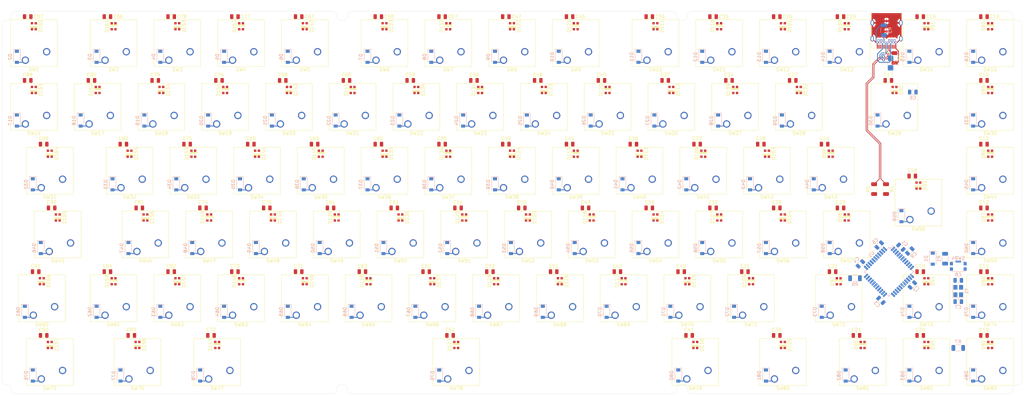
<source format=kicad_pcb>
(kicad_pcb (version 20171130) (host pcbnew 5.1.10)

  (general
    (thickness 1.6)
    (drawings 48)
    (tracks 260)
    (zones 0)
    (modules 362)
    (nets 216)
  )

  (page A3)
  (layers
    (0 F.Cu signal)
    (31 B.Cu signal)
    (32 B.Adhes user)
    (33 F.Adhes user)
    (34 B.Paste user)
    (35 F.Paste user)
    (36 B.SilkS user)
    (37 F.SilkS user)
    (38 B.Mask user)
    (39 F.Mask user)
    (40 Dwgs.User user)
    (41 Cmts.User user)
    (42 Eco1.User user)
    (43 Eco2.User user)
    (44 Edge.Cuts user)
    (45 Margin user)
    (46 B.CrtYd user)
    (47 F.CrtYd user)
    (48 B.Fab user)
    (49 F.Fab user)
  )

  (setup
    (last_trace_width 0.25)
    (trace_clearance 0.2)
    (zone_clearance 0.508)
    (zone_45_only no)
    (trace_min 0.2)
    (via_size 0.8)
    (via_drill 0.4)
    (via_min_size 0.6)
    (via_min_drill 0.3)
    (uvia_size 0.3)
    (uvia_drill 0.1)
    (uvias_allowed no)
    (uvia_min_size 0.2)
    (uvia_min_drill 0.1)
    (edge_width 0.05)
    (segment_width 0.2)
    (pcb_text_width 0.3)
    (pcb_text_size 1.5 1.5)
    (mod_edge_width 0.12)
    (mod_text_size 1 1)
    (mod_text_width 0.15)
    (pad_size 1.7 0.55)
    (pad_drill 0)
    (pad_to_mask_clearance 0.051)
    (solder_mask_min_width 0.25)
    (aux_axis_origin 0 0)
    (visible_elements FFFFF77F)
    (pcbplotparams
      (layerselection 0x010fc_ffffffff)
      (usegerberextensions false)
      (usegerberattributes false)
      (usegerberadvancedattributes false)
      (creategerberjobfile false)
      (excludeedgelayer true)
      (linewidth 0.100000)
      (plotframeref false)
      (viasonmask false)
      (mode 1)
      (useauxorigin false)
      (hpglpennumber 1)
      (hpglpenspeed 20)
      (hpglpendiameter 15.000000)
      (psnegative false)
      (psa4output false)
      (plotreference true)
      (plotvalue true)
      (plotinvisibletext false)
      (padsonsilk false)
      (subtractmaskfromsilk false)
      (outputformat 1)
      (mirror false)
      (drillshape 1)
      (scaleselection 1)
      (outputdirectory ""))
  )

  (net 0 "")
  (net 1 GND)
  (net 2 +5V)
  (net 3 "Net-(C7-Pad1)")
  (net 4 "Net-(C8-Pad2)")
  (net 5 "Net-(C9-Pad1)")
  (net 6 RST)
  (net 7 ROW0)
  (net 8 "Net-(D2-Pad2)")
  (net 9 "Net-(D3-Pad2)")
  (net 10 "Net-(D4-Pad2)")
  (net 11 "Net-(D5-Pad2)")
  (net 12 "Net-(D6-Pad2)")
  (net 13 "Net-(D7-Pad2)")
  (net 14 "Net-(D8-Pad2)")
  (net 15 "Net-(D9-Pad2)")
  (net 16 "Net-(D10-Pad2)")
  (net 17 "Net-(D11-Pad2)")
  (net 18 "Net-(D12-Pad2)")
  (net 19 "Net-(D13-Pad2)")
  (net 20 "Net-(D14-Pad2)")
  (net 21 "Net-(D15-Pad2)")
  (net 22 "Net-(D16-Pad2)")
  (net 23 ROW1)
  (net 24 "Net-(D17-Pad2)")
  (net 25 "Net-(D18-Pad2)")
  (net 26 "Net-(D19-Pad2)")
  (net 27 "Net-(D20-Pad2)")
  (net 28 "Net-(D21-Pad2)")
  (net 29 "Net-(D22-Pad2)")
  (net 30 "Net-(D23-Pad2)")
  (net 31 "Net-(D24-Pad2)")
  (net 32 "Net-(D25-Pad2)")
  (net 33 "Net-(D26-Pad2)")
  (net 34 "Net-(D27-Pad2)")
  (net 35 "Net-(D28-Pad2)")
  (net 36 "Net-(D29-Pad2)")
  (net 37 "Net-(D30-Pad2)")
  (net 38 "Net-(D31-Pad2)")
  (net 39 "Net-(D32-Pad2)")
  (net 40 ROW2)
  (net 41 "Net-(D33-Pad2)")
  (net 42 "Net-(D34-Pad2)")
  (net 43 "Net-(D35-Pad2)")
  (net 44 "Net-(D36-Pad2)")
  (net 45 "Net-(D37-Pad2)")
  (net 46 "Net-(D38-Pad2)")
  (net 47 "Net-(D39-Pad2)")
  (net 48 "Net-(D40-Pad2)")
  (net 49 "Net-(D41-Pad2)")
  (net 50 "Net-(D42-Pad2)")
  (net 51 "Net-(D43-Pad2)")
  (net 52 "Net-(D44-Pad2)")
  (net 53 "Net-(D45-Pad2)")
  (net 54 "Net-(D46-Pad2)")
  (net 55 ROW3)
  (net 56 "Net-(D47-Pad2)")
  (net 57 "Net-(D48-Pad2)")
  (net 58 "Net-(D49-Pad2)")
  (net 59 "Net-(D50-Pad2)")
  (net 60 "Net-(D51-Pad2)")
  (net 61 "Net-(D52-Pad2)")
  (net 62 "Net-(D53-Pad2)")
  (net 63 "Net-(D54-Pad2)")
  (net 64 "Net-(D55-Pad2)")
  (net 65 "Net-(D56-Pad2)")
  (net 66 "Net-(D57-Pad2)")
  (net 67 "Net-(D58-Pad2)")
  (net 68 "Net-(D59-Pad2)")
  (net 69 "Net-(D60-Pad2)")
  (net 70 ROW4)
  (net 71 "Net-(D61-Pad2)")
  (net 72 "Net-(D62-Pad2)")
  (net 73 "Net-(D63-Pad2)")
  (net 74 "Net-(D64-Pad2)")
  (net 75 "Net-(D65-Pad2)")
  (net 76 "Net-(D66-Pad2)")
  (net 77 "Net-(D67-Pad2)")
  (net 78 "Net-(D68-Pad2)")
  (net 79 "Net-(D69-Pad2)")
  (net 80 "Net-(D70-Pad2)")
  (net 81 "Net-(D71-Pad2)")
  (net 82 "Net-(D72-Pad2)")
  (net 83 "Net-(D73-Pad2)")
  (net 84 "Net-(D74-Pad2)")
  (net 85 "Net-(D75-Pad2)")
  (net 86 ROW5)
  (net 87 "Net-(D76-Pad2)")
  (net 88 "Net-(D77-Pad2)")
  (net 89 "Net-(D78-Pad2)")
  (net 90 "Net-(D79-Pad2)")
  (net 91 "Net-(D80-Pad2)")
  (net 92 "Net-(D81-Pad2)")
  (net 93 "Net-(D82-Pad2)")
  (net 94 "Net-(D83-Pad2)")
  (net 95 "Net-(D84-Pad2)")
  (net 96 "Net-(D85-Pad2)")
  (net 97 DIN)
  (net 98 "Net-(D86-Pad2)")
  (net 99 "Net-(D87-Pad2)")
  (net 100 "Net-(D88-Pad2)")
  (net 101 "Net-(D89-Pad2)")
  (net 102 "Net-(D90-Pad2)")
  (net 103 "Net-(D91-Pad2)")
  (net 104 "Net-(D92-Pad2)")
  (net 105 "Net-(D93-Pad2)")
  (net 106 "Net-(D94-Pad2)")
  (net 107 "Net-(D95-Pad2)")
  (net 108 "Net-(D96-Pad2)")
  (net 109 "Net-(D97-Pad2)")
  (net 110 "Net-(D98-Pad2)")
  (net 111 "Net-(D100-Pad4)")
  (net 112 "Net-(D100-Pad2)")
  (net 113 "Net-(D101-Pad2)")
  (net 114 "Net-(D102-Pad2)")
  (net 115 "Net-(D103-Pad2)")
  (net 116 "Net-(D104-Pad2)")
  (net 117 "Net-(D105-Pad2)")
  (net 118 "Net-(D106-Pad2)")
  (net 119 "Net-(D107-Pad2)")
  (net 120 "Net-(D108-Pad2)")
  (net 121 "Net-(D109-Pad2)")
  (net 122 "Net-(D110-Pad2)")
  (net 123 "Net-(D111-Pad2)")
  (net 124 "Net-(D112-Pad2)")
  (net 125 "Net-(D113-Pad2)")
  (net 126 "Net-(D114-Pad2)")
  (net 127 "Net-(D115-Pad2)")
  (net 128 "Net-(D116-Pad2)")
  (net 129 "Net-(D117-Pad2)")
  (net 130 "Net-(D118-Pad2)")
  (net 131 "Net-(D119-Pad2)")
  (net 132 "Net-(D120-Pad2)")
  (net 133 "Net-(D121-Pad2)")
  (net 134 "Net-(D122-Pad2)")
  (net 135 "Net-(D123-Pad2)")
  (net 136 "Net-(D124-Pad2)")
  (net 137 "Net-(D125-Pad2)")
  (net 138 "Net-(D126-Pad2)")
  (net 139 "Net-(D127-Pad2)")
  (net 140 "Net-(D128-Pad2)")
  (net 141 "Net-(D129-Pad2)")
  (net 142 "Net-(D130-Pad2)")
  (net 143 "Net-(D131-Pad2)")
  (net 144 "Net-(D132-Pad2)")
  (net 145 "Net-(D133-Pad2)")
  (net 146 "Net-(D134-Pad2)")
  (net 147 "Net-(D135-Pad2)")
  (net 148 "Net-(D136-Pad2)")
  (net 149 "Net-(D137-Pad2)")
  (net 150 "Net-(D138-Pad2)")
  (net 151 "Net-(D139-Pad2)")
  (net 152 "Net-(D140-Pad2)")
  (net 153 "Net-(D141-Pad2)")
  (net 154 "Net-(D142-Pad2)")
  (net 155 "Net-(D143-Pad2)")
  (net 156 "Net-(D144-Pad2)")
  (net 157 "Net-(D145-Pad2)")
  (net 158 "Net-(D146-Pad2)")
  (net 159 "Net-(D147-Pad2)")
  (net 160 "Net-(D148-Pad2)")
  (net 161 "Net-(D149-Pad2)")
  (net 162 "Net-(D150-Pad2)")
  (net 163 "Net-(D151-Pad2)")
  (net 164 "Net-(D152-Pad2)")
  (net 165 "Net-(D153-Pad2)")
  (net 166 "Net-(D154-Pad2)")
  (net 167 "Net-(D155-Pad2)")
  (net 168 "Net-(D156-Pad2)")
  (net 169 "Net-(D157-Pad2)")
  (net 170 "Net-(D158-Pad2)")
  (net 171 "Net-(D159-Pad2)")
  (net 172 "Net-(D160-Pad2)")
  (net 173 "Net-(D161-Pad2)")
  (net 174 "Net-(D162-Pad2)")
  (net 175 "Net-(D163-Pad2)")
  (net 176 "Net-(D164-Pad2)")
  (net 177 "Net-(D165-Pad2)")
  (net 178 "Net-(D166-Pad2)")
  (net 179 "Net-(D167-Pad2)")
  (net 180 "Net-(F1-Pad2)")
  (net 181 COL02)
  (net 182 COL00)
  (net 183 COL01)
  (net 184 D-)
  (net 185 D+)
  (net 186 "Net-(R6-Pad2)")
  (net 187 COL03)
  (net 188 COL04)
  (net 189 COL06)
  (net 190 COL07)
  (net 191 COL08)
  (net 192 COL09)
  (net 193 COL10)
  (net 194 COL11)
  (net 195 COL12)
  (net 196 COL13)
  (net 197 COL14)
  (net 198 COL15)
  (net 199 COL05)
  (net 200 "Net-(U1-Pad1)")
  (net 201 "Net-(U1-Pad42)")
  (net 202 "Net-(R7-Pad2)")
  (net 203 "Net-(J1-PadB11)")
  (net 204 "Net-(J1-PadB2)")
  (net 205 "Net-(J1-PadB5)")
  (net 206 "Net-(J1-PadB8)")
  (net 207 "Net-(J1-PadB3)")
  (net 208 "Net-(J1-PadB10)")
  (net 209 "Net-(J1-PadA2)")
  (net 210 "Net-(J1-PadA3)")
  (net 211 "Net-(J1-PadA5)")
  (net 212 "Net-(J1-PadA8)")
  (net 213 "Net-(J1-PadA10)")
  (net 214 "Net-(J1-PadA11)")
  (net 215 "Net-(U1-Pad41)")

  (net_class Default "Dies ist die voreingestellte Netzklasse."
    (clearance 0.2)
    (trace_width 0.25)
    (via_dia 0.8)
    (via_drill 0.4)
    (uvia_dia 0.3)
    (uvia_drill 0.1)
    (add_net +5V)
    (add_net COL00)
    (add_net COL01)
    (add_net COL02)
    (add_net COL03)
    (add_net COL04)
    (add_net COL05)
    (add_net COL06)
    (add_net COL07)
    (add_net COL08)
    (add_net COL09)
    (add_net COL10)
    (add_net COL11)
    (add_net COL12)
    (add_net COL13)
    (add_net COL14)
    (add_net COL15)
    (add_net D+)
    (add_net D-)
    (add_net DIN)
    (add_net GND)
    (add_net "Net-(C7-Pad1)")
    (add_net "Net-(C8-Pad2)")
    (add_net "Net-(C9-Pad1)")
    (add_net "Net-(D10-Pad2)")
    (add_net "Net-(D100-Pad2)")
    (add_net "Net-(D100-Pad4)")
    (add_net "Net-(D101-Pad2)")
    (add_net "Net-(D102-Pad2)")
    (add_net "Net-(D103-Pad2)")
    (add_net "Net-(D104-Pad2)")
    (add_net "Net-(D105-Pad2)")
    (add_net "Net-(D106-Pad2)")
    (add_net "Net-(D107-Pad2)")
    (add_net "Net-(D108-Pad2)")
    (add_net "Net-(D109-Pad2)")
    (add_net "Net-(D11-Pad2)")
    (add_net "Net-(D110-Pad2)")
    (add_net "Net-(D111-Pad2)")
    (add_net "Net-(D112-Pad2)")
    (add_net "Net-(D113-Pad2)")
    (add_net "Net-(D114-Pad2)")
    (add_net "Net-(D115-Pad2)")
    (add_net "Net-(D116-Pad2)")
    (add_net "Net-(D117-Pad2)")
    (add_net "Net-(D118-Pad2)")
    (add_net "Net-(D119-Pad2)")
    (add_net "Net-(D12-Pad2)")
    (add_net "Net-(D120-Pad2)")
    (add_net "Net-(D121-Pad2)")
    (add_net "Net-(D122-Pad2)")
    (add_net "Net-(D123-Pad2)")
    (add_net "Net-(D124-Pad2)")
    (add_net "Net-(D125-Pad2)")
    (add_net "Net-(D126-Pad2)")
    (add_net "Net-(D127-Pad2)")
    (add_net "Net-(D128-Pad2)")
    (add_net "Net-(D129-Pad2)")
    (add_net "Net-(D13-Pad2)")
    (add_net "Net-(D130-Pad2)")
    (add_net "Net-(D131-Pad2)")
    (add_net "Net-(D132-Pad2)")
    (add_net "Net-(D133-Pad2)")
    (add_net "Net-(D134-Pad2)")
    (add_net "Net-(D135-Pad2)")
    (add_net "Net-(D136-Pad2)")
    (add_net "Net-(D137-Pad2)")
    (add_net "Net-(D138-Pad2)")
    (add_net "Net-(D139-Pad2)")
    (add_net "Net-(D14-Pad2)")
    (add_net "Net-(D140-Pad2)")
    (add_net "Net-(D141-Pad2)")
    (add_net "Net-(D142-Pad2)")
    (add_net "Net-(D143-Pad2)")
    (add_net "Net-(D144-Pad2)")
    (add_net "Net-(D145-Pad2)")
    (add_net "Net-(D146-Pad2)")
    (add_net "Net-(D147-Pad2)")
    (add_net "Net-(D148-Pad2)")
    (add_net "Net-(D149-Pad2)")
    (add_net "Net-(D15-Pad2)")
    (add_net "Net-(D150-Pad2)")
    (add_net "Net-(D151-Pad2)")
    (add_net "Net-(D152-Pad2)")
    (add_net "Net-(D153-Pad2)")
    (add_net "Net-(D154-Pad2)")
    (add_net "Net-(D155-Pad2)")
    (add_net "Net-(D156-Pad2)")
    (add_net "Net-(D157-Pad2)")
    (add_net "Net-(D158-Pad2)")
    (add_net "Net-(D159-Pad2)")
    (add_net "Net-(D16-Pad2)")
    (add_net "Net-(D160-Pad2)")
    (add_net "Net-(D161-Pad2)")
    (add_net "Net-(D162-Pad2)")
    (add_net "Net-(D163-Pad2)")
    (add_net "Net-(D164-Pad2)")
    (add_net "Net-(D165-Pad2)")
    (add_net "Net-(D166-Pad2)")
    (add_net "Net-(D167-Pad2)")
    (add_net "Net-(D17-Pad2)")
    (add_net "Net-(D18-Pad2)")
    (add_net "Net-(D19-Pad2)")
    (add_net "Net-(D2-Pad2)")
    (add_net "Net-(D20-Pad2)")
    (add_net "Net-(D21-Pad2)")
    (add_net "Net-(D22-Pad2)")
    (add_net "Net-(D23-Pad2)")
    (add_net "Net-(D24-Pad2)")
    (add_net "Net-(D25-Pad2)")
    (add_net "Net-(D26-Pad2)")
    (add_net "Net-(D27-Pad2)")
    (add_net "Net-(D28-Pad2)")
    (add_net "Net-(D29-Pad2)")
    (add_net "Net-(D3-Pad2)")
    (add_net "Net-(D30-Pad2)")
    (add_net "Net-(D31-Pad2)")
    (add_net "Net-(D32-Pad2)")
    (add_net "Net-(D33-Pad2)")
    (add_net "Net-(D34-Pad2)")
    (add_net "Net-(D35-Pad2)")
    (add_net "Net-(D36-Pad2)")
    (add_net "Net-(D37-Pad2)")
    (add_net "Net-(D38-Pad2)")
    (add_net "Net-(D39-Pad2)")
    (add_net "Net-(D4-Pad2)")
    (add_net "Net-(D40-Pad2)")
    (add_net "Net-(D41-Pad2)")
    (add_net "Net-(D42-Pad2)")
    (add_net "Net-(D43-Pad2)")
    (add_net "Net-(D44-Pad2)")
    (add_net "Net-(D45-Pad2)")
    (add_net "Net-(D46-Pad2)")
    (add_net "Net-(D47-Pad2)")
    (add_net "Net-(D48-Pad2)")
    (add_net "Net-(D49-Pad2)")
    (add_net "Net-(D5-Pad2)")
    (add_net "Net-(D50-Pad2)")
    (add_net "Net-(D51-Pad2)")
    (add_net "Net-(D52-Pad2)")
    (add_net "Net-(D53-Pad2)")
    (add_net "Net-(D54-Pad2)")
    (add_net "Net-(D55-Pad2)")
    (add_net "Net-(D56-Pad2)")
    (add_net "Net-(D57-Pad2)")
    (add_net "Net-(D58-Pad2)")
    (add_net "Net-(D59-Pad2)")
    (add_net "Net-(D6-Pad2)")
    (add_net "Net-(D60-Pad2)")
    (add_net "Net-(D61-Pad2)")
    (add_net "Net-(D62-Pad2)")
    (add_net "Net-(D63-Pad2)")
    (add_net "Net-(D64-Pad2)")
    (add_net "Net-(D65-Pad2)")
    (add_net "Net-(D66-Pad2)")
    (add_net "Net-(D67-Pad2)")
    (add_net "Net-(D68-Pad2)")
    (add_net "Net-(D69-Pad2)")
    (add_net "Net-(D7-Pad2)")
    (add_net "Net-(D70-Pad2)")
    (add_net "Net-(D71-Pad2)")
    (add_net "Net-(D72-Pad2)")
    (add_net "Net-(D73-Pad2)")
    (add_net "Net-(D74-Pad2)")
    (add_net "Net-(D75-Pad2)")
    (add_net "Net-(D76-Pad2)")
    (add_net "Net-(D77-Pad2)")
    (add_net "Net-(D78-Pad2)")
    (add_net "Net-(D79-Pad2)")
    (add_net "Net-(D8-Pad2)")
    (add_net "Net-(D80-Pad2)")
    (add_net "Net-(D81-Pad2)")
    (add_net "Net-(D82-Pad2)")
    (add_net "Net-(D83-Pad2)")
    (add_net "Net-(D84-Pad2)")
    (add_net "Net-(D85-Pad2)")
    (add_net "Net-(D86-Pad2)")
    (add_net "Net-(D87-Pad2)")
    (add_net "Net-(D88-Pad2)")
    (add_net "Net-(D89-Pad2)")
    (add_net "Net-(D9-Pad2)")
    (add_net "Net-(D90-Pad2)")
    (add_net "Net-(D91-Pad2)")
    (add_net "Net-(D92-Pad2)")
    (add_net "Net-(D93-Pad2)")
    (add_net "Net-(D94-Pad2)")
    (add_net "Net-(D95-Pad2)")
    (add_net "Net-(D96-Pad2)")
    (add_net "Net-(D97-Pad2)")
    (add_net "Net-(D98-Pad2)")
    (add_net "Net-(F1-Pad2)")
    (add_net "Net-(J1-PadA10)")
    (add_net "Net-(J1-PadA11)")
    (add_net "Net-(J1-PadA2)")
    (add_net "Net-(J1-PadA3)")
    (add_net "Net-(J1-PadA5)")
    (add_net "Net-(J1-PadA8)")
    (add_net "Net-(J1-PadB10)")
    (add_net "Net-(J1-PadB11)")
    (add_net "Net-(J1-PadB2)")
    (add_net "Net-(J1-PadB3)")
    (add_net "Net-(J1-PadB5)")
    (add_net "Net-(J1-PadB8)")
    (add_net "Net-(R6-Pad2)")
    (add_net "Net-(R7-Pad2)")
    (add_net "Net-(U1-Pad1)")
    (add_net "Net-(U1-Pad41)")
    (add_net "Net-(U1-Pad42)")
    (add_net ROW0)
    (add_net ROW1)
    (add_net ROW2)
    (add_net ROW3)
    (add_net ROW4)
    (add_net ROW5)
    (add_net RST)
  )

  (module Button_Switch_Keyboard:SW_Cherry_MX_ISOEnter_PCB (layer F.Cu) (tedit 60E88C41) (tstamp 5F160517)
    (at 309.40375 100.33 180)
    (descr "Cherry MX keyswitch, ISO Enter, PCB mount, http://cherryamericas.com/wp-content/uploads/2014/12/mx_cat.pdf")
    (tags "Cherry MX keyswitch ISO enter PCB")
    (path /5F51BE8C/5F51CE2C)
    (fp_text reference SW58 (at -2.54 -2.794 180) (layer F.SilkS)
      (effects (font (size 1 1) (thickness 0.15)))
    )
    (fp_text value MX1A-G1NA (at -2.286 13.208 180) (layer F.Fab)
      (effects (font (size 1 1) (thickness 0.15)))
    )
    (fp_line (start -9.525 12.065) (end -9.525 -1.905) (layer F.SilkS) (width 0.12))
    (fp_line (start 4.445 12.065) (end -9.525 12.065) (layer F.SilkS) (width 0.12))
    (fp_line (start 4.445 -1.905) (end 4.445 12.065) (layer F.SilkS) (width 0.12))
    (fp_line (start -9.525 -1.905) (end 4.445 -1.905) (layer F.SilkS) (width 0.12))
    (fp_line (start 9.36625 5.08) (end 14.12875 5.08) (layer Dwgs.User) (width 0.15))
    (fp_line (start 14.12875 5.08) (end 14.12875 24.13) (layer Dwgs.User) (width 0.15))
    (fp_line (start -14.44625 -13.97) (end 9.36625 -13.97) (layer Dwgs.User) (width 0.15))
    (fp_line (start -14.44625 24.13) (end -14.44625 -13.97) (layer Dwgs.User) (width 0.15))
    (fp_line (start 14.12875 24.13) (end -14.44625 24.13) (layer Dwgs.User) (width 0.15))
    (fp_line (start 9.36625 -13.97) (end 9.36625 5.08) (layer Dwgs.User) (width 0.15))
    (fp_line (start -9.14 -1.52) (end 4.06 -1.52) (layer F.CrtYd) (width 0.05))
    (fp_line (start 4.06 -1.52) (end 4.06 11.68) (layer F.CrtYd) (width 0.05))
    (fp_line (start 4.06 11.68) (end -9.14 11.68) (layer F.CrtYd) (width 0.05))
    (fp_line (start -9.14 11.68) (end -9.14 -1.52) (layer F.CrtYd) (width 0.05))
    (fp_line (start -8.89 11.43) (end -8.89 -1.27) (layer F.Fab) (width 0.1))
    (fp_line (start 3.81 11.43) (end -8.89 11.43) (layer F.Fab) (width 0.1))
    (fp_line (start 3.81 -1.27) (end 3.81 11.43) (layer F.Fab) (width 0.1))
    (fp_line (start -8.89 -1.27) (end 3.81 -1.27) (layer F.Fab) (width 0.1))
    (fp_text user %R (at -2.54 -2.794 180) (layer F.Fab)
      (effects (font (size 1 1) (thickness 0.15)))
    )
    (pad 1 thru_hole circle (at 0 0 180) (size 2.2 2.2) (drill 1.5) (layers *.Cu *.Mask)
      (net 68 "Net-(D59-Pad2)"))
    (pad 2 thru_hole circle (at -6.35 2.54 180) (size 2.2 2.2) (drill 1.5) (layers *.Cu *.Mask)
      (net 197 COL14))
    (pad "" np_thru_hole circle (at -2.54 5.08 180) (size 4 4) (drill 4) (layers *.Cu *.Mask))
    (pad "" np_thru_hole circle (at -7.62 5.08 180) (size 1.7 1.7) (drill 1.7) (layers *.Cu *.Mask))
    (pad "" np_thru_hole circle (at 2.54 5.08 180) (size 1.7 1.7) (drill 1.7) (layers *.Cu *.Mask))
    (model ${KISYS3DMOD}/Button_Switch_Keyboard.3dshapes/SW_Cherry_MX_ISOEnter_PCB.wrl
      (at (xyz 0 0 0))
      (scale (xyz 1 1 1))
      (rotate (xyz 0 0 0))
    )
  )

  (module Button_Switch_Keyboard:SW_Cherry_MX_2.00u_PCB (layer F.Cu) (tedit 60E88B61) (tstamp 5F16021F)
    (at 302.26 71.755 180)
    (descr "Cherry MX keyswitch, 2.00u, PCB mount, http://cherryamericas.com/wp-content/uploads/2014/12/mx_cat.pdf")
    (tags "Cherry MX keyswitch 2.00u PCB")
    (path /5F51BE8C/5F51CE0E)
    (fp_text reference SW29 (at -2.54 -2.794 180) (layer F.SilkS)
      (effects (font (size 1 1) (thickness 0.15)))
    )
    (fp_text value MX1A-G1NA (at -2.54 12.954 180) (layer F.Fab)
      (effects (font (size 1 1) (thickness 0.15)))
    )
    (fp_line (start -9.525 12.065) (end -9.525 -1.905) (layer F.SilkS) (width 0.12))
    (fp_line (start 4.445 12.065) (end -9.525 12.065) (layer F.SilkS) (width 0.12))
    (fp_line (start 4.445 -1.905) (end 4.445 12.065) (layer F.SilkS) (width 0.12))
    (fp_line (start -9.525 -1.905) (end 4.445 -1.905) (layer F.SilkS) (width 0.12))
    (fp_line (start -21.59 14.605) (end -21.59 -4.445) (layer Dwgs.User) (width 0.15))
    (fp_line (start 16.51 14.605) (end -21.59 14.605) (layer Dwgs.User) (width 0.15))
    (fp_line (start 16.51 -4.445) (end 16.51 14.605) (layer Dwgs.User) (width 0.15))
    (fp_line (start -21.59 -4.445) (end 16.51 -4.445) (layer Dwgs.User) (width 0.15))
    (fp_line (start -9.14 -1.52) (end 4.06 -1.52) (layer F.CrtYd) (width 0.05))
    (fp_line (start 4.06 -1.52) (end 4.06 11.68) (layer F.CrtYd) (width 0.05))
    (fp_line (start 4.06 11.68) (end -9.14 11.68) (layer F.CrtYd) (width 0.05))
    (fp_line (start -9.14 11.68) (end -9.14 -1.52) (layer F.CrtYd) (width 0.05))
    (fp_line (start -8.89 11.43) (end -8.89 -1.27) (layer F.Fab) (width 0.1))
    (fp_line (start 3.81 11.43) (end -8.89 11.43) (layer F.Fab) (width 0.1))
    (fp_line (start 3.81 -1.27) (end 3.81 11.43) (layer F.Fab) (width 0.1))
    (fp_line (start -8.89 -1.27) (end 3.81 -1.27) (layer F.Fab) (width 0.1))
    (fp_text user %R (at -2.54 -2.794 180) (layer F.Fab)
      (effects (font (size 1 1) (thickness 0.15)))
    )
    (pad 1 thru_hole circle (at 0 0 180) (size 2.2 2.2) (drill 1.5) (layers *.Cu *.Mask)
      (net 37 "Net-(D30-Pad2)"))
    (pad 2 thru_hole circle (at -6.35 2.54 180) (size 2.2 2.2) (drill 1.5) (layers *.Cu *.Mask)
      (net 197 COL14))
    (pad "" np_thru_hole circle (at -2.54 5.08 180) (size 4 4) (drill 4) (layers *.Cu *.Mask))
    (pad "" np_thru_hole circle (at -7.62 5.08 180) (size 1.7 1.7) (drill 1.7) (layers *.Cu *.Mask))
    (pad "" np_thru_hole circle (at 2.54 5.08 180) (size 1.7 1.7) (drill 1.7) (layers *.Cu *.Mask))
    (model ${KISYS3DMOD}/Button_Switch_Keyboard.3dshapes/SW_Cherry_MX_2.00u_PCB.wrl
      (at (xyz 0 0 0))
      (scale (xyz 1 1 1))
      (rotate (xyz 0 0 0))
    )
  )

  (module Button_Switch_Keyboard:SW_Cherry_MX_6.25u_PCB (layer F.Cu) (tedit 60E88B4A) (tstamp 5F160723)
    (at 171.29125 147.955 180)
    (descr "Cherry MX keyswitch, 6.25u, PCB mount, http://cherryamericas.com/wp-content/uploads/2014/12/mx_cat.pdf")
    (tags "Cherry MX keyswitch 6.25u PCB")
    (path /5F51BE8C/5F84AEA9)
    (fp_text reference SW78 (at -2.54 -2.794 180) (layer F.SilkS)
      (effects (font (size 1 1) (thickness 0.15)))
    )
    (fp_text value MX1A-G1NA (at -2.54 12.954 180) (layer F.Fab)
      (effects (font (size 1 1) (thickness 0.15)))
    )
    (fp_line (start -9.525 12.065) (end -9.525 -1.905) (layer F.SilkS) (width 0.12))
    (fp_line (start 4.445 12.065) (end -9.525 12.065) (layer F.SilkS) (width 0.12))
    (fp_line (start 4.445 -1.905) (end 4.445 12.065) (layer F.SilkS) (width 0.12))
    (fp_line (start -9.525 -1.905) (end 4.445 -1.905) (layer F.SilkS) (width 0.12))
    (fp_line (start -62.07125 14.605) (end -62.07125 -4.445) (layer Dwgs.User) (width 0.15))
    (fp_line (start 56.99125 14.605) (end -62.07125 14.605) (layer Dwgs.User) (width 0.15))
    (fp_line (start 56.99125 -4.445) (end 56.99125 14.605) (layer Dwgs.User) (width 0.15))
    (fp_line (start -62.07125 -4.445) (end 56.99125 -4.445) (layer Dwgs.User) (width 0.15))
    (fp_line (start -9.14 -1.52) (end 4.06 -1.52) (layer F.CrtYd) (width 0.05))
    (fp_line (start 4.06 -1.52) (end 4.06 11.68) (layer F.CrtYd) (width 0.05))
    (fp_line (start 4.06 11.68) (end -9.14 11.68) (layer F.CrtYd) (width 0.05))
    (fp_line (start -9.14 11.68) (end -9.14 -1.52) (layer F.CrtYd) (width 0.05))
    (fp_line (start -8.89 11.43) (end -8.89 -1.27) (layer F.Fab) (width 0.1))
    (fp_line (start 3.81 11.43) (end -8.89 11.43) (layer F.Fab) (width 0.1))
    (fp_line (start 3.81 -1.27) (end 3.81 11.43) (layer F.Fab) (width 0.1))
    (fp_line (start -8.89 -1.27) (end 3.81 -1.27) (layer F.Fab) (width 0.1))
    (fp_text user %R (at -2.54 -2.794 180) (layer F.Fab)
      (effects (font (size 1 1) (thickness 0.15)))
    )
    (pad 1 thru_hole circle (at 0 0 180) (size 2.2 2.2) (drill 1.5) (layers *.Cu *.Mask)
      (net 90 "Net-(D79-Pad2)"))
    (pad 2 thru_hole circle (at -6.35 2.54 180) (size 2.2 2.2) (drill 1.5) (layers *.Cu *.Mask)
      (net 190 COL07))
    (pad "" np_thru_hole circle (at -2.54 5.08 180) (size 4 4) (drill 4) (layers *.Cu *.Mask))
    (pad "" np_thru_hole circle (at -7.62 5.08 180) (size 1.7 1.7) (drill 1.7) (layers *.Cu *.Mask))
    (pad "" np_thru_hole circle (at 2.54 5.08 180) (size 1.7 1.7) (drill 1.7) (layers *.Cu *.Mask))
    (model ${KISYS3DMOD}/Button_Switch_Keyboard.3dshapes/SW_Cherry_MX_6.25u_PCB.wrl
      (at (xyz 0 0 0))
      (scale (xyz 1 1 1))
      (rotate (xyz 0 0 0))
    )
  )

  (module MountingHole:MountingHole_3.2mm_M3 (layer F.Cu) (tedit 60E8488E) (tstamp 60E8A97D)
    (at 341.8 151.3)
    (descr "Mounting Hole 3.4mm, no annular, M3")
    (tags "mounting hole 3.4mm no annular m3")
    (attr virtual)
    (fp_text reference REF** (at 0 -4.2) (layer F.SilkS) hide
      (effects (font (size 1 1) (thickness 0.15)))
    )
    (fp_text value MountingHole_3.4mm_M3 (at 0 4.2) (layer F.Fab) hide
      (effects (font (size 1 1) (thickness 0.15)))
    )
    (pad "" smd circle (at 0 0) (size 3.4 3.4) (layers *.Paste))
  )

  (module MountingHole:MountingHole_3.2mm_M3 (layer F.Cu) (tedit 60E8488E) (tstamp 60E8A94A)
    (at 341.8 39.2)
    (descr "Mounting Hole 3.4mm, no annular, M3")
    (tags "mounting hole 3.4mm no annular m3")
    (attr virtual)
    (fp_text reference REF** (at 0 -4.2) (layer F.SilkS) hide
      (effects (font (size 1 1) (thickness 0.15)))
    )
    (fp_text value MountingHole_3.4mm_M3 (at 0 4.2) (layer F.Fab) hide
      (effects (font (size 1 1) (thickness 0.15)))
    )
    (pad "" smd circle (at 0 0) (size 3.4 3.4) (layers *.Paste))
  )

  (module MountingHole:MountingHole_3.2mm_M3 (layer F.Cu) (tedit 60E8488E) (tstamp 60E8A92F)
    (at 39.2 151.3)
    (descr "Mounting Hole 3.4mm, no annular, M3")
    (tags "mounting hole 3.4mm no annular m3")
    (attr virtual)
    (fp_text reference REF** (at 0 -4.2) (layer F.SilkS) hide
      (effects (font (size 1 1) (thickness 0.15)))
    )
    (fp_text value MountingHole_3.4mm_M3 (at 0 4.2) (layer F.Fab) hide
      (effects (font (size 1 1) (thickness 0.15)))
    )
    (pad "" smd circle (at 0 0) (size 3.4 3.4) (layers *.Paste))
  )

  (module MountingHole:MountingHole_3.2mm_M3 (layer F.Cu) (tedit 60E8488E) (tstamp 60E8A8F8)
    (at 39.2 39.2)
    (descr "Mounting Hole 3.4mm, no annular, M3")
    (tags "mounting hole 3.4mm no annular m3")
    (attr virtual)
    (fp_text reference REF** (at 0 -4.2) (layer F.SilkS) hide
      (effects (font (size 1 1) (thickness 0.15)))
    )
    (fp_text value MountingHole_3.4mm_M3 (at 0 4.2) (layer F.Fab) hide
      (effects (font (size 1 1) (thickness 0.15)))
    )
    (pad "" smd circle (at 0 0) (size 3.4 3.4) (layers *.Paste))
  )

  (module MountingHole:MountingHole_3.2mm_M3 (layer F.Cu) (tedit 60E8488E) (tstamp 60E8A1A1)
    (at 241.3 151.3)
    (descr "Mounting Hole 3.4mm, no annular, M3")
    (tags "mounting hole 3.4mm no annular m3")
    (attr virtual)
    (fp_text reference REF** (at 0 -4.2) (layer F.SilkS) hide
      (effects (font (size 1 1) (thickness 0.15)))
    )
    (fp_text value MountingHole_3.4mm_M3 (at 0 4.2) (layer F.Fab) hide
      (effects (font (size 1 1) (thickness 0.15)))
    )
    (pad "" smd circle (at 0 0) (size 3.4 3.4) (layers *.Paste))
  )

  (module MountingHole:MountingHole_3.2mm_M3 (layer F.Cu) (tedit 60E8488E) (tstamp 60E8A18C)
    (at 139.7 151.3)
    (descr "Mounting Hole 3.4mm, no annular, M3")
    (tags "mounting hole 3.4mm no annular m3")
    (attr virtual)
    (fp_text reference REF** (at 0 -4.2) (layer F.SilkS) hide
      (effects (font (size 1 1) (thickness 0.15)))
    )
    (fp_text value MountingHole_3.4mm_M3 (at 0 4.2) (layer F.Fab) hide
      (effects (font (size 1 1) (thickness 0.15)))
    )
    (pad "" smd circle (at 0 0) (size 3.4 3.4) (layers *.Paste))
  )

  (module MountingHole:MountingHole_3.2mm_M3 (layer F.Cu) (tedit 60E8488E) (tstamp 60E8A17F)
    (at 241.3 39.2)
    (descr "Mounting Hole 3.4mm, no annular, M3")
    (tags "mounting hole 3.4mm no annular m3")
    (attr virtual)
    (fp_text reference REF** (at 0 -4.2) (layer F.SilkS) hide
      (effects (font (size 1 1) (thickness 0.15)))
    )
    (fp_text value MountingHole_3.4mm_M3 (at 0 4.2) (layer F.Fab) hide
      (effects (font (size 1 1) (thickness 0.15)))
    )
    (pad "" smd circle (at 0 0) (size 3.4 3.4) (layers *.Paste))
  )

  (module MountingHole:MountingHole_3.2mm_M3 (layer F.Cu) (tedit 60E8488E) (tstamp 60E89FD7)
    (at 139.7 39.2)
    (descr "Mounting Hole 3.4mm, no annular, M3")
    (tags "mounting hole 3.4mm no annular m3")
    (attr virtual)
    (fp_text reference REF** (at 0 -4.2) (layer F.SilkS) hide
      (effects (font (size 1 1) (thickness 0.15)))
    )
    (fp_text value MountingHole_3.4mm_M3 (at 0 4.2) (layer F.Fab) hide
      (effects (font (size 1 1) (thickness 0.15)))
    )
    (pad "" smd circle (at 0 0) (size 3.4 3.4) (layers *.Paste))
  )

  (module Crystal:Crystal_SMD_3225-4Pin_3.2x2.5mm (layer B.Cu) (tedit 5A0FD1B2) (tstamp 60ED9426)
    (at 323.85 121.666 90)
    (descr "SMD Crystal SERIES SMD3225/4 http://www.txccrystal.com/images/pdf/7m-accuracy.pdf, 3.2x2.5mm^2 package")
    (tags "SMD SMT crystal")
    (path /5F294622)
    (attr smd)
    (fp_text reference Y1 (at 0 2.45 90) (layer B.SilkS)
      (effects (font (size 1 1) (thickness 0.15)) (justify mirror))
    )
    (fp_text value 16MHz (at 0 -2.45 90) (layer B.Fab)
      (effects (font (size 1 1) (thickness 0.15)) (justify mirror))
    )
    (fp_line (start 2.1 1.7) (end -2.1 1.7) (layer B.CrtYd) (width 0.05))
    (fp_line (start 2.1 -1.7) (end 2.1 1.7) (layer B.CrtYd) (width 0.05))
    (fp_line (start -2.1 -1.7) (end 2.1 -1.7) (layer B.CrtYd) (width 0.05))
    (fp_line (start -2.1 1.7) (end -2.1 -1.7) (layer B.CrtYd) (width 0.05))
    (fp_line (start -2 -1.65) (end 2 -1.65) (layer B.SilkS) (width 0.12))
    (fp_line (start -2 1.65) (end -2 -1.65) (layer B.SilkS) (width 0.12))
    (fp_line (start -1.6 -0.25) (end -0.6 -1.25) (layer B.Fab) (width 0.1))
    (fp_line (start 1.6 1.25) (end -1.6 1.25) (layer B.Fab) (width 0.1))
    (fp_line (start 1.6 -1.25) (end 1.6 1.25) (layer B.Fab) (width 0.1))
    (fp_line (start -1.6 -1.25) (end 1.6 -1.25) (layer B.Fab) (width 0.1))
    (fp_line (start -1.6 1.25) (end -1.6 -1.25) (layer B.Fab) (width 0.1))
    (fp_text user %R (at 0 0 90) (layer B.Fab)
      (effects (font (size 0.7 0.7) (thickness 0.105)) (justify mirror))
    )
    (pad 4 smd rect (at -1.1 0.85 90) (size 1.4 1.2) (layers B.Cu B.Paste B.Mask)
      (net 1 GND))
    (pad 3 smd rect (at 1.1 0.85 90) (size 1.4 1.2) (layers B.Cu B.Paste B.Mask)
      (net 4 "Net-(C8-Pad2)"))
    (pad 2 smd rect (at 1.1 -0.85 90) (size 1.4 1.2) (layers B.Cu B.Paste B.Mask)
      (net 1 GND))
    (pad 1 smd rect (at -1.1 -0.85 90) (size 1.4 1.2) (layers B.Cu B.Paste B.Mask)
      (net 3 "Net-(C7-Pad1)"))
    (model ${KISYS3DMOD}/Crystal.3dshapes/Crystal_SMD_3225-4Pin_3.2x2.5mm.wrl
      (at (xyz 0 0 0))
      (scale (xyz 1 1 1))
      (rotate (xyz 0 0 0))
    )
  )

  (module Button_Switch_SMD:SW_Push_1P1T-SH_NO_CK_KMR2xxG (layer B.Cu) (tedit 60E85E87) (tstamp 60EE10F7)
    (at 323.85 114.3 180)
    (descr "CK components KMR2 tactile switch with ground pin http://www.ckswitches.com/media/1479/kmr2.pdf")
    (tags "tactile switch kmr2")
    (path /60FEE33A)
    (attr smd)
    (fp_text reference SW84 (at 0 2.45) (layer B.SilkS)
      (effects (font (size 1 1) (thickness 0.15)) (justify mirror))
    )
    (fp_text value SW_Push (at 0 -2.55) (layer B.Fab)
      (effects (font (size 1 1) (thickness 0.15)) (justify mirror))
    )
    (fp_line (start -2.2 -0.05) (end -2.2 0.05) (layer B.SilkS) (width 0.12))
    (fp_line (start 2.2 1.55) (end 1.15 1.55) (layer B.SilkS) (width 0.12))
    (fp_line (start -2.2 -1.55) (end 2.2 -1.55) (layer B.SilkS) (width 0.12))
    (fp_circle (center 0 0) (end 0 -0.8) (layer B.Fab) (width 0.1))
    (fp_line (start -2.8 -1.8) (end -2.8 1.8) (layer B.CrtYd) (width 0.05))
    (fp_line (start 2.8 -1.8) (end -2.8 -1.8) (layer B.CrtYd) (width 0.05))
    (fp_line (start 2.8 1.8) (end 2.8 -1.8) (layer B.CrtYd) (width 0.05))
    (fp_line (start -2.8 1.8) (end 2.8 1.8) (layer B.CrtYd) (width 0.05))
    (fp_line (start 2.2 -0.05) (end 2.2 0.05) (layer B.SilkS) (width 0.12))
    (fp_line (start -2.1 -1.4) (end -2.1 1.4) (layer B.Fab) (width 0.1))
    (fp_line (start 2.1 -1.4) (end -2.1 -1.4) (layer B.Fab) (width 0.1))
    (fp_line (start 2.1 1.4) (end 2.1 -1.4) (layer B.Fab) (width 0.1))
    (fp_line (start -2.1 1.4) (end 2.1 1.4) (layer B.Fab) (width 0.1))
    (fp_line (start -1.15 1.55) (end -2.2 1.55) (layer B.SilkS) (width 0.12))
    (fp_text user %R (at 0 2.45) (layer B.Fab)
      (effects (font (size 1 1) (thickness 0.15)) (justify mirror))
    )
    (pad 2 smd rect (at 2.05 -0.8 180) (size 0.9 1) (layers B.Cu B.Paste B.Mask)
      (net 1 GND))
    (pad 1 smd rect (at 2.05 0.8 180) (size 0.9 1) (layers B.Cu B.Paste B.Mask)
      (net 6 RST))
    (pad 2 smd rect (at -2.05 -0.8 180) (size 0.9 1) (layers B.Cu B.Paste B.Mask)
      (net 1 GND))
    (pad 1 smd rect (at -2.05 0.8 180) (size 0.9 1) (layers B.Cu B.Paste B.Mask)
      (net 6 RST))
    (pad SH smd rect (at 0 1.425 180) (size 1.7 0.55) (layers B.Cu B.Paste B.Mask)
      (net 1 GND))
    (model ${KISYS3DMOD}/Button_Switch_SMD.3dshapes/SW_Push_1P1T-SH_NO_CK_KMR2xxG.wrl
      (at (xyz 0 0 0))
      (scale (xyz 1 1 1))
      (rotate (xyz 0 0 0))
    )
  )

  (module Resistor_SMD:R_1206_3216Metric (layer B.Cu) (tedit 5F68FEEE) (tstamp 5F26397F)
    (at 323.85 138.684 180)
    (descr "Resistor SMD 1206 (3216 Metric), square (rectangular) end terminal, IPC_7351 nominal, (Body size source: IPC-SM-782 page 72, https://www.pcb-3d.com/wordpress/wp-content/uploads/ipc-sm-782a_amendment_1_and_2.pdf), generated with kicad-footprint-generator")
    (tags resistor)
    (path /5F259898)
    (attr smd)
    (fp_text reference R7 (at 0 1.82) (layer B.SilkS)
      (effects (font (size 1 1) (thickness 0.15)) (justify mirror))
    )
    (fp_text value 470 (at 0 -1.82) (layer B.Fab)
      (effects (font (size 1 1) (thickness 0.15)) (justify mirror))
    )
    (fp_line (start 2.28 -1.12) (end -2.28 -1.12) (layer B.CrtYd) (width 0.05))
    (fp_line (start 2.28 1.12) (end 2.28 -1.12) (layer B.CrtYd) (width 0.05))
    (fp_line (start -2.28 1.12) (end 2.28 1.12) (layer B.CrtYd) (width 0.05))
    (fp_line (start -2.28 -1.12) (end -2.28 1.12) (layer B.CrtYd) (width 0.05))
    (fp_line (start -0.727064 -0.91) (end 0.727064 -0.91) (layer B.SilkS) (width 0.12))
    (fp_line (start -0.727064 0.91) (end 0.727064 0.91) (layer B.SilkS) (width 0.12))
    (fp_line (start 1.6 -0.8) (end -1.6 -0.8) (layer B.Fab) (width 0.1))
    (fp_line (start 1.6 0.8) (end 1.6 -0.8) (layer B.Fab) (width 0.1))
    (fp_line (start -1.6 0.8) (end 1.6 0.8) (layer B.Fab) (width 0.1))
    (fp_line (start -1.6 -0.8) (end -1.6 0.8) (layer B.Fab) (width 0.1))
    (fp_text user %R (at 0 0) (layer B.Fab)
      (effects (font (size 0.8 0.8) (thickness 0.12)) (justify mirror))
    )
    (pad 2 smd roundrect (at 1.4625 0 180) (size 1.125 1.75) (layers B.Cu B.Paste B.Mask) (roundrect_rratio 0.222222)
      (net 202 "Net-(R7-Pad2)"))
    (pad 1 smd roundrect (at -1.4625 0 180) (size 1.125 1.75) (layers B.Cu B.Paste B.Mask) (roundrect_rratio 0.222222)
      (net 97 DIN))
    (model ${KISYS3DMOD}/Resistor_SMD.3dshapes/R_1206_3216Metric.wrl
      (at (xyz 0 0 0))
      (scale (xyz 1 1 1))
      (rotate (xyz 0 0 0))
    )
  )

  (module Resistor_SMD:R_1206_3216Metric (layer B.Cu) (tedit 5F68FEEE) (tstamp 60EDADF2)
    (at 292.989 117.856)
    (descr "Resistor SMD 1206 (3216 Metric), square (rectangular) end terminal, IPC_7351 nominal, (Body size source: IPC-SM-782 page 72, https://www.pcb-3d.com/wordpress/wp-content/uploads/ipc-sm-782a_amendment_1_and_2.pdf), generated with kicad-footprint-generator")
    (tags resistor)
    (path /5F0D539D)
    (attr smd)
    (fp_text reference R6 (at 0 1.82) (layer B.SilkS)
      (effects (font (size 1 1) (thickness 0.15)) (justify mirror))
    )
    (fp_text value 10k (at 0 -1.82) (layer B.Fab)
      (effects (font (size 1 1) (thickness 0.15)) (justify mirror))
    )
    (fp_line (start 2.28 -1.12) (end -2.28 -1.12) (layer B.CrtYd) (width 0.05))
    (fp_line (start 2.28 1.12) (end 2.28 -1.12) (layer B.CrtYd) (width 0.05))
    (fp_line (start -2.28 1.12) (end 2.28 1.12) (layer B.CrtYd) (width 0.05))
    (fp_line (start -2.28 -1.12) (end -2.28 1.12) (layer B.CrtYd) (width 0.05))
    (fp_line (start -0.727064 -0.91) (end 0.727064 -0.91) (layer B.SilkS) (width 0.12))
    (fp_line (start -0.727064 0.91) (end 0.727064 0.91) (layer B.SilkS) (width 0.12))
    (fp_line (start 1.6 -0.8) (end -1.6 -0.8) (layer B.Fab) (width 0.1))
    (fp_line (start 1.6 0.8) (end 1.6 -0.8) (layer B.Fab) (width 0.1))
    (fp_line (start -1.6 0.8) (end 1.6 0.8) (layer B.Fab) (width 0.1))
    (fp_line (start -1.6 -0.8) (end -1.6 0.8) (layer B.Fab) (width 0.1))
    (fp_text user %R (at 0 0) (layer B.Fab)
      (effects (font (size 0.8 0.8) (thickness 0.12)) (justify mirror))
    )
    (pad 2 smd roundrect (at 1.4625 0) (size 1.125 1.75) (layers B.Cu B.Paste B.Mask) (roundrect_rratio 0.222222)
      (net 186 "Net-(R6-Pad2)"))
    (pad 1 smd roundrect (at -1.4625 0) (size 1.125 1.75) (layers B.Cu B.Paste B.Mask) (roundrect_rratio 0.222222)
      (net 1 GND))
    (model ${KISYS3DMOD}/Resistor_SMD.3dshapes/R_1206_3216Metric.wrl
      (at (xyz 0 0 0))
      (scale (xyz 1 1 1))
      (rotate (xyz 0 0 0))
    )
  )

  (module Resistor_SMD:R_1206_3216Metric (layer F.Cu) (tedit 5F68FEEE) (tstamp 5F37A863)
    (at 298.704 91.2225 90)
    (descr "Resistor SMD 1206 (3216 Metric), square (rectangular) end terminal, IPC_7351 nominal, (Body size source: IPC-SM-782 page 72, https://www.pcb-3d.com/wordpress/wp-content/uploads/ipc-sm-782a_amendment_1_and_2.pdf), generated with kicad-footprint-generator")
    (tags resistor)
    (path /5F0B5901)
    (attr smd)
    (fp_text reference R5 (at 0 -1.82 90) (layer F.SilkS)
      (effects (font (size 1 1) (thickness 0.15)))
    )
    (fp_text value 22 (at 0 1.82 90) (layer F.Fab)
      (effects (font (size 1 1) (thickness 0.15)))
    )
    (fp_line (start 2.28 1.12) (end -2.28 1.12) (layer F.CrtYd) (width 0.05))
    (fp_line (start 2.28 -1.12) (end 2.28 1.12) (layer F.CrtYd) (width 0.05))
    (fp_line (start -2.28 -1.12) (end 2.28 -1.12) (layer F.CrtYd) (width 0.05))
    (fp_line (start -2.28 1.12) (end -2.28 -1.12) (layer F.CrtYd) (width 0.05))
    (fp_line (start -0.727064 0.91) (end 0.727064 0.91) (layer F.SilkS) (width 0.12))
    (fp_line (start -0.727064 -0.91) (end 0.727064 -0.91) (layer F.SilkS) (width 0.12))
    (fp_line (start 1.6 0.8) (end -1.6 0.8) (layer F.Fab) (width 0.1))
    (fp_line (start 1.6 -0.8) (end 1.6 0.8) (layer F.Fab) (width 0.1))
    (fp_line (start -1.6 -0.8) (end 1.6 -0.8) (layer F.Fab) (width 0.1))
    (fp_line (start -1.6 0.8) (end -1.6 -0.8) (layer F.Fab) (width 0.1))
    (fp_text user %R (at 0 0 90) (layer F.Fab)
      (effects (font (size 0.8 0.8) (thickness 0.12)))
    )
    (pad 2 smd roundrect (at 1.4625 0 90) (size 1.125 1.75) (layers F.Cu F.Paste F.Mask) (roundrect_rratio 0.222222)
      (net 184 D-))
    (pad 1 smd roundrect (at -1.4625 0 90) (size 1.125 1.75) (layers F.Cu F.Paste F.Mask) (roundrect_rratio 0.222222)
      (net 184 D-))
    (model ${KISYS3DMOD}/Resistor_SMD.3dshapes/R_1206_3216Metric.wrl
      (at (xyz 0 0 0))
      (scale (xyz 1 1 1))
      (rotate (xyz 0 0 0))
    )
  )

  (module Resistor_SMD:R_1206_3216Metric (layer F.Cu) (tedit 5F68FEEE) (tstamp 5F1B58E4)
    (at 302.26 91.2225 270)
    (descr "Resistor SMD 1206 (3216 Metric), square (rectangular) end terminal, IPC_7351 nominal, (Body size source: IPC-SM-782 page 72, https://www.pcb-3d.com/wordpress/wp-content/uploads/ipc-sm-782a_amendment_1_and_2.pdf), generated with kicad-footprint-generator")
    (tags resistor)
    (path /5F0AD349)
    (attr smd)
    (fp_text reference R4 (at 0 -1.82 90) (layer F.SilkS)
      (effects (font (size 1 1) (thickness 0.15)))
    )
    (fp_text value 22 (at 0 1.82 90) (layer F.Fab)
      (effects (font (size 1 1) (thickness 0.15)))
    )
    (fp_line (start 2.28 1.12) (end -2.28 1.12) (layer F.CrtYd) (width 0.05))
    (fp_line (start 2.28 -1.12) (end 2.28 1.12) (layer F.CrtYd) (width 0.05))
    (fp_line (start -2.28 -1.12) (end 2.28 -1.12) (layer F.CrtYd) (width 0.05))
    (fp_line (start -2.28 1.12) (end -2.28 -1.12) (layer F.CrtYd) (width 0.05))
    (fp_line (start -0.727064 0.91) (end 0.727064 0.91) (layer F.SilkS) (width 0.12))
    (fp_line (start -0.727064 -0.91) (end 0.727064 -0.91) (layer F.SilkS) (width 0.12))
    (fp_line (start 1.6 0.8) (end -1.6 0.8) (layer F.Fab) (width 0.1))
    (fp_line (start 1.6 -0.8) (end 1.6 0.8) (layer F.Fab) (width 0.1))
    (fp_line (start -1.6 -0.8) (end 1.6 -0.8) (layer F.Fab) (width 0.1))
    (fp_line (start -1.6 0.8) (end -1.6 -0.8) (layer F.Fab) (width 0.1))
    (fp_text user %R (at 0 0 90) (layer F.Fab)
      (effects (font (size 0.8 0.8) (thickness 0.12)))
    )
    (pad 2 smd roundrect (at 1.4625 0 270) (size 1.125 1.75) (layers F.Cu F.Paste F.Mask) (roundrect_rratio 0.222222)
      (net 185 D+))
    (pad 1 smd roundrect (at -1.4625 0 270) (size 1.125 1.75) (layers F.Cu F.Paste F.Mask) (roundrect_rratio 0.222222)
      (net 185 D+))
    (model ${KISYS3DMOD}/Resistor_SMD.3dshapes/R_1206_3216Metric.wrl
      (at (xyz 0 0 0))
      (scale (xyz 1 1 1))
      (rotate (xyz 0 0 0))
    )
  )

  (module Resistor_SMD:R_1206_3216Metric (layer B.Cu) (tedit 5F68FEEE) (tstamp 5F164238)
    (at 301.625 43.7245 90)
    (descr "Resistor SMD 1206 (3216 Metric), square (rectangular) end terminal, IPC_7351 nominal, (Body size source: IPC-SM-782 page 72, https://www.pcb-3d.com/wordpress/wp-content/uploads/ipc-sm-782a_amendment_1_and_2.pdf), generated with kicad-footprint-generator")
    (tags resistor)
    (path /5F030D08)
    (attr smd)
    (fp_text reference R3 (at 0 1.82 90) (layer B.SilkS)
      (effects (font (size 1 1) (thickness 0.15)) (justify mirror))
    )
    (fp_text value 5.1k (at 0 -1.82 90) (layer B.Fab)
      (effects (font (size 1 1) (thickness 0.15)) (justify mirror))
    )
    (fp_line (start 2.28 -1.12) (end -2.28 -1.12) (layer B.CrtYd) (width 0.05))
    (fp_line (start 2.28 1.12) (end 2.28 -1.12) (layer B.CrtYd) (width 0.05))
    (fp_line (start -2.28 1.12) (end 2.28 1.12) (layer B.CrtYd) (width 0.05))
    (fp_line (start -2.28 -1.12) (end -2.28 1.12) (layer B.CrtYd) (width 0.05))
    (fp_line (start -0.727064 -0.91) (end 0.727064 -0.91) (layer B.SilkS) (width 0.12))
    (fp_line (start -0.727064 0.91) (end 0.727064 0.91) (layer B.SilkS) (width 0.12))
    (fp_line (start 1.6 -0.8) (end -1.6 -0.8) (layer B.Fab) (width 0.1))
    (fp_line (start 1.6 0.8) (end 1.6 -0.8) (layer B.Fab) (width 0.1))
    (fp_line (start -1.6 0.8) (end 1.6 0.8) (layer B.Fab) (width 0.1))
    (fp_line (start -1.6 -0.8) (end -1.6 0.8) (layer B.Fab) (width 0.1))
    (fp_text user %R (at 0 0 90) (layer B.Fab)
      (effects (font (size 0.8 0.8) (thickness 0.12)) (justify mirror))
    )
    (pad 2 smd roundrect (at 1.4625 0 90) (size 1.125 1.75) (layers B.Cu B.Paste B.Mask) (roundrect_rratio 0.222222)
      (net 1 GND))
    (pad 1 smd roundrect (at -1.4625 0 90) (size 1.125 1.75) (layers B.Cu B.Paste B.Mask) (roundrect_rratio 0.222222)
      (net 205 "Net-(J1-PadB5)"))
    (model ${KISYS3DMOD}/Resistor_SMD.3dshapes/R_1206_3216Metric.wrl
      (at (xyz 0 0 0))
      (scale (xyz 1 1 1))
      (rotate (xyz 0 0 0))
    )
  )

  (module Resistor_SMD:R_1206_3216Metric (layer F.Cu) (tedit 5F68FEEE) (tstamp 60EBA96A)
    (at 304.8 52.0335 270)
    (descr "Resistor SMD 1206 (3216 Metric), square (rectangular) end terminal, IPC_7351 nominal, (Body size source: IPC-SM-782 page 72, https://www.pcb-3d.com/wordpress/wp-content/uploads/ipc-sm-782a_amendment_1_and_2.pdf), generated with kicad-footprint-generator")
    (tags resistor)
    (path /5F02FDA7)
    (attr smd)
    (fp_text reference R2 (at 0 -1.82 90) (layer F.SilkS)
      (effects (font (size 1 1) (thickness 0.15)))
    )
    (fp_text value 5.1k (at 0 1.82 90) (layer F.Fab)
      (effects (font (size 1 1) (thickness 0.15)))
    )
    (fp_line (start 2.28 1.12) (end -2.28 1.12) (layer F.CrtYd) (width 0.05))
    (fp_line (start 2.28 -1.12) (end 2.28 1.12) (layer F.CrtYd) (width 0.05))
    (fp_line (start -2.28 -1.12) (end 2.28 -1.12) (layer F.CrtYd) (width 0.05))
    (fp_line (start -2.28 1.12) (end -2.28 -1.12) (layer F.CrtYd) (width 0.05))
    (fp_line (start -0.727064 0.91) (end 0.727064 0.91) (layer F.SilkS) (width 0.12))
    (fp_line (start -0.727064 -0.91) (end 0.727064 -0.91) (layer F.SilkS) (width 0.12))
    (fp_line (start 1.6 0.8) (end -1.6 0.8) (layer F.Fab) (width 0.1))
    (fp_line (start 1.6 -0.8) (end 1.6 0.8) (layer F.Fab) (width 0.1))
    (fp_line (start -1.6 -0.8) (end 1.6 -0.8) (layer F.Fab) (width 0.1))
    (fp_line (start -1.6 0.8) (end -1.6 -0.8) (layer F.Fab) (width 0.1))
    (fp_text user %R (at 0 0 90) (layer F.Fab)
      (effects (font (size 0.8 0.8) (thickness 0.12)))
    )
    (pad 2 smd roundrect (at 1.4625 0 270) (size 1.125 1.75) (layers F.Cu F.Paste F.Mask) (roundrect_rratio 0.222222)
      (net 1 GND))
    (pad 1 smd roundrect (at -1.4625 0 270) (size 1.125 1.75) (layers F.Cu F.Paste F.Mask) (roundrect_rratio 0.222222)
      (net 211 "Net-(J1-PadA5)"))
    (model ${KISYS3DMOD}/Resistor_SMD.3dshapes/R_1206_3216Metric.wrl
      (at (xyz 0 0 0))
      (scale (xyz 1 1 1))
      (rotate (xyz 0 0 0))
    )
  )

  (module Resistor_SMD:R_1206_3216Metric (layer B.Cu) (tedit 5F68FEEE) (tstamp 5F1B5B5A)
    (at 319.913 112.014 270)
    (descr "Resistor SMD 1206 (3216 Metric), square (rectangular) end terminal, IPC_7351 nominal, (Body size source: IPC-SM-782 page 72, https://www.pcb-3d.com/wordpress/wp-content/uploads/ipc-sm-782a_amendment_1_and_2.pdf), generated with kicad-footprint-generator")
    (tags resistor)
    (path /5F058934)
    (attr smd)
    (fp_text reference R1 (at 0 1.82 90) (layer B.SilkS)
      (effects (font (size 1 1) (thickness 0.15)) (justify mirror))
    )
    (fp_text value 10k (at 0 -1.82 90) (layer B.Fab)
      (effects (font (size 1 1) (thickness 0.15)) (justify mirror))
    )
    (fp_line (start -1.6 -0.8) (end -1.6 0.8) (layer B.Fab) (width 0.1))
    (fp_line (start -1.6 0.8) (end 1.6 0.8) (layer B.Fab) (width 0.1))
    (fp_line (start 1.6 0.8) (end 1.6 -0.8) (layer B.Fab) (width 0.1))
    (fp_line (start 1.6 -0.8) (end -1.6 -0.8) (layer B.Fab) (width 0.1))
    (fp_line (start -0.727064 0.91) (end 0.727064 0.91) (layer B.SilkS) (width 0.12))
    (fp_line (start -0.727064 -0.91) (end 0.727064 -0.91) (layer B.SilkS) (width 0.12))
    (fp_line (start -2.28 -1.12) (end -2.28 1.12) (layer B.CrtYd) (width 0.05))
    (fp_line (start -2.28 1.12) (end 2.28 1.12) (layer B.CrtYd) (width 0.05))
    (fp_line (start 2.28 1.12) (end 2.28 -1.12) (layer B.CrtYd) (width 0.05))
    (fp_line (start 2.28 -1.12) (end -2.28 -1.12) (layer B.CrtYd) (width 0.05))
    (fp_text user %R (at 0 0 90) (layer B.Fab)
      (effects (font (size 0.8 0.8) (thickness 0.12)) (justify mirror))
    )
    (pad 1 smd roundrect (at -1.4625 0 270) (size 1.125 1.75) (layers B.Cu B.Paste B.Mask) (roundrect_rratio 0.222222)
      (net 2 +5V))
    (pad 2 smd roundrect (at 1.4625 0 270) (size 1.125 1.75) (layers B.Cu B.Paste B.Mask) (roundrect_rratio 0.222222)
      (net 6 RST))
    (model ${KISYS3DMOD}/Resistor_SMD.3dshapes/R_1206_3216Metric.wrl
      (at (xyz 0 0 0))
      (scale (xyz 1 1 1))
      (rotate (xyz 0 0 0))
    )
  )

  (module kezboard-pcb:USB_C_Receptacle_Stewart_SS-52400-003 (layer F.Cu) (tedit 5F26DA6C) (tstamp 5F25978F)
    (at 302.41875 38.1 180)
    (descr https://belfuse.com/resources/drawings/stewartconnector/dr-stw-ss-52400-003.pdf)
    (path /5EFFEB48)
    (fp_text reference J1 (at 0 -11.9) (layer F.SilkS)
      (effects (font (size 1 1) (thickness 0.15)))
    )
    (fp_text value USB_C_Receptacle (at 0 2.54) (layer F.Fab)
      (effects (font (size 1 1) (thickness 0.15)))
    )
    (fp_line (start -4.49 -2.55) (end -4.49 -0.21) (layer F.SilkS) (width 0.12))
    (fp_line (start 4.49 -0.21) (end 4.49 -2.55) (layer F.SilkS) (width 0.12))
    (fp_line (start 4.49 -9) (end 4.49 -11) (layer F.SilkS) (width 0.12))
    (fp_line (start -5.08 -11.43) (end 5.08 -11.43) (layer F.CrtYd) (width 0.05))
    (fp_line (start -5.08 1.27) (end 5.08 1.27) (layer F.CrtYd) (width 0.05))
    (fp_line (start -2 0) (end 2 0) (layer Dwgs.User) (width 0.1))
    (fp_line (start 4.37 0.95) (end 4.37 -10.88) (layer F.Fab) (width 0.1))
    (fp_line (start 4.37 -10.88) (end -4.37 -10.88) (layer F.Fab) (width 0.1))
    (fp_line (start -4.37 -10.88) (end -4.37 0.95) (layer F.Fab) (width 0.1))
    (fp_line (start -4.37 0.95) (end 4.37 0.95) (layer F.Fab) (width 0.1))
    (fp_line (start 5.08 1.27) (end 5.08 -11.43) (layer F.CrtYd) (width 0.05))
    (fp_line (start -5.08 -11.43) (end -5.08 1.27) (layer F.CrtYd) (width 0.05))
    (fp_line (start -3 -11) (end -4.49 -11) (layer F.SilkS) (width 0.12))
    (fp_line (start -4.49 -11) (end -4.49 -9) (layer F.SilkS) (width 0.12))
    (fp_line (start 4.49 -11) (end 3 -11) (layer F.SilkS) (width 0.12))
    (fp_line (start -4.49 -7.35) (end -4.49 -4.35) (layer F.SilkS) (width 0.12))
    (fp_line (start 4.49 -4.35) (end 4.49 -7.35) (layer F.SilkS) (width 0.12))
    (fp_text user %R (at 0 -4.52) (layer F.Fab)
      (effects (font (size 1 1) (thickness 0.15)))
    )
    (fp_text user "PCB Edge" (at 0 -0.5) (layer Dwgs.User)
      (effects (font (size 0.5 0.5) (thickness 0.1)))
    )
    (pad B11 thru_hole circle (at -2.4 -8.62 180) (size 0.65 0.65) (drill 0.4) (layers *.Cu *.Mask)
      (net 203 "Net-(J1-PadB11)"))
    (pad B2 thru_hole circle (at 2.4 -8.62 180) (size 0.65 0.65) (drill 0.4) (layers *.Cu *.Mask)
      (net 204 "Net-(J1-PadB2)"))
    (pad B12 thru_hole circle (at -2.8 -9.33 180) (size 0.65 0.65) (drill 0.4) (layers *.Cu *.Mask)
      (net 1 GND))
    (pad B5 thru_hole circle (at 0.8 -8.62 180) (size 0.65 0.65) (drill 0.4) (layers *.Cu *.Mask)
      (net 205 "Net-(J1-PadB5)"))
    (pad B8 thru_hole circle (at -0.8 -8.62 180) (size 0.65 0.65) (drill 0.4) (layers *.Cu *.Mask)
      (net 206 "Net-(J1-PadB8)"))
    (pad B3 thru_hole circle (at 1.6 -8.62 180) (size 0.65 0.65) (drill 0.4) (layers *.Cu *.Mask)
      (net 207 "Net-(J1-PadB3)"))
    (pad B10 thru_hole circle (at -1.6 -8.62 180) (size 0.65 0.65) (drill 0.4) (layers *.Cu *.Mask)
      (net 208 "Net-(J1-PadB10)"))
    (pad B1 thru_hole circle (at 2.8 -9.33 180) (size 0.65 0.65) (drill 0.4) (layers *.Cu *.Mask)
      (net 1 GND))
    (pad S1 thru_hole circle (at -2 -9.33 180) (size 0.65 0.65) (drill 0.4) (layers *.Cu *.Mask)
      (net 1 GND))
    (pad S1 thru_hole circle (at 2 -9.33 180) (size 0.65 0.65) (drill 0.4) (layers *.Cu *.Mask)
      (net 1 GND))
    (pad B9 thru_hole circle (at -1.2 -9.33 180) (size 0.65 0.65) (drill 0.4) (layers *.Cu *.Mask)
      (net 180 "Net-(F1-Pad2)"))
    (pad B4 thru_hole circle (at 1.2 -9.33 180) (size 0.65 0.65) (drill 0.4) (layers *.Cu *.Mask)
      (net 180 "Net-(F1-Pad2)"))
    (pad B7 thru_hole circle (at -0.4 -9.33 180) (size 0.65 0.65) (drill 0.4) (layers *.Cu *.Mask)
      (net 184 D-))
    (pad B6 thru_hole circle (at 0.4 -9.33 180) (size 0.65 0.65) (drill 0.4) (layers *.Cu *.Mask)
      (net 185 D+))
    (pad S1 smd rect (at 0 -6 180) (size 0.2 1) (layers F.Cu F.Paste F.Mask)
      (net 1 GND))
    (pad S1 smd rect (at 0 -2.9 180) (size 0.2 1) (layers F.Cu F.Paste F.Mask)
      (net 1 GND))
    (pad S1 thru_hole oval (at 4.27 -8.18 180) (size 1 1.6) (drill oval 0.6 1.2) (layers *.Cu *.Mask)
      (net 1 GND))
    (pad S1 thru_hole oval (at -4.27 -8.18 180) (size 1 1.6) (drill oval 0.6 1.2) (layers *.Cu *.Mask)
      (net 1 GND))
    (pad S1 thru_hole oval (at -4.27 -3.45 180) (size 1 1.6) (drill oval 0.6 1.2) (layers *.Cu *.Mask)
      (net 1 GND))
    (pad S1 thru_hole oval (at 4.27 -3.45 180) (size 1 1.6) (drill oval 0.6 1.2) (layers *.Cu *.Mask)
      (net 1 GND))
    (pad A1 smd rect (at -2.75 -10.58 180) (size 0.3 1.2) (layers F.Cu F.Paste F.Mask)
      (net 1 GND))
    (pad A2 smd rect (at -2.25 -10.58 180) (size 0.3 1.2) (layers F.Cu F.Paste F.Mask)
      (net 209 "Net-(J1-PadA2)"))
    (pad A3 smd rect (at -1.75 -10.58 180) (size 0.3 1.2) (layers F.Cu F.Paste F.Mask)
      (net 210 "Net-(J1-PadA3)"))
    (pad A4 smd rect (at -1.25 -10.58 180) (size 0.3 1.2) (layers F.Cu F.Paste F.Mask)
      (net 180 "Net-(F1-Pad2)"))
    (pad A5 smd rect (at -0.75 -10.58 180) (size 0.3 1.2) (layers F.Cu F.Paste F.Mask)
      (net 211 "Net-(J1-PadA5)"))
    (pad A6 smd rect (at -0.25 -10.58 180) (size 0.3 1.2) (layers F.Cu F.Paste F.Mask)
      (net 185 D+))
    (pad A7 smd rect (at 0.25 -10.58 180) (size 0.3 1.2) (layers F.Cu F.Paste F.Mask)
      (net 184 D-))
    (pad A8 smd rect (at 0.75 -10.58 180) (size 0.3 1.2) (layers F.Cu F.Paste F.Mask)
      (net 212 "Net-(J1-PadA8)"))
    (pad A9 smd rect (at 1.25 -10.58 180) (size 0.3 1.2) (layers F.Cu F.Paste F.Mask)
      (net 180 "Net-(F1-Pad2)"))
    (pad A10 smd rect (at 1.75 -10.58 180) (size 0.3 1.2) (layers F.Cu F.Paste F.Mask)
      (net 213 "Net-(J1-PadA10)"))
    (pad A11 smd rect (at 2.25 -10.58 180) (size 0.3 1.2) (layers F.Cu F.Paste F.Mask)
      (net 214 "Net-(J1-PadA11)"))
    (pad A12 smd rect (at 2.75 -10.58 180) (size 0.3 1.2) (layers F.Cu F.Paste F.Mask)
      (net 1 GND))
  )

  (module Fuse:Fuse_1206_3216Metric_Castellated (layer B.Cu) (tedit 5F68FEF1) (tstamp 60EBA9BB)
    (at 303.61875 53.5575 90)
    (descr "Fuse SMD 1206 (3216 Metric), castellated end terminal, IPC_7351. (Body size source: http://www.tortai-tech.com/upload/download/2011102023233369053.pdf), generated with kicad-footprint-generator")
    (tags "fuse castellated")
    (path /5F286423)
    (attr smd)
    (fp_text reference F1 (at 0 1.78 90) (layer B.SilkS)
      (effects (font (size 1 1) (thickness 0.15)) (justify mirror))
    )
    (fp_text value 500mA (at 0 -1.78 90) (layer B.Fab)
      (effects (font (size 1 1) (thickness 0.15)) (justify mirror))
    )
    (fp_line (start 2.48 -1.08) (end -2.48 -1.08) (layer B.CrtYd) (width 0.05))
    (fp_line (start 2.48 1.08) (end 2.48 -1.08) (layer B.CrtYd) (width 0.05))
    (fp_line (start -2.48 1.08) (end 2.48 1.08) (layer B.CrtYd) (width 0.05))
    (fp_line (start -2.48 -1.08) (end -2.48 1.08) (layer B.CrtYd) (width 0.05))
    (fp_line (start -0.490455 -0.91) (end 0.490455 -0.91) (layer B.SilkS) (width 0.12))
    (fp_line (start -0.490455 0.91) (end 0.490455 0.91) (layer B.SilkS) (width 0.12))
    (fp_line (start 1.6 -0.8) (end -1.6 -0.8) (layer B.Fab) (width 0.1))
    (fp_line (start 1.6 0.8) (end 1.6 -0.8) (layer B.Fab) (width 0.1))
    (fp_line (start -1.6 0.8) (end 1.6 0.8) (layer B.Fab) (width 0.1))
    (fp_line (start -1.6 -0.8) (end -1.6 0.8) (layer B.Fab) (width 0.1))
    (fp_text user %R (at 0 0 90) (layer B.Fab)
      (effects (font (size 0.8 0.8) (thickness 0.12)) (justify mirror))
    )
    (pad 2 smd roundrect (at 1.425 0 90) (size 1.6 1.65) (layers B.Cu B.Paste B.Mask) (roundrect_rratio 0.15625)
      (net 180 "Net-(F1-Pad2)"))
    (pad 1 smd roundrect (at -1.425 0 90) (size 1.6 1.65) (layers B.Cu B.Paste B.Mask) (roundrect_rratio 0.15625)
      (net 2 +5V))
    (model ${KISYS3DMOD}/Fuse.3dshapes/Fuse_1206_3216Metric_Castellated.wrl
      (at (xyz 0 0 0))
      (scale (xyz 1 1 1))
      (rotate (xyz 0 0 0))
    )
  )

  (module Capacitor_SMD:C_0805_2012Metric (layer F.Cu) (tedit 5F68FEEE) (tstamp 5F15F123)
    (at 50.546 134.9375 180)
    (descr "Capacitor SMD 0805 (2012 Metric), square (rectangular) end terminal, IPC_7351 nominal, (Body size source: IPC-SM-782 page 76, https://www.pcb-3d.com/wordpress/wp-content/uploads/ipc-sm-782a_amendment_1_and_2.pdf, https://docs.google.com/spreadsheets/d/1BsfQQcO9C6DZCsRaXUlFlo91Tg2WpOkGARC1WS5S8t0/edit?usp=sharing), generated with kicad-footprint-generator")
    (tags capacitor)
    (path /5F949B9C/5FB73237)
    (attr smd)
    (fp_text reference C92 (at 0 1.68) (layer F.SilkS)
      (effects (font (size 1 1) (thickness 0.15)))
    )
    (fp_text value 0.1uF (at 0 1.68) (layer F.Fab)
      (effects (font (size 1 1) (thickness 0.15)))
    )
    (fp_line (start 1.7 0.98) (end -1.7 0.98) (layer F.CrtYd) (width 0.05))
    (fp_line (start 1.7 -0.98) (end 1.7 0.98) (layer F.CrtYd) (width 0.05))
    (fp_line (start -1.7 -0.98) (end 1.7 -0.98) (layer F.CrtYd) (width 0.05))
    (fp_line (start -1.7 0.98) (end -1.7 -0.98) (layer F.CrtYd) (width 0.05))
    (fp_line (start -0.261252 0.735) (end 0.261252 0.735) (layer F.SilkS) (width 0.12))
    (fp_line (start -0.261252 -0.735) (end 0.261252 -0.735) (layer F.SilkS) (width 0.12))
    (fp_line (start 1 0.625) (end -1 0.625) (layer F.Fab) (width 0.1))
    (fp_line (start 1 -0.625) (end 1 0.625) (layer F.Fab) (width 0.1))
    (fp_line (start -1 -0.625) (end 1 -0.625) (layer F.Fab) (width 0.1))
    (fp_line (start -1 0.625) (end -1 -0.625) (layer F.Fab) (width 0.1))
    (fp_text user %R (at 0 0) (layer F.Fab)
      (effects (font (size 0.5 0.5) (thickness 0.08)))
    )
    (pad 2 smd roundrect (at 0.95 0 180) (size 1 1.45) (layers F.Cu F.Paste F.Mask) (roundrect_rratio 0.25)
      (net 1 GND))
    (pad 1 smd roundrect (at -0.95 0 180) (size 1 1.45) (layers F.Cu F.Paste F.Mask) (roundrect_rratio 0.25)
      (net 2 +5V))
    (model ${KISYS3DMOD}/Capacitor_SMD.3dshapes/C_0805_2012Metric.wrl
      (at (xyz 0 0 0))
      (scale (xyz 1 1 1))
      (rotate (xyz 0 0 0))
    )
  )

  (module Capacitor_SMD:C_0805_2012Metric (layer F.Cu) (tedit 5F68FEEE) (tstamp 5F15F112)
    (at 48.16475 115.8875 180)
    (descr "Capacitor SMD 0805 (2012 Metric), square (rectangular) end terminal, IPC_7351 nominal, (Body size source: IPC-SM-782 page 76, https://www.pcb-3d.com/wordpress/wp-content/uploads/ipc-sm-782a_amendment_1_and_2.pdf, https://docs.google.com/spreadsheets/d/1BsfQQcO9C6DZCsRaXUlFlo91Tg2WpOkGARC1WS5S8t0/edit?usp=sharing), generated with kicad-footprint-generator")
    (tags capacitor)
    (path /5F949B9C/5FB73214)
    (attr smd)
    (fp_text reference C91 (at 0 1.68) (layer F.SilkS)
      (effects (font (size 1 1) (thickness 0.15)))
    )
    (fp_text value 0.1uF (at 0 1.68) (layer F.Fab)
      (effects (font (size 1 1) (thickness 0.15)))
    )
    (fp_line (start 1.7 0.98) (end -1.7 0.98) (layer F.CrtYd) (width 0.05))
    (fp_line (start 1.7 -0.98) (end 1.7 0.98) (layer F.CrtYd) (width 0.05))
    (fp_line (start -1.7 -0.98) (end 1.7 -0.98) (layer F.CrtYd) (width 0.05))
    (fp_line (start -1.7 0.98) (end -1.7 -0.98) (layer F.CrtYd) (width 0.05))
    (fp_line (start -0.261252 0.735) (end 0.261252 0.735) (layer F.SilkS) (width 0.12))
    (fp_line (start -0.261252 -0.735) (end 0.261252 -0.735) (layer F.SilkS) (width 0.12))
    (fp_line (start 1 0.625) (end -1 0.625) (layer F.Fab) (width 0.1))
    (fp_line (start 1 -0.625) (end 1 0.625) (layer F.Fab) (width 0.1))
    (fp_line (start -1 -0.625) (end 1 -0.625) (layer F.Fab) (width 0.1))
    (fp_line (start -1 0.625) (end -1 -0.625) (layer F.Fab) (width 0.1))
    (fp_text user %R (at 0 0) (layer F.Fab)
      (effects (font (size 0.5 0.5) (thickness 0.08)))
    )
    (pad 2 smd roundrect (at 0.95 0 180) (size 1 1.45) (layers F.Cu F.Paste F.Mask) (roundrect_rratio 0.25)
      (net 1 GND))
    (pad 1 smd roundrect (at -0.95 0 180) (size 1 1.45) (layers F.Cu F.Paste F.Mask) (roundrect_rratio 0.25)
      (net 2 +5V))
    (model ${KISYS3DMOD}/Capacitor_SMD.3dshapes/C_0805_2012Metric.wrl
      (at (xyz 0 0 0))
      (scale (xyz 1 1 1))
      (rotate (xyz 0 0 0))
    )
  )

  (module Capacitor_SMD:C_0805_2012Metric (layer F.Cu) (tedit 5F68FEEE) (tstamp 5F15F101)
    (at 52.92725 96.8375 180)
    (descr "Capacitor SMD 0805 (2012 Metric), square (rectangular) end terminal, IPC_7351 nominal, (Body size source: IPC-SM-782 page 76, https://www.pcb-3d.com/wordpress/wp-content/uploads/ipc-sm-782a_amendment_1_and_2.pdf, https://docs.google.com/spreadsheets/d/1BsfQQcO9C6DZCsRaXUlFlo91Tg2WpOkGARC1WS5S8t0/edit?usp=sharing), generated with kicad-footprint-generator")
    (tags capacitor)
    (path /5F949B9C/5FB731F1)
    (attr smd)
    (fp_text reference C90 (at 0 1.68) (layer F.SilkS)
      (effects (font (size 1 1) (thickness 0.15)))
    )
    (fp_text value 0.1uF (at 0 1.68) (layer F.Fab)
      (effects (font (size 1 1) (thickness 0.15)))
    )
    (fp_line (start 1.7 0.98) (end -1.7 0.98) (layer F.CrtYd) (width 0.05))
    (fp_line (start 1.7 -0.98) (end 1.7 0.98) (layer F.CrtYd) (width 0.05))
    (fp_line (start -1.7 -0.98) (end 1.7 -0.98) (layer F.CrtYd) (width 0.05))
    (fp_line (start -1.7 0.98) (end -1.7 -0.98) (layer F.CrtYd) (width 0.05))
    (fp_line (start -0.261252 0.735) (end 0.261252 0.735) (layer F.SilkS) (width 0.12))
    (fp_line (start -0.261252 -0.735) (end 0.261252 -0.735) (layer F.SilkS) (width 0.12))
    (fp_line (start 1 0.625) (end -1 0.625) (layer F.Fab) (width 0.1))
    (fp_line (start 1 -0.625) (end 1 0.625) (layer F.Fab) (width 0.1))
    (fp_line (start -1 -0.625) (end 1 -0.625) (layer F.Fab) (width 0.1))
    (fp_line (start -1 0.625) (end -1 -0.625) (layer F.Fab) (width 0.1))
    (fp_text user %R (at 0 0) (layer F.Fab)
      (effects (font (size 0.5 0.5) (thickness 0.08)))
    )
    (pad 2 smd roundrect (at 0.95 0 180) (size 1 1.45) (layers F.Cu F.Paste F.Mask) (roundrect_rratio 0.25)
      (net 1 GND))
    (pad 1 smd roundrect (at -0.95 0 180) (size 1 1.45) (layers F.Cu F.Paste F.Mask) (roundrect_rratio 0.25)
      (net 2 +5V))
    (model ${KISYS3DMOD}/Capacitor_SMD.3dshapes/C_0805_2012Metric.wrl
      (at (xyz 0 0 0))
      (scale (xyz 1 1 1))
      (rotate (xyz 0 0 0))
    )
  )

  (module Capacitor_SMD:C_0805_2012Metric (layer F.Cu) (tedit 5F68FEEE) (tstamp 5F15F0F0)
    (at 50.546 77.7875 180)
    (descr "Capacitor SMD 0805 (2012 Metric), square (rectangular) end terminal, IPC_7351 nominal, (Body size source: IPC-SM-782 page 76, https://www.pcb-3d.com/wordpress/wp-content/uploads/ipc-sm-782a_amendment_1_and_2.pdf, https://docs.google.com/spreadsheets/d/1BsfQQcO9C6DZCsRaXUlFlo91Tg2WpOkGARC1WS5S8t0/edit?usp=sharing), generated with kicad-footprint-generator")
    (tags capacitor)
    (path /5F949B9C/5FB731CE)
    (attr smd)
    (fp_text reference C89 (at 0 1.68) (layer F.SilkS)
      (effects (font (size 1 1) (thickness 0.15)))
    )
    (fp_text value 0.1uF (at 0 1.68) (layer F.Fab)
      (effects (font (size 1 1) (thickness 0.15)))
    )
    (fp_line (start 1.7 0.98) (end -1.7 0.98) (layer F.CrtYd) (width 0.05))
    (fp_line (start 1.7 -0.98) (end 1.7 0.98) (layer F.CrtYd) (width 0.05))
    (fp_line (start -1.7 -0.98) (end 1.7 -0.98) (layer F.CrtYd) (width 0.05))
    (fp_line (start -1.7 0.98) (end -1.7 -0.98) (layer F.CrtYd) (width 0.05))
    (fp_line (start -0.261252 0.735) (end 0.261252 0.735) (layer F.SilkS) (width 0.12))
    (fp_line (start -0.261252 -0.735) (end 0.261252 -0.735) (layer F.SilkS) (width 0.12))
    (fp_line (start 1 0.625) (end -1 0.625) (layer F.Fab) (width 0.1))
    (fp_line (start 1 -0.625) (end 1 0.625) (layer F.Fab) (width 0.1))
    (fp_line (start -1 -0.625) (end 1 -0.625) (layer F.Fab) (width 0.1))
    (fp_line (start -1 0.625) (end -1 -0.625) (layer F.Fab) (width 0.1))
    (fp_text user %R (at 0 0) (layer F.Fab)
      (effects (font (size 0.5 0.5) (thickness 0.08)))
    )
    (pad 2 smd roundrect (at 0.95 0 180) (size 1 1.45) (layers F.Cu F.Paste F.Mask) (roundrect_rratio 0.25)
      (net 1 GND))
    (pad 1 smd roundrect (at -0.95 0 180) (size 1 1.45) (layers F.Cu F.Paste F.Mask) (roundrect_rratio 0.25)
      (net 2 +5V))
    (model ${KISYS3DMOD}/Capacitor_SMD.3dshapes/C_0805_2012Metric.wrl
      (at (xyz 0 0 0))
      (scale (xyz 1 1 1))
      (rotate (xyz 0 0 0))
    )
  )

  (module Capacitor_SMD:C_0805_2012Metric (layer F.Cu) (tedit 5F68FEEE) (tstamp 5F267EAC)
    (at 45.7835 58.7375 180)
    (descr "Capacitor SMD 0805 (2012 Metric), square (rectangular) end terminal, IPC_7351 nominal, (Body size source: IPC-SM-782 page 76, https://www.pcb-3d.com/wordpress/wp-content/uploads/ipc-sm-782a_amendment_1_and_2.pdf, https://docs.google.com/spreadsheets/d/1BsfQQcO9C6DZCsRaXUlFlo91Tg2WpOkGARC1WS5S8t0/edit?usp=sharing), generated with kicad-footprint-generator")
    (tags capacitor)
    (path /5F949B9C/5FB731AB)
    (attr smd)
    (fp_text reference C88 (at 0 1.68) (layer F.SilkS)
      (effects (font (size 1 1) (thickness 0.15)))
    )
    (fp_text value 0.1uF (at 0 1.68) (layer F.Fab)
      (effects (font (size 1 1) (thickness 0.15)))
    )
    (fp_line (start 1.7 0.98) (end -1.7 0.98) (layer F.CrtYd) (width 0.05))
    (fp_line (start 1.7 -0.98) (end 1.7 0.98) (layer F.CrtYd) (width 0.05))
    (fp_line (start -1.7 -0.98) (end 1.7 -0.98) (layer F.CrtYd) (width 0.05))
    (fp_line (start -1.7 0.98) (end -1.7 -0.98) (layer F.CrtYd) (width 0.05))
    (fp_line (start -0.261252 0.735) (end 0.261252 0.735) (layer F.SilkS) (width 0.12))
    (fp_line (start -0.261252 -0.735) (end 0.261252 -0.735) (layer F.SilkS) (width 0.12))
    (fp_line (start 1 0.625) (end -1 0.625) (layer F.Fab) (width 0.1))
    (fp_line (start 1 -0.625) (end 1 0.625) (layer F.Fab) (width 0.1))
    (fp_line (start -1 -0.625) (end 1 -0.625) (layer F.Fab) (width 0.1))
    (fp_line (start -1 0.625) (end -1 -0.625) (layer F.Fab) (width 0.1))
    (fp_text user %R (at 0 0) (layer F.Fab)
      (effects (font (size 0.5 0.5) (thickness 0.08)))
    )
    (pad 2 smd roundrect (at 0.95 0 180) (size 1 1.45) (layers F.Cu F.Paste F.Mask) (roundrect_rratio 0.25)
      (net 1 GND))
    (pad 1 smd roundrect (at -0.95 0 180) (size 1 1.45) (layers F.Cu F.Paste F.Mask) (roundrect_rratio 0.25)
      (net 2 +5V))
    (model ${KISYS3DMOD}/Capacitor_SMD.3dshapes/C_0805_2012Metric.wrl
      (at (xyz 0 0 0))
      (scale (xyz 1 1 1))
      (rotate (xyz 0 0 0))
    )
  )

  (module Capacitor_SMD:C_0805_2012Metric (layer F.Cu) (tedit 5F68FEEE) (tstamp 5F269C39)
    (at 45.7835 39.6875 180)
    (descr "Capacitor SMD 0805 (2012 Metric), square (rectangular) end terminal, IPC_7351 nominal, (Body size source: IPC-SM-782 page 76, https://www.pcb-3d.com/wordpress/wp-content/uploads/ipc-sm-782a_amendment_1_and_2.pdf, https://docs.google.com/spreadsheets/d/1BsfQQcO9C6DZCsRaXUlFlo91Tg2WpOkGARC1WS5S8t0/edit?usp=sharing), generated with kicad-footprint-generator")
    (tags capacitor)
    (path /5F949B9C/5FB73188)
    (attr smd)
    (fp_text reference C87 (at -3.2 0) (layer F.SilkS)
      (effects (font (size 1 1) (thickness 0.15)))
    )
    (fp_text value 0.1uF (at 0 1.68) (layer F.Fab)
      (effects (font (size 1 1) (thickness 0.15)))
    )
    (fp_line (start 1.7 0.98) (end -1.7 0.98) (layer F.CrtYd) (width 0.05))
    (fp_line (start 1.7 -0.98) (end 1.7 0.98) (layer F.CrtYd) (width 0.05))
    (fp_line (start -1.7 -0.98) (end 1.7 -0.98) (layer F.CrtYd) (width 0.05))
    (fp_line (start -1.7 0.98) (end -1.7 -0.98) (layer F.CrtYd) (width 0.05))
    (fp_line (start -0.261252 0.735) (end 0.261252 0.735) (layer F.SilkS) (width 0.12))
    (fp_line (start -0.261252 -0.735) (end 0.261252 -0.735) (layer F.SilkS) (width 0.12))
    (fp_line (start 1 0.625) (end -1 0.625) (layer F.Fab) (width 0.1))
    (fp_line (start 1 -0.625) (end 1 0.625) (layer F.Fab) (width 0.1))
    (fp_line (start -1 -0.625) (end 1 -0.625) (layer F.Fab) (width 0.1))
    (fp_line (start -1 0.625) (end -1 -0.625) (layer F.Fab) (width 0.1))
    (fp_text user %R (at 0 0) (layer F.Fab)
      (effects (font (size 0.5 0.5) (thickness 0.08)))
    )
    (pad 2 smd roundrect (at 0.95 0 180) (size 1 1.45) (layers F.Cu F.Paste F.Mask) (roundrect_rratio 0.25)
      (net 1 GND))
    (pad 1 smd roundrect (at -0.95 0 180) (size 1 1.45) (layers F.Cu F.Paste F.Mask) (roundrect_rratio 0.25)
      (net 2 +5V))
    (model ${KISYS3DMOD}/Capacitor_SMD.3dshapes/C_0805_2012Metric.wrl
      (at (xyz 0 0 0))
      (scale (xyz 1 1 1))
      (rotate (xyz 0 0 0))
    )
  )

  (module Capacitor_SMD:C_0805_2012Metric (layer F.Cu) (tedit 5F68FEEE) (tstamp 5F15F0BD)
    (at 69.596 39.6875)
    (descr "Capacitor SMD 0805 (2012 Metric), square (rectangular) end terminal, IPC_7351 nominal, (Body size source: IPC-SM-782 page 76, https://www.pcb-3d.com/wordpress/wp-content/uploads/ipc-sm-782a_amendment_1_and_2.pdf, https://docs.google.com/spreadsheets/d/1BsfQQcO9C6DZCsRaXUlFlo91Tg2WpOkGARC1WS5S8t0/edit?usp=sharing), generated with kicad-footprint-generator")
    (tags capacitor)
    (path /5F949B9C/5F944F33)
    (attr smd)
    (fp_text reference C86 (at 3.2 0) (layer F.SilkS)
      (effects (font (size 1 1) (thickness 0.15)))
    )
    (fp_text value 0.1uF (at 0 1.68) (layer F.Fab)
      (effects (font (size 1 1) (thickness 0.15)))
    )
    (fp_line (start 1.7 0.98) (end -1.7 0.98) (layer F.CrtYd) (width 0.05))
    (fp_line (start 1.7 -0.98) (end 1.7 0.98) (layer F.CrtYd) (width 0.05))
    (fp_line (start -1.7 -0.98) (end 1.7 -0.98) (layer F.CrtYd) (width 0.05))
    (fp_line (start -1.7 0.98) (end -1.7 -0.98) (layer F.CrtYd) (width 0.05))
    (fp_line (start -0.261252 0.735) (end 0.261252 0.735) (layer F.SilkS) (width 0.12))
    (fp_line (start -0.261252 -0.735) (end 0.261252 -0.735) (layer F.SilkS) (width 0.12))
    (fp_line (start 1 0.625) (end -1 0.625) (layer F.Fab) (width 0.1))
    (fp_line (start 1 -0.625) (end 1 0.625) (layer F.Fab) (width 0.1))
    (fp_line (start -1 -0.625) (end 1 -0.625) (layer F.Fab) (width 0.1))
    (fp_line (start -1 0.625) (end -1 -0.625) (layer F.Fab) (width 0.1))
    (fp_text user %R (at 0 0) (layer F.Fab)
      (effects (font (size 0.5 0.5) (thickness 0.08)))
    )
    (pad 2 smd roundrect (at 0.95 0) (size 1 1.45) (layers F.Cu F.Paste F.Mask) (roundrect_rratio 0.25)
      (net 1 GND))
    (pad 1 smd roundrect (at -0.95 0) (size 1 1.45) (layers F.Cu F.Paste F.Mask) (roundrect_rratio 0.25)
      (net 2 +5V))
    (model ${KISYS3DMOD}/Capacitor_SMD.3dshapes/C_0805_2012Metric.wrl
      (at (xyz 0 0 0))
      (scale (xyz 1 1 1))
      (rotate (xyz 0 0 0))
    )
  )

  (module Capacitor_SMD:C_0805_2012Metric (layer F.Cu) (tedit 5F68FEEE) (tstamp 5F15F0AC)
    (at 64.8335 58.7375)
    (descr "Capacitor SMD 0805 (2012 Metric), square (rectangular) end terminal, IPC_7351 nominal, (Body size source: IPC-SM-782 page 76, https://www.pcb-3d.com/wordpress/wp-content/uploads/ipc-sm-782a_amendment_1_and_2.pdf, https://docs.google.com/spreadsheets/d/1BsfQQcO9C6DZCsRaXUlFlo91Tg2WpOkGARC1WS5S8t0/edit?usp=sharing), generated with kicad-footprint-generator")
    (tags capacitor)
    (path /5F949B9C/5F944F10)
    (attr smd)
    (fp_text reference C85 (at 0 -1.68) (layer F.SilkS)
      (effects (font (size 1 1) (thickness 0.15)))
    )
    (fp_text value 0.1uF (at 0 1.68) (layer F.Fab)
      (effects (font (size 1 1) (thickness 0.15)))
    )
    (fp_line (start 1.7 0.98) (end -1.7 0.98) (layer F.CrtYd) (width 0.05))
    (fp_line (start 1.7 -0.98) (end 1.7 0.98) (layer F.CrtYd) (width 0.05))
    (fp_line (start -1.7 -0.98) (end 1.7 -0.98) (layer F.CrtYd) (width 0.05))
    (fp_line (start -1.7 0.98) (end -1.7 -0.98) (layer F.CrtYd) (width 0.05))
    (fp_line (start -0.261252 0.735) (end 0.261252 0.735) (layer F.SilkS) (width 0.12))
    (fp_line (start -0.261252 -0.735) (end 0.261252 -0.735) (layer F.SilkS) (width 0.12))
    (fp_line (start 1 0.625) (end -1 0.625) (layer F.Fab) (width 0.1))
    (fp_line (start 1 -0.625) (end 1 0.625) (layer F.Fab) (width 0.1))
    (fp_line (start -1 -0.625) (end 1 -0.625) (layer F.Fab) (width 0.1))
    (fp_line (start -1 0.625) (end -1 -0.625) (layer F.Fab) (width 0.1))
    (fp_text user %R (at 0 0) (layer F.Fab)
      (effects (font (size 0.5 0.5) (thickness 0.08)))
    )
    (pad 2 smd roundrect (at 0.95 0) (size 1 1.45) (layers F.Cu F.Paste F.Mask) (roundrect_rratio 0.25)
      (net 1 GND))
    (pad 1 smd roundrect (at -0.95 0) (size 1 1.45) (layers F.Cu F.Paste F.Mask) (roundrect_rratio 0.25)
      (net 2 +5V))
    (model ${KISYS3DMOD}/Capacitor_SMD.3dshapes/C_0805_2012Metric.wrl
      (at (xyz 0 0 0))
      (scale (xyz 1 1 1))
      (rotate (xyz 0 0 0))
    )
  )

  (module Capacitor_SMD:C_0805_2012Metric (layer F.Cu) (tedit 5F68FEEE) (tstamp 5F15F09B)
    (at 69.596 115.8875)
    (descr "Capacitor SMD 0805 (2012 Metric), square (rectangular) end terminal, IPC_7351 nominal, (Body size source: IPC-SM-782 page 76, https://www.pcb-3d.com/wordpress/wp-content/uploads/ipc-sm-782a_amendment_1_and_2.pdf, https://docs.google.com/spreadsheets/d/1BsfQQcO9C6DZCsRaXUlFlo91Tg2WpOkGARC1WS5S8t0/edit?usp=sharing), generated with kicad-footprint-generator")
    (tags capacitor)
    (path /5F949B9C/5F944EED)
    (attr smd)
    (fp_text reference C84 (at 0 -1.68) (layer F.SilkS)
      (effects (font (size 1 1) (thickness 0.15)))
    )
    (fp_text value 0.1uF (at 0 1.68) (layer F.Fab)
      (effects (font (size 1 1) (thickness 0.15)))
    )
    (fp_line (start 1.7 0.98) (end -1.7 0.98) (layer F.CrtYd) (width 0.05))
    (fp_line (start 1.7 -0.98) (end 1.7 0.98) (layer F.CrtYd) (width 0.05))
    (fp_line (start -1.7 -0.98) (end 1.7 -0.98) (layer F.CrtYd) (width 0.05))
    (fp_line (start -1.7 0.98) (end -1.7 -0.98) (layer F.CrtYd) (width 0.05))
    (fp_line (start -0.261252 0.735) (end 0.261252 0.735) (layer F.SilkS) (width 0.12))
    (fp_line (start -0.261252 -0.735) (end 0.261252 -0.735) (layer F.SilkS) (width 0.12))
    (fp_line (start 1 0.625) (end -1 0.625) (layer F.Fab) (width 0.1))
    (fp_line (start 1 -0.625) (end 1 0.625) (layer F.Fab) (width 0.1))
    (fp_line (start -1 -0.625) (end 1 -0.625) (layer F.Fab) (width 0.1))
    (fp_line (start -1 0.625) (end -1 -0.625) (layer F.Fab) (width 0.1))
    (fp_text user %R (at 0 0) (layer F.Fab)
      (effects (font (size 0.5 0.5) (thickness 0.08)))
    )
    (pad 2 smd roundrect (at 0.95 0) (size 1 1.45) (layers F.Cu F.Paste F.Mask) (roundrect_rratio 0.25)
      (net 1 GND))
    (pad 1 smd roundrect (at -0.95 0) (size 1 1.45) (layers F.Cu F.Paste F.Mask) (roundrect_rratio 0.25)
      (net 2 +5V))
    (model ${KISYS3DMOD}/Capacitor_SMD.3dshapes/C_0805_2012Metric.wrl
      (at (xyz 0 0 0))
      (scale (xyz 1 1 1))
      (rotate (xyz 0 0 0))
    )
  )

  (module Capacitor_SMD:C_0805_2012Metric (layer F.Cu) (tedit 5F68FEEE) (tstamp 5F15F08A)
    (at 76.73975 134.9375 180)
    (descr "Capacitor SMD 0805 (2012 Metric), square (rectangular) end terminal, IPC_7351 nominal, (Body size source: IPC-SM-782 page 76, https://www.pcb-3d.com/wordpress/wp-content/uploads/ipc-sm-782a_amendment_1_and_2.pdf, https://docs.google.com/spreadsheets/d/1BsfQQcO9C6DZCsRaXUlFlo91Tg2WpOkGARC1WS5S8t0/edit?usp=sharing), generated with kicad-footprint-generator")
    (tags capacitor)
    (path /5F949B9C/5F944ECA)
    (attr smd)
    (fp_text reference C83 (at 0 1.68) (layer F.SilkS)
      (effects (font (size 1 1) (thickness 0.15)))
    )
    (fp_text value 0.1uF (at 0 1.68) (layer F.Fab)
      (effects (font (size 1 1) (thickness 0.15)))
    )
    (fp_line (start 1.7 0.98) (end -1.7 0.98) (layer F.CrtYd) (width 0.05))
    (fp_line (start 1.7 -0.98) (end 1.7 0.98) (layer F.CrtYd) (width 0.05))
    (fp_line (start -1.7 -0.98) (end 1.7 -0.98) (layer F.CrtYd) (width 0.05))
    (fp_line (start -1.7 0.98) (end -1.7 -0.98) (layer F.CrtYd) (width 0.05))
    (fp_line (start -0.261252 0.735) (end 0.261252 0.735) (layer F.SilkS) (width 0.12))
    (fp_line (start -0.261252 -0.735) (end 0.261252 -0.735) (layer F.SilkS) (width 0.12))
    (fp_line (start 1 0.625) (end -1 0.625) (layer F.Fab) (width 0.1))
    (fp_line (start 1 -0.625) (end 1 0.625) (layer F.Fab) (width 0.1))
    (fp_line (start -1 -0.625) (end 1 -0.625) (layer F.Fab) (width 0.1))
    (fp_line (start -1 0.625) (end -1 -0.625) (layer F.Fab) (width 0.1))
    (fp_text user %R (at 0 0) (layer F.Fab)
      (effects (font (size 0.5 0.5) (thickness 0.08)))
    )
    (pad 2 smd roundrect (at 0.95 0 180) (size 1 1.45) (layers F.Cu F.Paste F.Mask) (roundrect_rratio 0.25)
      (net 1 GND))
    (pad 1 smd roundrect (at -0.95 0 180) (size 1 1.45) (layers F.Cu F.Paste F.Mask) (roundrect_rratio 0.25)
      (net 2 +5V))
    (model ${KISYS3DMOD}/Capacitor_SMD.3dshapes/C_0805_2012Metric.wrl
      (at (xyz 0 0 0))
      (scale (xyz 1 1 1))
      (rotate (xyz 0 0 0))
    )
  )

  (module Capacitor_SMD:C_0805_2012Metric (layer F.Cu) (tedit 5F68FEEE) (tstamp 5F15F079)
    (at 88.646 115.8875 180)
    (descr "Capacitor SMD 0805 (2012 Metric), square (rectangular) end terminal, IPC_7351 nominal, (Body size source: IPC-SM-782 page 76, https://www.pcb-3d.com/wordpress/wp-content/uploads/ipc-sm-782a_amendment_1_and_2.pdf, https://docs.google.com/spreadsheets/d/1BsfQQcO9C6DZCsRaXUlFlo91Tg2WpOkGARC1WS5S8t0/edit?usp=sharing), generated with kicad-footprint-generator")
    (tags capacitor)
    (path /5F949B9C/5F944EA7)
    (attr smd)
    (fp_text reference C82 (at 0 1.68) (layer F.SilkS)
      (effects (font (size 1 1) (thickness 0.15)))
    )
    (fp_text value 0.1uF (at 0 1.68) (layer F.Fab)
      (effects (font (size 1 1) (thickness 0.15)))
    )
    (fp_line (start 1.7 0.98) (end -1.7 0.98) (layer F.CrtYd) (width 0.05))
    (fp_line (start 1.7 -0.98) (end 1.7 0.98) (layer F.CrtYd) (width 0.05))
    (fp_line (start -1.7 -0.98) (end 1.7 -0.98) (layer F.CrtYd) (width 0.05))
    (fp_line (start -1.7 0.98) (end -1.7 -0.98) (layer F.CrtYd) (width 0.05))
    (fp_line (start -0.261252 0.735) (end 0.261252 0.735) (layer F.SilkS) (width 0.12))
    (fp_line (start -0.261252 -0.735) (end 0.261252 -0.735) (layer F.SilkS) (width 0.12))
    (fp_line (start 1 0.625) (end -1 0.625) (layer F.Fab) (width 0.1))
    (fp_line (start 1 -0.625) (end 1 0.625) (layer F.Fab) (width 0.1))
    (fp_line (start -1 -0.625) (end 1 -0.625) (layer F.Fab) (width 0.1))
    (fp_line (start -1 0.625) (end -1 -0.625) (layer F.Fab) (width 0.1))
    (fp_text user %R (at 0 0) (layer F.Fab)
      (effects (font (size 0.5 0.5) (thickness 0.08)))
    )
    (pad 2 smd roundrect (at 0.95 0 180) (size 1 1.45) (layers F.Cu F.Paste F.Mask) (roundrect_rratio 0.25)
      (net 1 GND))
    (pad 1 smd roundrect (at -0.95 0 180) (size 1 1.45) (layers F.Cu F.Paste F.Mask) (roundrect_rratio 0.25)
      (net 2 +5V))
    (model ${KISYS3DMOD}/Capacitor_SMD.3dshapes/C_0805_2012Metric.wrl
      (at (xyz 0 0 0))
      (scale (xyz 1 1 1))
      (rotate (xyz 0 0 0))
    )
  )

  (module Capacitor_SMD:C_0805_2012Metric (layer F.Cu) (tedit 5F68FEEE) (tstamp 5F15F068)
    (at 79.121 96.8375 180)
    (descr "Capacitor SMD 0805 (2012 Metric), square (rectangular) end terminal, IPC_7351 nominal, (Body size source: IPC-SM-782 page 76, https://www.pcb-3d.com/wordpress/wp-content/uploads/ipc-sm-782a_amendment_1_and_2.pdf, https://docs.google.com/spreadsheets/d/1BsfQQcO9C6DZCsRaXUlFlo91Tg2WpOkGARC1WS5S8t0/edit?usp=sharing), generated with kicad-footprint-generator")
    (tags capacitor)
    (path /5F949B9C/5F944E84)
    (attr smd)
    (fp_text reference C81 (at 0 1.68) (layer F.SilkS)
      (effects (font (size 1 1) (thickness 0.15)))
    )
    (fp_text value 0.1uF (at 0 1.68) (layer F.Fab)
      (effects (font (size 1 1) (thickness 0.15)))
    )
    (fp_line (start 1.7 0.98) (end -1.7 0.98) (layer F.CrtYd) (width 0.05))
    (fp_line (start 1.7 -0.98) (end 1.7 0.98) (layer F.CrtYd) (width 0.05))
    (fp_line (start -1.7 -0.98) (end 1.7 -0.98) (layer F.CrtYd) (width 0.05))
    (fp_line (start -1.7 0.98) (end -1.7 -0.98) (layer F.CrtYd) (width 0.05))
    (fp_line (start -0.261252 0.735) (end 0.261252 0.735) (layer F.SilkS) (width 0.12))
    (fp_line (start -0.261252 -0.735) (end 0.261252 -0.735) (layer F.SilkS) (width 0.12))
    (fp_line (start 1 0.625) (end -1 0.625) (layer F.Fab) (width 0.1))
    (fp_line (start 1 -0.625) (end 1 0.625) (layer F.Fab) (width 0.1))
    (fp_line (start -1 -0.625) (end 1 -0.625) (layer F.Fab) (width 0.1))
    (fp_line (start -1 0.625) (end -1 -0.625) (layer F.Fab) (width 0.1))
    (fp_text user %R (at 0 0) (layer F.Fab)
      (effects (font (size 0.5 0.5) (thickness 0.08)))
    )
    (pad 2 smd roundrect (at 0.95 0 180) (size 1 1.45) (layers F.Cu F.Paste F.Mask) (roundrect_rratio 0.25)
      (net 1 GND))
    (pad 1 smd roundrect (at -0.95 0 180) (size 1 1.45) (layers F.Cu F.Paste F.Mask) (roundrect_rratio 0.25)
      (net 2 +5V))
    (model ${KISYS3DMOD}/Capacitor_SMD.3dshapes/C_0805_2012Metric.wrl
      (at (xyz 0 0 0))
      (scale (xyz 1 1 1))
      (rotate (xyz 0 0 0))
    )
  )

  (module Capacitor_SMD:C_0805_2012Metric (layer F.Cu) (tedit 5F68FEEE) (tstamp 5F1BEDFF)
    (at 74.3585 77.7875 180)
    (descr "Capacitor SMD 0805 (2012 Metric), square (rectangular) end terminal, IPC_7351 nominal, (Body size source: IPC-SM-782 page 76, https://www.pcb-3d.com/wordpress/wp-content/uploads/ipc-sm-782a_amendment_1_and_2.pdf, https://docs.google.com/spreadsheets/d/1BsfQQcO9C6DZCsRaXUlFlo91Tg2WpOkGARC1WS5S8t0/edit?usp=sharing), generated with kicad-footprint-generator")
    (tags capacitor)
    (path /5F949B9C/5F944E61)
    (attr smd)
    (fp_text reference C80 (at 0 1.68) (layer F.SilkS)
      (effects (font (size 1 1) (thickness 0.15)))
    )
    (fp_text value 0.1uF (at 0 1.68) (layer F.Fab)
      (effects (font (size 1 1) (thickness 0.15)))
    )
    (fp_line (start 1.7 0.98) (end -1.7 0.98) (layer F.CrtYd) (width 0.05))
    (fp_line (start 1.7 -0.98) (end 1.7 0.98) (layer F.CrtYd) (width 0.05))
    (fp_line (start -1.7 -0.98) (end 1.7 -0.98) (layer F.CrtYd) (width 0.05))
    (fp_line (start -1.7 0.98) (end -1.7 -0.98) (layer F.CrtYd) (width 0.05))
    (fp_line (start -0.261252 0.735) (end 0.261252 0.735) (layer F.SilkS) (width 0.12))
    (fp_line (start -0.261252 -0.735) (end 0.261252 -0.735) (layer F.SilkS) (width 0.12))
    (fp_line (start 1 0.625) (end -1 0.625) (layer F.Fab) (width 0.1))
    (fp_line (start 1 -0.625) (end 1 0.625) (layer F.Fab) (width 0.1))
    (fp_line (start -1 -0.625) (end 1 -0.625) (layer F.Fab) (width 0.1))
    (fp_line (start -1 0.625) (end -1 -0.625) (layer F.Fab) (width 0.1))
    (fp_text user %R (at 0 0) (layer F.Fab)
      (effects (font (size 0.5 0.5) (thickness 0.08)))
    )
    (pad 2 smd roundrect (at 0.95 0 180) (size 1 1.45) (layers F.Cu F.Paste F.Mask) (roundrect_rratio 0.25)
      (net 1 GND))
    (pad 1 smd roundrect (at -0.95 0 180) (size 1 1.45) (layers F.Cu F.Paste F.Mask) (roundrect_rratio 0.25)
      (net 2 +5V))
    (model ${KISYS3DMOD}/Capacitor_SMD.3dshapes/C_0805_2012Metric.wrl
      (at (xyz 0 0 0))
      (scale (xyz 1 1 1))
      (rotate (xyz 0 0 0))
    )
  )

  (module Capacitor_SMD:C_0805_2012Metric (layer F.Cu) (tedit 5F68FEEE) (tstamp 5F15F046)
    (at 83.8835 58.7375 180)
    (descr "Capacitor SMD 0805 (2012 Metric), square (rectangular) end terminal, IPC_7351 nominal, (Body size source: IPC-SM-782 page 76, https://www.pcb-3d.com/wordpress/wp-content/uploads/ipc-sm-782a_amendment_1_and_2.pdf, https://docs.google.com/spreadsheets/d/1BsfQQcO9C6DZCsRaXUlFlo91Tg2WpOkGARC1WS5S8t0/edit?usp=sharing), generated with kicad-footprint-generator")
    (tags capacitor)
    (path /5F949B9C/5F7EFD3B)
    (attr smd)
    (fp_text reference C79 (at 0 1.68) (layer F.SilkS)
      (effects (font (size 1 1) (thickness 0.15)))
    )
    (fp_text value 0.1uF (at 0 1.68) (layer F.Fab)
      (effects (font (size 1 1) (thickness 0.15)))
    )
    (fp_line (start 1.7 0.98) (end -1.7 0.98) (layer F.CrtYd) (width 0.05))
    (fp_line (start 1.7 -0.98) (end 1.7 0.98) (layer F.CrtYd) (width 0.05))
    (fp_line (start -1.7 -0.98) (end 1.7 -0.98) (layer F.CrtYd) (width 0.05))
    (fp_line (start -1.7 0.98) (end -1.7 -0.98) (layer F.CrtYd) (width 0.05))
    (fp_line (start -0.261252 0.735) (end 0.261252 0.735) (layer F.SilkS) (width 0.12))
    (fp_line (start -0.261252 -0.735) (end 0.261252 -0.735) (layer F.SilkS) (width 0.12))
    (fp_line (start 1 0.625) (end -1 0.625) (layer F.Fab) (width 0.1))
    (fp_line (start 1 -0.625) (end 1 0.625) (layer F.Fab) (width 0.1))
    (fp_line (start -1 -0.625) (end 1 -0.625) (layer F.Fab) (width 0.1))
    (fp_line (start -1 0.625) (end -1 -0.625) (layer F.Fab) (width 0.1))
    (fp_text user %R (at 0 0) (layer F.Fab)
      (effects (font (size 0.5 0.5) (thickness 0.08)))
    )
    (pad 2 smd roundrect (at 0.95 0 180) (size 1 1.45) (layers F.Cu F.Paste F.Mask) (roundrect_rratio 0.25)
      (net 1 GND))
    (pad 1 smd roundrect (at -0.95 0 180) (size 1 1.45) (layers F.Cu F.Paste F.Mask) (roundrect_rratio 0.25)
      (net 2 +5V))
    (model ${KISYS3DMOD}/Capacitor_SMD.3dshapes/C_0805_2012Metric.wrl
      (at (xyz 0 0 0))
      (scale (xyz 1 1 1))
      (rotate (xyz 0 0 0))
    )
  )

  (module Capacitor_SMD:C_0805_2012Metric (layer F.Cu) (tedit 5F68FEEE) (tstamp 5F21E55E)
    (at 88.646 39.6875 180)
    (descr "Capacitor SMD 0805 (2012 Metric), square (rectangular) end terminal, IPC_7351 nominal, (Body size source: IPC-SM-782 page 76, https://www.pcb-3d.com/wordpress/wp-content/uploads/ipc-sm-782a_amendment_1_and_2.pdf, https://docs.google.com/spreadsheets/d/1BsfQQcO9C6DZCsRaXUlFlo91Tg2WpOkGARC1WS5S8t0/edit?usp=sharing), generated with kicad-footprint-generator")
    (tags capacitor)
    (path /5F949B9C/5F7EFD19)
    (attr smd)
    (fp_text reference C78 (at -3.2 0) (layer F.SilkS)
      (effects (font (size 1 1) (thickness 0.15)))
    )
    (fp_text value 0.1uF (at 0 1.68) (layer F.Fab)
      (effects (font (size 1 1) (thickness 0.15)))
    )
    (fp_line (start 1.7 0.98) (end -1.7 0.98) (layer F.CrtYd) (width 0.05))
    (fp_line (start 1.7 -0.98) (end 1.7 0.98) (layer F.CrtYd) (width 0.05))
    (fp_line (start -1.7 -0.98) (end 1.7 -0.98) (layer F.CrtYd) (width 0.05))
    (fp_line (start -1.7 0.98) (end -1.7 -0.98) (layer F.CrtYd) (width 0.05))
    (fp_line (start -0.261252 0.735) (end 0.261252 0.735) (layer F.SilkS) (width 0.12))
    (fp_line (start -0.261252 -0.735) (end 0.261252 -0.735) (layer F.SilkS) (width 0.12))
    (fp_line (start 1 0.625) (end -1 0.625) (layer F.Fab) (width 0.1))
    (fp_line (start 1 -0.625) (end 1 0.625) (layer F.Fab) (width 0.1))
    (fp_line (start -1 -0.625) (end 1 -0.625) (layer F.Fab) (width 0.1))
    (fp_line (start -1 0.625) (end -1 -0.625) (layer F.Fab) (width 0.1))
    (fp_text user %R (at 0 0) (layer F.Fab)
      (effects (font (size 0.5 0.5) (thickness 0.08)))
    )
    (pad 2 smd roundrect (at 0.95 0 180) (size 1 1.45) (layers F.Cu F.Paste F.Mask) (roundrect_rratio 0.25)
      (net 1 GND))
    (pad 1 smd roundrect (at -0.95 0 180) (size 1 1.45) (layers F.Cu F.Paste F.Mask) (roundrect_rratio 0.25)
      (net 2 +5V))
    (model ${KISYS3DMOD}/Capacitor_SMD.3dshapes/C_0805_2012Metric.wrl
      (at (xyz 0 0 0))
      (scale (xyz 1 1 1))
      (rotate (xyz 0 0 0))
    )
  )

  (module Capacitor_SMD:C_0805_2012Metric (layer F.Cu) (tedit 5F68FEEE) (tstamp 5F15F024)
    (at 107.696 39.6875)
    (descr "Capacitor SMD 0805 (2012 Metric), square (rectangular) end terminal, IPC_7351 nominal, (Body size source: IPC-SM-782 page 76, https://www.pcb-3d.com/wordpress/wp-content/uploads/ipc-sm-782a_amendment_1_and_2.pdf, https://docs.google.com/spreadsheets/d/1BsfQQcO9C6DZCsRaXUlFlo91Tg2WpOkGARC1WS5S8t0/edit?usp=sharing), generated with kicad-footprint-generator")
    (tags capacitor)
    (path /5F949B9C/5F7EFCF6)
    (attr smd)
    (fp_text reference C77 (at 3.2 0) (layer F.SilkS)
      (effects (font (size 1 1) (thickness 0.15)))
    )
    (fp_text value 0.1uF (at 0 1.68) (layer F.Fab)
      (effects (font (size 1 1) (thickness 0.15)))
    )
    (fp_line (start 1.7 0.98) (end -1.7 0.98) (layer F.CrtYd) (width 0.05))
    (fp_line (start 1.7 -0.98) (end 1.7 0.98) (layer F.CrtYd) (width 0.05))
    (fp_line (start -1.7 -0.98) (end 1.7 -0.98) (layer F.CrtYd) (width 0.05))
    (fp_line (start -1.7 0.98) (end -1.7 -0.98) (layer F.CrtYd) (width 0.05))
    (fp_line (start -0.261252 0.735) (end 0.261252 0.735) (layer F.SilkS) (width 0.12))
    (fp_line (start -0.261252 -0.735) (end 0.261252 -0.735) (layer F.SilkS) (width 0.12))
    (fp_line (start 1 0.625) (end -1 0.625) (layer F.Fab) (width 0.1))
    (fp_line (start 1 -0.625) (end 1 0.625) (layer F.Fab) (width 0.1))
    (fp_line (start -1 -0.625) (end 1 -0.625) (layer F.Fab) (width 0.1))
    (fp_line (start -1 0.625) (end -1 -0.625) (layer F.Fab) (width 0.1))
    (fp_text user %R (at 0 0) (layer F.Fab)
      (effects (font (size 0.5 0.5) (thickness 0.08)))
    )
    (pad 2 smd roundrect (at 0.95 0) (size 1 1.45) (layers F.Cu F.Paste F.Mask) (roundrect_rratio 0.25)
      (net 1 GND))
    (pad 1 smd roundrect (at -0.95 0) (size 1 1.45) (layers F.Cu F.Paste F.Mask) (roundrect_rratio 0.25)
      (net 2 +5V))
    (model ${KISYS3DMOD}/Capacitor_SMD.3dshapes/C_0805_2012Metric.wrl
      (at (xyz 0 0 0))
      (scale (xyz 1 1 1))
      (rotate (xyz 0 0 0))
    )
  )

  (module Capacitor_SMD:C_0805_2012Metric (layer F.Cu) (tedit 5F68FEEE) (tstamp 5F15F013)
    (at 102.9335 58.7375)
    (descr "Capacitor SMD 0805 (2012 Metric), square (rectangular) end terminal, IPC_7351 nominal, (Body size source: IPC-SM-782 page 76, https://www.pcb-3d.com/wordpress/wp-content/uploads/ipc-sm-782a_amendment_1_and_2.pdf, https://docs.google.com/spreadsheets/d/1BsfQQcO9C6DZCsRaXUlFlo91Tg2WpOkGARC1WS5S8t0/edit?usp=sharing), generated with kicad-footprint-generator")
    (tags capacitor)
    (path /5F949B9C/5F7EFCD3)
    (attr smd)
    (fp_text reference C76 (at 0 -1.68) (layer F.SilkS)
      (effects (font (size 1 1) (thickness 0.15)))
    )
    (fp_text value 0.1uF (at 0 1.68) (layer F.Fab)
      (effects (font (size 1 1) (thickness 0.15)))
    )
    (fp_line (start 1.7 0.98) (end -1.7 0.98) (layer F.CrtYd) (width 0.05))
    (fp_line (start 1.7 -0.98) (end 1.7 0.98) (layer F.CrtYd) (width 0.05))
    (fp_line (start -1.7 -0.98) (end 1.7 -0.98) (layer F.CrtYd) (width 0.05))
    (fp_line (start -1.7 0.98) (end -1.7 -0.98) (layer F.CrtYd) (width 0.05))
    (fp_line (start -0.261252 0.735) (end 0.261252 0.735) (layer F.SilkS) (width 0.12))
    (fp_line (start -0.261252 -0.735) (end 0.261252 -0.735) (layer F.SilkS) (width 0.12))
    (fp_line (start 1 0.625) (end -1 0.625) (layer F.Fab) (width 0.1))
    (fp_line (start 1 -0.625) (end 1 0.625) (layer F.Fab) (width 0.1))
    (fp_line (start -1 -0.625) (end 1 -0.625) (layer F.Fab) (width 0.1))
    (fp_line (start -1 0.625) (end -1 -0.625) (layer F.Fab) (width 0.1))
    (fp_text user %R (at 0 0) (layer F.Fab)
      (effects (font (size 0.5 0.5) (thickness 0.08)))
    )
    (pad 2 smd roundrect (at 0.95 0) (size 1 1.45) (layers F.Cu F.Paste F.Mask) (roundrect_rratio 0.25)
      (net 1 GND))
    (pad 1 smd roundrect (at -0.95 0) (size 1 1.45) (layers F.Cu F.Paste F.Mask) (roundrect_rratio 0.25)
      (net 2 +5V))
    (model ${KISYS3DMOD}/Capacitor_SMD.3dshapes/C_0805_2012Metric.wrl
      (at (xyz 0 0 0))
      (scale (xyz 1 1 1))
      (rotate (xyz 0 0 0))
    )
  )

  (module Capacitor_SMD:C_0805_2012Metric (layer F.Cu) (tedit 5F68FEEE) (tstamp 5F15F002)
    (at 93.4085 77.7875)
    (descr "Capacitor SMD 0805 (2012 Metric), square (rectangular) end terminal, IPC_7351 nominal, (Body size source: IPC-SM-782 page 76, https://www.pcb-3d.com/wordpress/wp-content/uploads/ipc-sm-782a_amendment_1_and_2.pdf, https://docs.google.com/spreadsheets/d/1BsfQQcO9C6DZCsRaXUlFlo91Tg2WpOkGARC1WS5S8t0/edit?usp=sharing), generated with kicad-footprint-generator")
    (tags capacitor)
    (path /5F949B9C/5F7EFCB0)
    (attr smd)
    (fp_text reference C75 (at 0 -1.68) (layer F.SilkS)
      (effects (font (size 1 1) (thickness 0.15)))
    )
    (fp_text value 0.1uF (at 0 1.68) (layer F.Fab)
      (effects (font (size 1 1) (thickness 0.15)))
    )
    (fp_line (start 1.7 0.98) (end -1.7 0.98) (layer F.CrtYd) (width 0.05))
    (fp_line (start 1.7 -0.98) (end 1.7 0.98) (layer F.CrtYd) (width 0.05))
    (fp_line (start -1.7 -0.98) (end 1.7 -0.98) (layer F.CrtYd) (width 0.05))
    (fp_line (start -1.7 0.98) (end -1.7 -0.98) (layer F.CrtYd) (width 0.05))
    (fp_line (start -0.261252 0.735) (end 0.261252 0.735) (layer F.SilkS) (width 0.12))
    (fp_line (start -0.261252 -0.735) (end 0.261252 -0.735) (layer F.SilkS) (width 0.12))
    (fp_line (start 1 0.625) (end -1 0.625) (layer F.Fab) (width 0.1))
    (fp_line (start 1 -0.625) (end 1 0.625) (layer F.Fab) (width 0.1))
    (fp_line (start -1 -0.625) (end 1 -0.625) (layer F.Fab) (width 0.1))
    (fp_line (start -1 0.625) (end -1 -0.625) (layer F.Fab) (width 0.1))
    (fp_text user %R (at 0 0) (layer F.Fab)
      (effects (font (size 0.5 0.5) (thickness 0.08)))
    )
    (pad 2 smd roundrect (at 0.95 0) (size 1 1.45) (layers F.Cu F.Paste F.Mask) (roundrect_rratio 0.25)
      (net 1 GND))
    (pad 1 smd roundrect (at -0.95 0) (size 1 1.45) (layers F.Cu F.Paste F.Mask) (roundrect_rratio 0.25)
      (net 2 +5V))
    (model ${KISYS3DMOD}/Capacitor_SMD.3dshapes/C_0805_2012Metric.wrl
      (at (xyz 0 0 0))
      (scale (xyz 1 1 1))
      (rotate (xyz 0 0 0))
    )
  )

  (module Capacitor_SMD:C_0805_2012Metric (layer F.Cu) (tedit 5F68FEEE) (tstamp 5F15EFF1)
    (at 98.171 96.8375)
    (descr "Capacitor SMD 0805 (2012 Metric), square (rectangular) end terminal, IPC_7351 nominal, (Body size source: IPC-SM-782 page 76, https://www.pcb-3d.com/wordpress/wp-content/uploads/ipc-sm-782a_amendment_1_and_2.pdf, https://docs.google.com/spreadsheets/d/1BsfQQcO9C6DZCsRaXUlFlo91Tg2WpOkGARC1WS5S8t0/edit?usp=sharing), generated with kicad-footprint-generator")
    (tags capacitor)
    (path /5F949B9C/5F7EFC8D)
    (attr smd)
    (fp_text reference C74 (at 0 -1.68) (layer F.SilkS)
      (effects (font (size 1 1) (thickness 0.15)))
    )
    (fp_text value 0.1uF (at 0 1.68) (layer F.Fab)
      (effects (font (size 1 1) (thickness 0.15)))
    )
    (fp_line (start 1.7 0.98) (end -1.7 0.98) (layer F.CrtYd) (width 0.05))
    (fp_line (start 1.7 -0.98) (end 1.7 0.98) (layer F.CrtYd) (width 0.05))
    (fp_line (start -1.7 -0.98) (end 1.7 -0.98) (layer F.CrtYd) (width 0.05))
    (fp_line (start -1.7 0.98) (end -1.7 -0.98) (layer F.CrtYd) (width 0.05))
    (fp_line (start -0.261252 0.735) (end 0.261252 0.735) (layer F.SilkS) (width 0.12))
    (fp_line (start -0.261252 -0.735) (end 0.261252 -0.735) (layer F.SilkS) (width 0.12))
    (fp_line (start 1 0.625) (end -1 0.625) (layer F.Fab) (width 0.1))
    (fp_line (start 1 -0.625) (end 1 0.625) (layer F.Fab) (width 0.1))
    (fp_line (start -1 -0.625) (end 1 -0.625) (layer F.Fab) (width 0.1))
    (fp_line (start -1 0.625) (end -1 -0.625) (layer F.Fab) (width 0.1))
    (fp_text user %R (at 0 0) (layer F.Fab)
      (effects (font (size 0.5 0.5) (thickness 0.08)))
    )
    (pad 2 smd roundrect (at 0.95 0) (size 1 1.45) (layers F.Cu F.Paste F.Mask) (roundrect_rratio 0.25)
      (net 1 GND))
    (pad 1 smd roundrect (at -0.95 0) (size 1 1.45) (layers F.Cu F.Paste F.Mask) (roundrect_rratio 0.25)
      (net 2 +5V))
    (model ${KISYS3DMOD}/Capacitor_SMD.3dshapes/C_0805_2012Metric.wrl
      (at (xyz 0 0 0))
      (scale (xyz 1 1 1))
      (rotate (xyz 0 0 0))
    )
  )

  (module Capacitor_SMD:C_0805_2012Metric (layer F.Cu) (tedit 5F68FEEE) (tstamp 5F15EFE0)
    (at 107.696 115.8875)
    (descr "Capacitor SMD 0805 (2012 Metric), square (rectangular) end terminal, IPC_7351 nominal, (Body size source: IPC-SM-782 page 76, https://www.pcb-3d.com/wordpress/wp-content/uploads/ipc-sm-782a_amendment_1_and_2.pdf, https://docs.google.com/spreadsheets/d/1BsfQQcO9C6DZCsRaXUlFlo91Tg2WpOkGARC1WS5S8t0/edit?usp=sharing), generated with kicad-footprint-generator")
    (tags capacitor)
    (path /5F949B9C/5F7EFC6A)
    (attr smd)
    (fp_text reference C73 (at 0 -1.68) (layer F.SilkS)
      (effects (font (size 1 1) (thickness 0.15)))
    )
    (fp_text value 0.1uF (at 0 1.68) (layer F.Fab)
      (effects (font (size 1 1) (thickness 0.15)))
    )
    (fp_line (start 1.7 0.98) (end -1.7 0.98) (layer F.CrtYd) (width 0.05))
    (fp_line (start 1.7 -0.98) (end 1.7 0.98) (layer F.CrtYd) (width 0.05))
    (fp_line (start -1.7 -0.98) (end 1.7 -0.98) (layer F.CrtYd) (width 0.05))
    (fp_line (start -1.7 0.98) (end -1.7 -0.98) (layer F.CrtYd) (width 0.05))
    (fp_line (start -0.261252 0.735) (end 0.261252 0.735) (layer F.SilkS) (width 0.12))
    (fp_line (start -0.261252 -0.735) (end 0.261252 -0.735) (layer F.SilkS) (width 0.12))
    (fp_line (start 1 0.625) (end -1 0.625) (layer F.Fab) (width 0.1))
    (fp_line (start 1 -0.625) (end 1 0.625) (layer F.Fab) (width 0.1))
    (fp_line (start -1 -0.625) (end 1 -0.625) (layer F.Fab) (width 0.1))
    (fp_line (start -1 0.625) (end -1 -0.625) (layer F.Fab) (width 0.1))
    (fp_text user %R (at 0 0) (layer F.Fab)
      (effects (font (size 0.5 0.5) (thickness 0.08)))
    )
    (pad 2 smd roundrect (at 0.95 0) (size 1 1.45) (layers F.Cu F.Paste F.Mask) (roundrect_rratio 0.25)
      (net 1 GND))
    (pad 1 smd roundrect (at -0.95 0) (size 1 1.45) (layers F.Cu F.Paste F.Mask) (roundrect_rratio 0.25)
      (net 2 +5V))
    (model ${KISYS3DMOD}/Capacitor_SMD.3dshapes/C_0805_2012Metric.wrl
      (at (xyz 0 0 0))
      (scale (xyz 1 1 1))
      (rotate (xyz 0 0 0))
    )
  )

  (module Capacitor_SMD:C_0805_2012Metric (layer F.Cu) (tedit 5F68FEEE) (tstamp 5F2673DA)
    (at 100.55225 134.9375)
    (descr "Capacitor SMD 0805 (2012 Metric), square (rectangular) end terminal, IPC_7351 nominal, (Body size source: IPC-SM-782 page 76, https://www.pcb-3d.com/wordpress/wp-content/uploads/ipc-sm-782a_amendment_1_and_2.pdf, https://docs.google.com/spreadsheets/d/1BsfQQcO9C6DZCsRaXUlFlo91Tg2WpOkGARC1WS5S8t0/edit?usp=sharing), generated with kicad-footprint-generator")
    (tags capacitor)
    (path /5F949B9C/5F7EFC47)
    (attr smd)
    (fp_text reference C72 (at 0 -1.68) (layer F.SilkS)
      (effects (font (size 1 1) (thickness 0.15)))
    )
    (fp_text value 0.1uF (at 0 1.68) (layer F.Fab)
      (effects (font (size 1 1) (thickness 0.15)))
    )
    (fp_line (start 1.7 0.98) (end -1.7 0.98) (layer F.CrtYd) (width 0.05))
    (fp_line (start 1.7 -0.98) (end 1.7 0.98) (layer F.CrtYd) (width 0.05))
    (fp_line (start -1.7 -0.98) (end 1.7 -0.98) (layer F.CrtYd) (width 0.05))
    (fp_line (start -1.7 0.98) (end -1.7 -0.98) (layer F.CrtYd) (width 0.05))
    (fp_line (start -0.261252 0.735) (end 0.261252 0.735) (layer F.SilkS) (width 0.12))
    (fp_line (start -0.261252 -0.735) (end 0.261252 -0.735) (layer F.SilkS) (width 0.12))
    (fp_line (start 1 0.625) (end -1 0.625) (layer F.Fab) (width 0.1))
    (fp_line (start 1 -0.625) (end 1 0.625) (layer F.Fab) (width 0.1))
    (fp_line (start -1 -0.625) (end 1 -0.625) (layer F.Fab) (width 0.1))
    (fp_line (start -1 0.625) (end -1 -0.625) (layer F.Fab) (width 0.1))
    (fp_text user %R (at 0 0) (layer F.Fab)
      (effects (font (size 0.5 0.5) (thickness 0.08)))
    )
    (pad 2 smd roundrect (at 0.95 0) (size 1 1.45) (layers F.Cu F.Paste F.Mask) (roundrect_rratio 0.25)
      (net 1 GND))
    (pad 1 smd roundrect (at -0.95 0) (size 1 1.45) (layers F.Cu F.Paste F.Mask) (roundrect_rratio 0.25)
      (net 2 +5V))
    (model ${KISYS3DMOD}/Capacitor_SMD.3dshapes/C_0805_2012Metric.wrl
      (at (xyz 0 0 0))
      (scale (xyz 1 1 1))
      (rotate (xyz 0 0 0))
    )
  )

  (module Capacitor_SMD:C_0805_2012Metric (layer F.Cu) (tedit 5F68FEEE) (tstamp 5F15EFBE)
    (at 126.746 115.8875 180)
    (descr "Capacitor SMD 0805 (2012 Metric), square (rectangular) end terminal, IPC_7351 nominal, (Body size source: IPC-SM-782 page 76, https://www.pcb-3d.com/wordpress/wp-content/uploads/ipc-sm-782a_amendment_1_and_2.pdf, https://docs.google.com/spreadsheets/d/1BsfQQcO9C6DZCsRaXUlFlo91Tg2WpOkGARC1WS5S8t0/edit?usp=sharing), generated with kicad-footprint-generator")
    (tags capacitor)
    (path /5F949B9C/5F7EFC24)
    (attr smd)
    (fp_text reference C71 (at 0 1.68) (layer F.SilkS)
      (effects (font (size 1 1) (thickness 0.15)))
    )
    (fp_text value 0.1uF (at 0 1.68) (layer F.Fab)
      (effects (font (size 1 1) (thickness 0.15)))
    )
    (fp_line (start 1.7 0.98) (end -1.7 0.98) (layer F.CrtYd) (width 0.05))
    (fp_line (start 1.7 -0.98) (end 1.7 0.98) (layer F.CrtYd) (width 0.05))
    (fp_line (start -1.7 -0.98) (end 1.7 -0.98) (layer F.CrtYd) (width 0.05))
    (fp_line (start -1.7 0.98) (end -1.7 -0.98) (layer F.CrtYd) (width 0.05))
    (fp_line (start -0.261252 0.735) (end 0.261252 0.735) (layer F.SilkS) (width 0.12))
    (fp_line (start -0.261252 -0.735) (end 0.261252 -0.735) (layer F.SilkS) (width 0.12))
    (fp_line (start 1 0.625) (end -1 0.625) (layer F.Fab) (width 0.1))
    (fp_line (start 1 -0.625) (end 1 0.625) (layer F.Fab) (width 0.1))
    (fp_line (start -1 -0.625) (end 1 -0.625) (layer F.Fab) (width 0.1))
    (fp_line (start -1 0.625) (end -1 -0.625) (layer F.Fab) (width 0.1))
    (fp_text user %R (at 0 0) (layer F.Fab)
      (effects (font (size 0.5 0.5) (thickness 0.08)))
    )
    (pad 2 smd roundrect (at 0.95 0 180) (size 1 1.45) (layers F.Cu F.Paste F.Mask) (roundrect_rratio 0.25)
      (net 1 GND))
    (pad 1 smd roundrect (at -0.95 0 180) (size 1 1.45) (layers F.Cu F.Paste F.Mask) (roundrect_rratio 0.25)
      (net 2 +5V))
    (model ${KISYS3DMOD}/Capacitor_SMD.3dshapes/C_0805_2012Metric.wrl
      (at (xyz 0 0 0))
      (scale (xyz 1 1 1))
      (rotate (xyz 0 0 0))
    )
  )

  (module Capacitor_SMD:C_0805_2012Metric (layer F.Cu) (tedit 5F68FEEE) (tstamp 5F15EFAD)
    (at 117.221 96.8375 180)
    (descr "Capacitor SMD 0805 (2012 Metric), square (rectangular) end terminal, IPC_7351 nominal, (Body size source: IPC-SM-782 page 76, https://www.pcb-3d.com/wordpress/wp-content/uploads/ipc-sm-782a_amendment_1_and_2.pdf, https://docs.google.com/spreadsheets/d/1BsfQQcO9C6DZCsRaXUlFlo91Tg2WpOkGARC1WS5S8t0/edit?usp=sharing), generated with kicad-footprint-generator")
    (tags capacitor)
    (path /5F949B9C/5F7EFC01)
    (attr smd)
    (fp_text reference C70 (at 0 1.68) (layer F.SilkS)
      (effects (font (size 1 1) (thickness 0.15)))
    )
    (fp_text value 0.1uF (at 0 1.68) (layer F.Fab)
      (effects (font (size 1 1) (thickness 0.15)))
    )
    (fp_line (start 1.7 0.98) (end -1.7 0.98) (layer F.CrtYd) (width 0.05))
    (fp_line (start 1.7 -0.98) (end 1.7 0.98) (layer F.CrtYd) (width 0.05))
    (fp_line (start -1.7 -0.98) (end 1.7 -0.98) (layer F.CrtYd) (width 0.05))
    (fp_line (start -1.7 0.98) (end -1.7 -0.98) (layer F.CrtYd) (width 0.05))
    (fp_line (start -0.261252 0.735) (end 0.261252 0.735) (layer F.SilkS) (width 0.12))
    (fp_line (start -0.261252 -0.735) (end 0.261252 -0.735) (layer F.SilkS) (width 0.12))
    (fp_line (start 1 0.625) (end -1 0.625) (layer F.Fab) (width 0.1))
    (fp_line (start 1 -0.625) (end 1 0.625) (layer F.Fab) (width 0.1))
    (fp_line (start -1 -0.625) (end 1 -0.625) (layer F.Fab) (width 0.1))
    (fp_line (start -1 0.625) (end -1 -0.625) (layer F.Fab) (width 0.1))
    (fp_text user %R (at 0 0) (layer F.Fab)
      (effects (font (size 0.5 0.5) (thickness 0.08)))
    )
    (pad 2 smd roundrect (at 0.95 0 180) (size 1 1.45) (layers F.Cu F.Paste F.Mask) (roundrect_rratio 0.25)
      (net 1 GND))
    (pad 1 smd roundrect (at -0.95 0 180) (size 1 1.45) (layers F.Cu F.Paste F.Mask) (roundrect_rratio 0.25)
      (net 2 +5V))
    (model ${KISYS3DMOD}/Capacitor_SMD.3dshapes/C_0805_2012Metric.wrl
      (at (xyz 0 0 0))
      (scale (xyz 1 1 1))
      (rotate (xyz 0 0 0))
    )
  )

  (module Capacitor_SMD:C_0805_2012Metric (layer F.Cu) (tedit 5F68FEEE) (tstamp 5F15EF9C)
    (at 112.4585 77.7875 180)
    (descr "Capacitor SMD 0805 (2012 Metric), square (rectangular) end terminal, IPC_7351 nominal, (Body size source: IPC-SM-782 page 76, https://www.pcb-3d.com/wordpress/wp-content/uploads/ipc-sm-782a_amendment_1_and_2.pdf, https://docs.google.com/spreadsheets/d/1BsfQQcO9C6DZCsRaXUlFlo91Tg2WpOkGARC1WS5S8t0/edit?usp=sharing), generated with kicad-footprint-generator")
    (tags capacitor)
    (path /5F949B9C/5F78DCB9)
    (attr smd)
    (fp_text reference C69 (at 0 1.68) (layer F.SilkS)
      (effects (font (size 1 1) (thickness 0.15)))
    )
    (fp_text value 0.1uF (at 0 1.68) (layer F.Fab)
      (effects (font (size 1 1) (thickness 0.15)))
    )
    (fp_line (start 1.7 0.98) (end -1.7 0.98) (layer F.CrtYd) (width 0.05))
    (fp_line (start 1.7 -0.98) (end 1.7 0.98) (layer F.CrtYd) (width 0.05))
    (fp_line (start -1.7 -0.98) (end 1.7 -0.98) (layer F.CrtYd) (width 0.05))
    (fp_line (start -1.7 0.98) (end -1.7 -0.98) (layer F.CrtYd) (width 0.05))
    (fp_line (start -0.261252 0.735) (end 0.261252 0.735) (layer F.SilkS) (width 0.12))
    (fp_line (start -0.261252 -0.735) (end 0.261252 -0.735) (layer F.SilkS) (width 0.12))
    (fp_line (start 1 0.625) (end -1 0.625) (layer F.Fab) (width 0.1))
    (fp_line (start 1 -0.625) (end 1 0.625) (layer F.Fab) (width 0.1))
    (fp_line (start -1 -0.625) (end 1 -0.625) (layer F.Fab) (width 0.1))
    (fp_line (start -1 0.625) (end -1 -0.625) (layer F.Fab) (width 0.1))
    (fp_text user %R (at 0 0) (layer F.Fab)
      (effects (font (size 0.5 0.5) (thickness 0.08)))
    )
    (pad 2 smd roundrect (at 0.95 0 180) (size 1 1.45) (layers F.Cu F.Paste F.Mask) (roundrect_rratio 0.25)
      (net 1 GND))
    (pad 1 smd roundrect (at -0.95 0 180) (size 1 1.45) (layers F.Cu F.Paste F.Mask) (roundrect_rratio 0.25)
      (net 2 +5V))
    (model ${KISYS3DMOD}/Capacitor_SMD.3dshapes/C_0805_2012Metric.wrl
      (at (xyz 0 0 0))
      (scale (xyz 1 1 1))
      (rotate (xyz 0 0 0))
    )
  )

  (module Capacitor_SMD:C_0805_2012Metric (layer F.Cu) (tedit 5F68FEEE) (tstamp 5F1BEA37)
    (at 121.9835 58.7375 180)
    (descr "Capacitor SMD 0805 (2012 Metric), square (rectangular) end terminal, IPC_7351 nominal, (Body size source: IPC-SM-782 page 76, https://www.pcb-3d.com/wordpress/wp-content/uploads/ipc-sm-782a_amendment_1_and_2.pdf, https://docs.google.com/spreadsheets/d/1BsfQQcO9C6DZCsRaXUlFlo91Tg2WpOkGARC1WS5S8t0/edit?usp=sharing), generated with kicad-footprint-generator")
    (tags capacitor)
    (path /5F949B9C/5F78DC97)
    (attr smd)
    (fp_text reference C68 (at 0 1.68) (layer F.SilkS)
      (effects (font (size 1 1) (thickness 0.15)))
    )
    (fp_text value 0.1uF (at 0 1.68) (layer F.Fab)
      (effects (font (size 1 1) (thickness 0.15)))
    )
    (fp_line (start 1.7 0.98) (end -1.7 0.98) (layer F.CrtYd) (width 0.05))
    (fp_line (start 1.7 -0.98) (end 1.7 0.98) (layer F.CrtYd) (width 0.05))
    (fp_line (start -1.7 -0.98) (end 1.7 -0.98) (layer F.CrtYd) (width 0.05))
    (fp_line (start -1.7 0.98) (end -1.7 -0.98) (layer F.CrtYd) (width 0.05))
    (fp_line (start -0.261252 0.735) (end 0.261252 0.735) (layer F.SilkS) (width 0.12))
    (fp_line (start -0.261252 -0.735) (end 0.261252 -0.735) (layer F.SilkS) (width 0.12))
    (fp_line (start 1 0.625) (end -1 0.625) (layer F.Fab) (width 0.1))
    (fp_line (start 1 -0.625) (end 1 0.625) (layer F.Fab) (width 0.1))
    (fp_line (start -1 -0.625) (end 1 -0.625) (layer F.Fab) (width 0.1))
    (fp_line (start -1 0.625) (end -1 -0.625) (layer F.Fab) (width 0.1))
    (fp_text user %R (at 0 0) (layer F.Fab)
      (effects (font (size 0.5 0.5) (thickness 0.08)))
    )
    (pad 2 smd roundrect (at 0.95 0 180) (size 1 1.45) (layers F.Cu F.Paste F.Mask) (roundrect_rratio 0.25)
      (net 1 GND))
    (pad 1 smd roundrect (at -0.95 0 180) (size 1 1.45) (layers F.Cu F.Paste F.Mask) (roundrect_rratio 0.25)
      (net 2 +5V))
    (model ${KISYS3DMOD}/Capacitor_SMD.3dshapes/C_0805_2012Metric.wrl
      (at (xyz 0 0 0))
      (scale (xyz 1 1 1))
      (rotate (xyz 0 0 0))
    )
  )

  (module Capacitor_SMD:C_0805_2012Metric (layer F.Cu) (tedit 5F68FEEE) (tstamp 5F15EF7A)
    (at 126.746 39.6875 180)
    (descr "Capacitor SMD 0805 (2012 Metric), square (rectangular) end terminal, IPC_7351 nominal, (Body size source: IPC-SM-782 page 76, https://www.pcb-3d.com/wordpress/wp-content/uploads/ipc-sm-782a_amendment_1_and_2.pdf, https://docs.google.com/spreadsheets/d/1BsfQQcO9C6DZCsRaXUlFlo91Tg2WpOkGARC1WS5S8t0/edit?usp=sharing), generated with kicad-footprint-generator")
    (tags capacitor)
    (path /5F949B9C/5F78DC74)
    (attr smd)
    (fp_text reference C67 (at -3.2 0) (layer F.SilkS)
      (effects (font (size 1 1) (thickness 0.15)))
    )
    (fp_text value 0.1uF (at 0 1.68) (layer F.Fab)
      (effects (font (size 1 1) (thickness 0.15)))
    )
    (fp_line (start 1.7 0.98) (end -1.7 0.98) (layer F.CrtYd) (width 0.05))
    (fp_line (start 1.7 -0.98) (end 1.7 0.98) (layer F.CrtYd) (width 0.05))
    (fp_line (start -1.7 -0.98) (end 1.7 -0.98) (layer F.CrtYd) (width 0.05))
    (fp_line (start -1.7 0.98) (end -1.7 -0.98) (layer F.CrtYd) (width 0.05))
    (fp_line (start -0.261252 0.735) (end 0.261252 0.735) (layer F.SilkS) (width 0.12))
    (fp_line (start -0.261252 -0.735) (end 0.261252 -0.735) (layer F.SilkS) (width 0.12))
    (fp_line (start 1 0.625) (end -1 0.625) (layer F.Fab) (width 0.1))
    (fp_line (start 1 -0.625) (end 1 0.625) (layer F.Fab) (width 0.1))
    (fp_line (start -1 -0.625) (end 1 -0.625) (layer F.Fab) (width 0.1))
    (fp_line (start -1 0.625) (end -1 -0.625) (layer F.Fab) (width 0.1))
    (fp_text user %R (at 0 0) (layer F.Fab)
      (effects (font (size 0.5 0.5) (thickness 0.08)))
    )
    (pad 2 smd roundrect (at 0.95 0 180) (size 1 1.45) (layers F.Cu F.Paste F.Mask) (roundrect_rratio 0.25)
      (net 1 GND))
    (pad 1 smd roundrect (at -0.95 0 180) (size 1 1.45) (layers F.Cu F.Paste F.Mask) (roundrect_rratio 0.25)
      (net 2 +5V))
    (model ${KISYS3DMOD}/Capacitor_SMD.3dshapes/C_0805_2012Metric.wrl
      (at (xyz 0 0 0))
      (scale (xyz 1 1 1))
      (rotate (xyz 0 0 0))
    )
  )

  (module Capacitor_SMD:C_0805_2012Metric (layer F.Cu) (tedit 5F68FEEE) (tstamp 5F15EF69)
    (at 141.0335 58.7375)
    (descr "Capacitor SMD 0805 (2012 Metric), square (rectangular) end terminal, IPC_7351 nominal, (Body size source: IPC-SM-782 page 76, https://www.pcb-3d.com/wordpress/wp-content/uploads/ipc-sm-782a_amendment_1_and_2.pdf, https://docs.google.com/spreadsheets/d/1BsfQQcO9C6DZCsRaXUlFlo91Tg2WpOkGARC1WS5S8t0/edit?usp=sharing), generated with kicad-footprint-generator")
    (tags capacitor)
    (path /5F949B9C/5F78DC51)
    (attr smd)
    (fp_text reference C66 (at 0 -1.68) (layer F.SilkS)
      (effects (font (size 1 1) (thickness 0.15)))
    )
    (fp_text value 0.1uF (at 0 1.68) (layer F.Fab)
      (effects (font (size 1 1) (thickness 0.15)))
    )
    (fp_line (start 1.7 0.98) (end -1.7 0.98) (layer F.CrtYd) (width 0.05))
    (fp_line (start 1.7 -0.98) (end 1.7 0.98) (layer F.CrtYd) (width 0.05))
    (fp_line (start -1.7 -0.98) (end 1.7 -0.98) (layer F.CrtYd) (width 0.05))
    (fp_line (start -1.7 0.98) (end -1.7 -0.98) (layer F.CrtYd) (width 0.05))
    (fp_line (start -0.261252 0.735) (end 0.261252 0.735) (layer F.SilkS) (width 0.12))
    (fp_line (start -0.261252 -0.735) (end 0.261252 -0.735) (layer F.SilkS) (width 0.12))
    (fp_line (start 1 0.625) (end -1 0.625) (layer F.Fab) (width 0.1))
    (fp_line (start 1 -0.625) (end 1 0.625) (layer F.Fab) (width 0.1))
    (fp_line (start -1 -0.625) (end 1 -0.625) (layer F.Fab) (width 0.1))
    (fp_line (start -1 0.625) (end -1 -0.625) (layer F.Fab) (width 0.1))
    (fp_text user %R (at 0 0) (layer F.Fab)
      (effects (font (size 0.5 0.5) (thickness 0.08)))
    )
    (pad 2 smd roundrect (at 0.95 0) (size 1 1.45) (layers F.Cu F.Paste F.Mask) (roundrect_rratio 0.25)
      (net 1 GND))
    (pad 1 smd roundrect (at -0.95 0) (size 1 1.45) (layers F.Cu F.Paste F.Mask) (roundrect_rratio 0.25)
      (net 2 +5V))
    (model ${KISYS3DMOD}/Capacitor_SMD.3dshapes/C_0805_2012Metric.wrl
      (at (xyz 0 0 0))
      (scale (xyz 1 1 1))
      (rotate (xyz 0 0 0))
    )
  )

  (module Capacitor_SMD:C_0805_2012Metric (layer F.Cu) (tedit 5F68FEEE) (tstamp 5F15EF58)
    (at 131.5085 77.7875)
    (descr "Capacitor SMD 0805 (2012 Metric), square (rectangular) end terminal, IPC_7351 nominal, (Body size source: IPC-SM-782 page 76, https://www.pcb-3d.com/wordpress/wp-content/uploads/ipc-sm-782a_amendment_1_and_2.pdf, https://docs.google.com/spreadsheets/d/1BsfQQcO9C6DZCsRaXUlFlo91Tg2WpOkGARC1WS5S8t0/edit?usp=sharing), generated with kicad-footprint-generator")
    (tags capacitor)
    (path /5F949B9C/5F78DC2E)
    (attr smd)
    (fp_text reference C65 (at 0 -1.68) (layer F.SilkS)
      (effects (font (size 1 1) (thickness 0.15)))
    )
    (fp_text value 0.1uF (at 0 1.68) (layer F.Fab)
      (effects (font (size 1 1) (thickness 0.15)))
    )
    (fp_line (start 1.7 0.98) (end -1.7 0.98) (layer F.CrtYd) (width 0.05))
    (fp_line (start 1.7 -0.98) (end 1.7 0.98) (layer F.CrtYd) (width 0.05))
    (fp_line (start -1.7 -0.98) (end 1.7 -0.98) (layer F.CrtYd) (width 0.05))
    (fp_line (start -1.7 0.98) (end -1.7 -0.98) (layer F.CrtYd) (width 0.05))
    (fp_line (start -0.261252 0.735) (end 0.261252 0.735) (layer F.SilkS) (width 0.12))
    (fp_line (start -0.261252 -0.735) (end 0.261252 -0.735) (layer F.SilkS) (width 0.12))
    (fp_line (start 1 0.625) (end -1 0.625) (layer F.Fab) (width 0.1))
    (fp_line (start 1 -0.625) (end 1 0.625) (layer F.Fab) (width 0.1))
    (fp_line (start -1 -0.625) (end 1 -0.625) (layer F.Fab) (width 0.1))
    (fp_line (start -1 0.625) (end -1 -0.625) (layer F.Fab) (width 0.1))
    (fp_text user %R (at 0 0) (layer F.Fab)
      (effects (font (size 0.5 0.5) (thickness 0.08)))
    )
    (pad 2 smd roundrect (at 0.95 0) (size 1 1.45) (layers F.Cu F.Paste F.Mask) (roundrect_rratio 0.25)
      (net 1 GND))
    (pad 1 smd roundrect (at -0.95 0) (size 1 1.45) (layers F.Cu F.Paste F.Mask) (roundrect_rratio 0.25)
      (net 2 +5V))
    (model ${KISYS3DMOD}/Capacitor_SMD.3dshapes/C_0805_2012Metric.wrl
      (at (xyz 0 0 0))
      (scale (xyz 1 1 1))
      (rotate (xyz 0 0 0))
    )
  )

  (module Capacitor_SMD:C_0805_2012Metric (layer F.Cu) (tedit 5F68FEEE) (tstamp 5F15EF47)
    (at 136.271 96.8375)
    (descr "Capacitor SMD 0805 (2012 Metric), square (rectangular) end terminal, IPC_7351 nominal, (Body size source: IPC-SM-782 page 76, https://www.pcb-3d.com/wordpress/wp-content/uploads/ipc-sm-782a_amendment_1_and_2.pdf, https://docs.google.com/spreadsheets/d/1BsfQQcO9C6DZCsRaXUlFlo91Tg2WpOkGARC1WS5S8t0/edit?usp=sharing), generated with kicad-footprint-generator")
    (tags capacitor)
    (path /5F949B9C/5F78DC0B)
    (attr smd)
    (fp_text reference C64 (at 0 -1.68) (layer F.SilkS)
      (effects (font (size 1 1) (thickness 0.15)))
    )
    (fp_text value 0.1uF (at 0 1.68) (layer F.Fab)
      (effects (font (size 1 1) (thickness 0.15)))
    )
    (fp_line (start 1.7 0.98) (end -1.7 0.98) (layer F.CrtYd) (width 0.05))
    (fp_line (start 1.7 -0.98) (end 1.7 0.98) (layer F.CrtYd) (width 0.05))
    (fp_line (start -1.7 -0.98) (end 1.7 -0.98) (layer F.CrtYd) (width 0.05))
    (fp_line (start -1.7 0.98) (end -1.7 -0.98) (layer F.CrtYd) (width 0.05))
    (fp_line (start -0.261252 0.735) (end 0.261252 0.735) (layer F.SilkS) (width 0.12))
    (fp_line (start -0.261252 -0.735) (end 0.261252 -0.735) (layer F.SilkS) (width 0.12))
    (fp_line (start 1 0.625) (end -1 0.625) (layer F.Fab) (width 0.1))
    (fp_line (start 1 -0.625) (end 1 0.625) (layer F.Fab) (width 0.1))
    (fp_line (start -1 -0.625) (end 1 -0.625) (layer F.Fab) (width 0.1))
    (fp_line (start -1 0.625) (end -1 -0.625) (layer F.Fab) (width 0.1))
    (fp_text user %R (at 0 0) (layer F.Fab)
      (effects (font (size 0.5 0.5) (thickness 0.08)))
    )
    (pad 2 smd roundrect (at 0.95 0) (size 1 1.45) (layers F.Cu F.Paste F.Mask) (roundrect_rratio 0.25)
      (net 1 GND))
    (pad 1 smd roundrect (at -0.95 0) (size 1 1.45) (layers F.Cu F.Paste F.Mask) (roundrect_rratio 0.25)
      (net 2 +5V))
    (model ${KISYS3DMOD}/Capacitor_SMD.3dshapes/C_0805_2012Metric.wrl
      (at (xyz 0 0 0))
      (scale (xyz 1 1 1))
      (rotate (xyz 0 0 0))
    )
  )

  (module Capacitor_SMD:C_0805_2012Metric (layer F.Cu) (tedit 5F68FEEE) (tstamp 5F15EF36)
    (at 145.796 115.8875)
    (descr "Capacitor SMD 0805 (2012 Metric), square (rectangular) end terminal, IPC_7351 nominal, (Body size source: IPC-SM-782 page 76, https://www.pcb-3d.com/wordpress/wp-content/uploads/ipc-sm-782a_amendment_1_and_2.pdf, https://docs.google.com/spreadsheets/d/1BsfQQcO9C6DZCsRaXUlFlo91Tg2WpOkGARC1WS5S8t0/edit?usp=sharing), generated with kicad-footprint-generator")
    (tags capacitor)
    (path /5F949B9C/5F78DBE8)
    (attr smd)
    (fp_text reference C63 (at 0 -1.68) (layer F.SilkS)
      (effects (font (size 1 1) (thickness 0.15)))
    )
    (fp_text value 0.1uF (at 0 1.68) (layer F.Fab)
      (effects (font (size 1 1) (thickness 0.15)))
    )
    (fp_line (start 1.7 0.98) (end -1.7 0.98) (layer F.CrtYd) (width 0.05))
    (fp_line (start 1.7 -0.98) (end 1.7 0.98) (layer F.CrtYd) (width 0.05))
    (fp_line (start -1.7 -0.98) (end 1.7 -0.98) (layer F.CrtYd) (width 0.05))
    (fp_line (start -1.7 0.98) (end -1.7 -0.98) (layer F.CrtYd) (width 0.05))
    (fp_line (start -0.261252 0.735) (end 0.261252 0.735) (layer F.SilkS) (width 0.12))
    (fp_line (start -0.261252 -0.735) (end 0.261252 -0.735) (layer F.SilkS) (width 0.12))
    (fp_line (start 1 0.625) (end -1 0.625) (layer F.Fab) (width 0.1))
    (fp_line (start 1 -0.625) (end 1 0.625) (layer F.Fab) (width 0.1))
    (fp_line (start -1 -0.625) (end 1 -0.625) (layer F.Fab) (width 0.1))
    (fp_line (start -1 0.625) (end -1 -0.625) (layer F.Fab) (width 0.1))
    (fp_text user %R (at 0 0) (layer F.Fab)
      (effects (font (size 0.5 0.5) (thickness 0.08)))
    )
    (pad 2 smd roundrect (at 0.95 0) (size 1 1.45) (layers F.Cu F.Paste F.Mask) (roundrect_rratio 0.25)
      (net 1 GND))
    (pad 1 smd roundrect (at -0.95 0) (size 1 1.45) (layers F.Cu F.Paste F.Mask) (roundrect_rratio 0.25)
      (net 2 +5V))
    (model ${KISYS3DMOD}/Capacitor_SMD.3dshapes/C_0805_2012Metric.wrl
      (at (xyz 0 0 0))
      (scale (xyz 1 1 1))
      (rotate (xyz 0 0 0))
    )
  )

  (module Capacitor_SMD:C_0805_2012Metric (layer F.Cu) (tedit 5F68FEEE) (tstamp 5F15EF25)
    (at 164.846 115.8875 180)
    (descr "Capacitor SMD 0805 (2012 Metric), square (rectangular) end terminal, IPC_7351 nominal, (Body size source: IPC-SM-782 page 76, https://www.pcb-3d.com/wordpress/wp-content/uploads/ipc-sm-782a_amendment_1_and_2.pdf, https://docs.google.com/spreadsheets/d/1BsfQQcO9C6DZCsRaXUlFlo91Tg2WpOkGARC1WS5S8t0/edit?usp=sharing), generated with kicad-footprint-generator")
    (tags capacitor)
    (path /5F949B9C/5F78DBC5)
    (attr smd)
    (fp_text reference C62 (at 0 1.68) (layer F.SilkS)
      (effects (font (size 1 1) (thickness 0.15)))
    )
    (fp_text value 0.1uF (at 0 1.68) (layer F.Fab)
      (effects (font (size 1 1) (thickness 0.15)))
    )
    (fp_line (start 1.7 0.98) (end -1.7 0.98) (layer F.CrtYd) (width 0.05))
    (fp_line (start 1.7 -0.98) (end 1.7 0.98) (layer F.CrtYd) (width 0.05))
    (fp_line (start -1.7 -0.98) (end 1.7 -0.98) (layer F.CrtYd) (width 0.05))
    (fp_line (start -1.7 0.98) (end -1.7 -0.98) (layer F.CrtYd) (width 0.05))
    (fp_line (start -0.261252 0.735) (end 0.261252 0.735) (layer F.SilkS) (width 0.12))
    (fp_line (start -0.261252 -0.735) (end 0.261252 -0.735) (layer F.SilkS) (width 0.12))
    (fp_line (start 1 0.625) (end -1 0.625) (layer F.Fab) (width 0.1))
    (fp_line (start 1 -0.625) (end 1 0.625) (layer F.Fab) (width 0.1))
    (fp_line (start -1 -0.625) (end 1 -0.625) (layer F.Fab) (width 0.1))
    (fp_line (start -1 0.625) (end -1 -0.625) (layer F.Fab) (width 0.1))
    (fp_text user %R (at 0 0) (layer F.Fab)
      (effects (font (size 0.5 0.5) (thickness 0.08)))
    )
    (pad 2 smd roundrect (at 0.95 0 180) (size 1 1.45) (layers F.Cu F.Paste F.Mask) (roundrect_rratio 0.25)
      (net 1 GND))
    (pad 1 smd roundrect (at -0.95 0 180) (size 1 1.45) (layers F.Cu F.Paste F.Mask) (roundrect_rratio 0.25)
      (net 2 +5V))
    (model ${KISYS3DMOD}/Capacitor_SMD.3dshapes/C_0805_2012Metric.wrl
      (at (xyz 0 0 0))
      (scale (xyz 1 1 1))
      (rotate (xyz 0 0 0))
    )
  )

  (module Capacitor_SMD:C_0805_2012Metric (layer F.Cu) (tedit 5F68FEEE) (tstamp 5F26DDBC)
    (at 155.321 96.8375 180)
    (descr "Capacitor SMD 0805 (2012 Metric), square (rectangular) end terminal, IPC_7351 nominal, (Body size source: IPC-SM-782 page 76, https://www.pcb-3d.com/wordpress/wp-content/uploads/ipc-sm-782a_amendment_1_and_2.pdf, https://docs.google.com/spreadsheets/d/1BsfQQcO9C6DZCsRaXUlFlo91Tg2WpOkGARC1WS5S8t0/edit?usp=sharing), generated with kicad-footprint-generator")
    (tags capacitor)
    (path /5F949B9C/5F78DBA2)
    (attr smd)
    (fp_text reference C61 (at 0 1.68) (layer F.SilkS)
      (effects (font (size 1 1) (thickness 0.15)))
    )
    (fp_text value 0.1uF (at 0 1.68) (layer F.Fab)
      (effects (font (size 1 1) (thickness 0.15)))
    )
    (fp_line (start 1.7 0.98) (end -1.7 0.98) (layer F.CrtYd) (width 0.05))
    (fp_line (start 1.7 -0.98) (end 1.7 0.98) (layer F.CrtYd) (width 0.05))
    (fp_line (start -1.7 -0.98) (end 1.7 -0.98) (layer F.CrtYd) (width 0.05))
    (fp_line (start -1.7 0.98) (end -1.7 -0.98) (layer F.CrtYd) (width 0.05))
    (fp_line (start -0.261252 0.735) (end 0.261252 0.735) (layer F.SilkS) (width 0.12))
    (fp_line (start -0.261252 -0.735) (end 0.261252 -0.735) (layer F.SilkS) (width 0.12))
    (fp_line (start 1 0.625) (end -1 0.625) (layer F.Fab) (width 0.1))
    (fp_line (start 1 -0.625) (end 1 0.625) (layer F.Fab) (width 0.1))
    (fp_line (start -1 -0.625) (end 1 -0.625) (layer F.Fab) (width 0.1))
    (fp_line (start -1 0.625) (end -1 -0.625) (layer F.Fab) (width 0.1))
    (fp_text user %R (at 0 0) (layer F.Fab)
      (effects (font (size 0.5 0.5) (thickness 0.08)))
    )
    (pad 2 smd roundrect (at 0.95 0 180) (size 1 1.45) (layers F.Cu F.Paste F.Mask) (roundrect_rratio 0.25)
      (net 1 GND))
    (pad 1 smd roundrect (at -0.95 0 180) (size 1 1.45) (layers F.Cu F.Paste F.Mask) (roundrect_rratio 0.25)
      (net 2 +5V))
    (model ${KISYS3DMOD}/Capacitor_SMD.3dshapes/C_0805_2012Metric.wrl
      (at (xyz 0 0 0))
      (scale (xyz 1 1 1))
      (rotate (xyz 0 0 0))
    )
  )

  (module Capacitor_SMD:C_0805_2012Metric (layer F.Cu) (tedit 5F68FEEE) (tstamp 5F15EF03)
    (at 150.5585 77.7875 180)
    (descr "Capacitor SMD 0805 (2012 Metric), square (rectangular) end terminal, IPC_7351 nominal, (Body size source: IPC-SM-782 page 76, https://www.pcb-3d.com/wordpress/wp-content/uploads/ipc-sm-782a_amendment_1_and_2.pdf, https://docs.google.com/spreadsheets/d/1BsfQQcO9C6DZCsRaXUlFlo91Tg2WpOkGARC1WS5S8t0/edit?usp=sharing), generated with kicad-footprint-generator")
    (tags capacitor)
    (path /5F949B9C/5F78DB7F)
    (attr smd)
    (fp_text reference C60 (at 0 1.68) (layer F.SilkS)
      (effects (font (size 1 1) (thickness 0.15)))
    )
    (fp_text value 0.1uF (at 0 1.68) (layer F.Fab)
      (effects (font (size 1 1) (thickness 0.15)))
    )
    (fp_line (start 1.7 0.98) (end -1.7 0.98) (layer F.CrtYd) (width 0.05))
    (fp_line (start 1.7 -0.98) (end 1.7 0.98) (layer F.CrtYd) (width 0.05))
    (fp_line (start -1.7 -0.98) (end 1.7 -0.98) (layer F.CrtYd) (width 0.05))
    (fp_line (start -1.7 0.98) (end -1.7 -0.98) (layer F.CrtYd) (width 0.05))
    (fp_line (start -0.261252 0.735) (end 0.261252 0.735) (layer F.SilkS) (width 0.12))
    (fp_line (start -0.261252 -0.735) (end 0.261252 -0.735) (layer F.SilkS) (width 0.12))
    (fp_line (start 1 0.625) (end -1 0.625) (layer F.Fab) (width 0.1))
    (fp_line (start 1 -0.625) (end 1 0.625) (layer F.Fab) (width 0.1))
    (fp_line (start -1 -0.625) (end 1 -0.625) (layer F.Fab) (width 0.1))
    (fp_line (start -1 0.625) (end -1 -0.625) (layer F.Fab) (width 0.1))
    (fp_text user %R (at 0 0) (layer F.Fab)
      (effects (font (size 0.5 0.5) (thickness 0.08)))
    )
    (pad 2 smd roundrect (at 0.95 0 180) (size 1 1.45) (layers F.Cu F.Paste F.Mask) (roundrect_rratio 0.25)
      (net 1 GND))
    (pad 1 smd roundrect (at -0.95 0 180) (size 1 1.45) (layers F.Cu F.Paste F.Mask) (roundrect_rratio 0.25)
      (net 2 +5V))
    (model ${KISYS3DMOD}/Capacitor_SMD.3dshapes/C_0805_2012Metric.wrl
      (at (xyz 0 0 0))
      (scale (xyz 1 1 1))
      (rotate (xyz 0 0 0))
    )
  )

  (module Capacitor_SMD:C_0805_2012Metric (layer F.Cu) (tedit 5F68FEEE) (tstamp 5F15EEF2)
    (at 160.0835 58.7375 180)
    (descr "Capacitor SMD 0805 (2012 Metric), square (rectangular) end terminal, IPC_7351 nominal, (Body size source: IPC-SM-782 page 76, https://www.pcb-3d.com/wordpress/wp-content/uploads/ipc-sm-782a_amendment_1_and_2.pdf, https://docs.google.com/spreadsheets/d/1BsfQQcO9C6DZCsRaXUlFlo91Tg2WpOkGARC1WS5S8t0/edit?usp=sharing), generated with kicad-footprint-generator")
    (tags capacitor)
    (path /5F949B9C/5F72C2D9)
    (attr smd)
    (fp_text reference C59 (at 0 1.68) (layer F.SilkS)
      (effects (font (size 1 1) (thickness 0.15)))
    )
    (fp_text value 0.1uF (at 0 1.68) (layer F.Fab)
      (effects (font (size 1 1) (thickness 0.15)))
    )
    (fp_line (start 1.7 0.98) (end -1.7 0.98) (layer F.CrtYd) (width 0.05))
    (fp_line (start 1.7 -0.98) (end 1.7 0.98) (layer F.CrtYd) (width 0.05))
    (fp_line (start -1.7 -0.98) (end 1.7 -0.98) (layer F.CrtYd) (width 0.05))
    (fp_line (start -1.7 0.98) (end -1.7 -0.98) (layer F.CrtYd) (width 0.05))
    (fp_line (start -0.261252 0.735) (end 0.261252 0.735) (layer F.SilkS) (width 0.12))
    (fp_line (start -0.261252 -0.735) (end 0.261252 -0.735) (layer F.SilkS) (width 0.12))
    (fp_line (start 1 0.625) (end -1 0.625) (layer F.Fab) (width 0.1))
    (fp_line (start 1 -0.625) (end 1 0.625) (layer F.Fab) (width 0.1))
    (fp_line (start -1 -0.625) (end 1 -0.625) (layer F.Fab) (width 0.1))
    (fp_line (start -1 0.625) (end -1 -0.625) (layer F.Fab) (width 0.1))
    (fp_text user %R (at 0 0) (layer F.Fab)
      (effects (font (size 0.5 0.5) (thickness 0.08)))
    )
    (pad 2 smd roundrect (at 0.95 0 180) (size 1 1.45) (layers F.Cu F.Paste F.Mask) (roundrect_rratio 0.25)
      (net 1 GND))
    (pad 1 smd roundrect (at -0.95 0 180) (size 1 1.45) (layers F.Cu F.Paste F.Mask) (roundrect_rratio 0.25)
      (net 2 +5V))
    (model ${KISYS3DMOD}/Capacitor_SMD.3dshapes/C_0805_2012Metric.wrl
      (at (xyz 0 0 0))
      (scale (xyz 1 1 1))
      (rotate (xyz 0 0 0))
    )
  )

  (module Capacitor_SMD:C_0805_2012Metric (layer F.Cu) (tedit 5F68FEEE) (tstamp 5F15EEE1)
    (at 150.5585 39.6875 180)
    (descr "Capacitor SMD 0805 (2012 Metric), square (rectangular) end terminal, IPC_7351 nominal, (Body size source: IPC-SM-782 page 76, https://www.pcb-3d.com/wordpress/wp-content/uploads/ipc-sm-782a_amendment_1_and_2.pdf, https://docs.google.com/spreadsheets/d/1BsfQQcO9C6DZCsRaXUlFlo91Tg2WpOkGARC1WS5S8t0/edit?usp=sharing), generated with kicad-footprint-generator")
    (tags capacitor)
    (path /5F949B9C/5F72C2B7)
    (attr smd)
    (fp_text reference C58 (at -3.2 0) (layer F.SilkS)
      (effects (font (size 1 1) (thickness 0.15)))
    )
    (fp_text value 0.1uF (at 0 1.68) (layer F.Fab)
      (effects (font (size 1 1) (thickness 0.15)))
    )
    (fp_line (start 1.7 0.98) (end -1.7 0.98) (layer F.CrtYd) (width 0.05))
    (fp_line (start 1.7 -0.98) (end 1.7 0.98) (layer F.CrtYd) (width 0.05))
    (fp_line (start -1.7 -0.98) (end 1.7 -0.98) (layer F.CrtYd) (width 0.05))
    (fp_line (start -1.7 0.98) (end -1.7 -0.98) (layer F.CrtYd) (width 0.05))
    (fp_line (start -0.261252 0.735) (end 0.261252 0.735) (layer F.SilkS) (width 0.12))
    (fp_line (start -0.261252 -0.735) (end 0.261252 -0.735) (layer F.SilkS) (width 0.12))
    (fp_line (start 1 0.625) (end -1 0.625) (layer F.Fab) (width 0.1))
    (fp_line (start 1 -0.625) (end 1 0.625) (layer F.Fab) (width 0.1))
    (fp_line (start -1 -0.625) (end 1 -0.625) (layer F.Fab) (width 0.1))
    (fp_line (start -1 0.625) (end -1 -0.625) (layer F.Fab) (width 0.1))
    (fp_text user %R (at 0 0) (layer F.Fab)
      (effects (font (size 0.5 0.5) (thickness 0.08)))
    )
    (pad 2 smd roundrect (at 0.95 0 180) (size 1 1.45) (layers F.Cu F.Paste F.Mask) (roundrect_rratio 0.25)
      (net 1 GND))
    (pad 1 smd roundrect (at -0.95 0 180) (size 1 1.45) (layers F.Cu F.Paste F.Mask) (roundrect_rratio 0.25)
      (net 2 +5V))
    (model ${KISYS3DMOD}/Capacitor_SMD.3dshapes/C_0805_2012Metric.wrl
      (at (xyz 0 0 0))
      (scale (xyz 1 1 1))
      (rotate (xyz 0 0 0))
    )
  )

  (module Capacitor_SMD:C_0805_2012Metric (layer F.Cu) (tedit 5F68FEEE) (tstamp 5F1BE50F)
    (at 169.6085 39.6875)
    (descr "Capacitor SMD 0805 (2012 Metric), square (rectangular) end terminal, IPC_7351 nominal, (Body size source: IPC-SM-782 page 76, https://www.pcb-3d.com/wordpress/wp-content/uploads/ipc-sm-782a_amendment_1_and_2.pdf, https://docs.google.com/spreadsheets/d/1BsfQQcO9C6DZCsRaXUlFlo91Tg2WpOkGARC1WS5S8t0/edit?usp=sharing), generated with kicad-footprint-generator")
    (tags capacitor)
    (path /5F949B9C/5F72C294)
    (attr smd)
    (fp_text reference C57 (at 3.2 0) (layer F.SilkS)
      (effects (font (size 1 1) (thickness 0.15)))
    )
    (fp_text value 0.1uF (at 0 1.68) (layer F.Fab)
      (effects (font (size 1 1) (thickness 0.15)))
    )
    (fp_line (start -1 0.625) (end -1 -0.625) (layer F.Fab) (width 0.1))
    (fp_line (start -1 -0.625) (end 1 -0.625) (layer F.Fab) (width 0.1))
    (fp_line (start 1 -0.625) (end 1 0.625) (layer F.Fab) (width 0.1))
    (fp_line (start 1 0.625) (end -1 0.625) (layer F.Fab) (width 0.1))
    (fp_line (start -0.261252 -0.735) (end 0.261252 -0.735) (layer F.SilkS) (width 0.12))
    (fp_line (start -0.261252 0.735) (end 0.261252 0.735) (layer F.SilkS) (width 0.12))
    (fp_line (start -1.7 0.98) (end -1.7 -0.98) (layer F.CrtYd) (width 0.05))
    (fp_line (start -1.7 -0.98) (end 1.7 -0.98) (layer F.CrtYd) (width 0.05))
    (fp_line (start 1.7 -0.98) (end 1.7 0.98) (layer F.CrtYd) (width 0.05))
    (fp_line (start 1.7 0.98) (end -1.7 0.98) (layer F.CrtYd) (width 0.05))
    (fp_text user %R (at 0 0) (layer F.Fab)
      (effects (font (size 0.5 0.5) (thickness 0.08)))
    )
    (pad 1 smd roundrect (at -0.95 0) (size 1 1.45) (layers F.Cu F.Paste F.Mask) (roundrect_rratio 0.25)
      (net 2 +5V))
    (pad 2 smd roundrect (at 0.95 0) (size 1 1.45) (layers F.Cu F.Paste F.Mask) (roundrect_rratio 0.25)
      (net 1 GND))
    (model ${KISYS3DMOD}/Capacitor_SMD.3dshapes/C_0805_2012Metric.wrl
      (at (xyz 0 0 0))
      (scale (xyz 1 1 1))
      (rotate (xyz 0 0 0))
    )
  )

  (module Capacitor_SMD:C_0805_2012Metric (layer F.Cu) (tedit 5F68FEEE) (tstamp 5F1BE3DC)
    (at 179.1335 58.7375)
    (descr "Capacitor SMD 0805 (2012 Metric), square (rectangular) end terminal, IPC_7351 nominal, (Body size source: IPC-SM-782 page 76, https://www.pcb-3d.com/wordpress/wp-content/uploads/ipc-sm-782a_amendment_1_and_2.pdf, https://docs.google.com/spreadsheets/d/1BsfQQcO9C6DZCsRaXUlFlo91Tg2WpOkGARC1WS5S8t0/edit?usp=sharing), generated with kicad-footprint-generator")
    (tags capacitor)
    (path /5F949B9C/5F72C271)
    (attr smd)
    (fp_text reference C56 (at 0 -1.68) (layer F.SilkS)
      (effects (font (size 1 1) (thickness 0.15)))
    )
    (fp_text value 0.1uF (at 0 1.68) (layer F.Fab)
      (effects (font (size 1 1) (thickness 0.15)))
    )
    (fp_line (start 1.7 0.98) (end -1.7 0.98) (layer F.CrtYd) (width 0.05))
    (fp_line (start 1.7 -0.98) (end 1.7 0.98) (layer F.CrtYd) (width 0.05))
    (fp_line (start -1.7 -0.98) (end 1.7 -0.98) (layer F.CrtYd) (width 0.05))
    (fp_line (start -1.7 0.98) (end -1.7 -0.98) (layer F.CrtYd) (width 0.05))
    (fp_line (start -0.261252 0.735) (end 0.261252 0.735) (layer F.SilkS) (width 0.12))
    (fp_line (start -0.261252 -0.735) (end 0.261252 -0.735) (layer F.SilkS) (width 0.12))
    (fp_line (start 1 0.625) (end -1 0.625) (layer F.Fab) (width 0.1))
    (fp_line (start 1 -0.625) (end 1 0.625) (layer F.Fab) (width 0.1))
    (fp_line (start -1 -0.625) (end 1 -0.625) (layer F.Fab) (width 0.1))
    (fp_line (start -1 0.625) (end -1 -0.625) (layer F.Fab) (width 0.1))
    (fp_text user %R (at 0 0) (layer F.Fab)
      (effects (font (size 0.5 0.5) (thickness 0.08)))
    )
    (pad 2 smd roundrect (at 0.95 0) (size 1 1.45) (layers F.Cu F.Paste F.Mask) (roundrect_rratio 0.25)
      (net 1 GND))
    (pad 1 smd roundrect (at -0.95 0) (size 1 1.45) (layers F.Cu F.Paste F.Mask) (roundrect_rratio 0.25)
      (net 2 +5V))
    (model ${KISYS3DMOD}/Capacitor_SMD.3dshapes/C_0805_2012Metric.wrl
      (at (xyz 0 0 0))
      (scale (xyz 1 1 1))
      (rotate (xyz 0 0 0))
    )
  )

  (module Capacitor_SMD:C_0805_2012Metric (layer F.Cu) (tedit 5F68FEEE) (tstamp 5F15EEAE)
    (at 169.6085 77.7875)
    (descr "Capacitor SMD 0805 (2012 Metric), square (rectangular) end terminal, IPC_7351 nominal, (Body size source: IPC-SM-782 page 76, https://www.pcb-3d.com/wordpress/wp-content/uploads/ipc-sm-782a_amendment_1_and_2.pdf, https://docs.google.com/spreadsheets/d/1BsfQQcO9C6DZCsRaXUlFlo91Tg2WpOkGARC1WS5S8t0/edit?usp=sharing), generated with kicad-footprint-generator")
    (tags capacitor)
    (path /5F949B9C/5F72C24E)
    (attr smd)
    (fp_text reference C55 (at 0 -1.68) (layer F.SilkS)
      (effects (font (size 1 1) (thickness 0.15)))
    )
    (fp_text value 0.1uF (at 0 1.68) (layer F.Fab)
      (effects (font (size 1 1) (thickness 0.15)))
    )
    (fp_line (start 1.7 0.98) (end -1.7 0.98) (layer F.CrtYd) (width 0.05))
    (fp_line (start 1.7 -0.98) (end 1.7 0.98) (layer F.CrtYd) (width 0.05))
    (fp_line (start -1.7 -0.98) (end 1.7 -0.98) (layer F.CrtYd) (width 0.05))
    (fp_line (start -1.7 0.98) (end -1.7 -0.98) (layer F.CrtYd) (width 0.05))
    (fp_line (start -0.261252 0.735) (end 0.261252 0.735) (layer F.SilkS) (width 0.12))
    (fp_line (start -0.261252 -0.735) (end 0.261252 -0.735) (layer F.SilkS) (width 0.12))
    (fp_line (start 1 0.625) (end -1 0.625) (layer F.Fab) (width 0.1))
    (fp_line (start 1 -0.625) (end 1 0.625) (layer F.Fab) (width 0.1))
    (fp_line (start -1 -0.625) (end 1 -0.625) (layer F.Fab) (width 0.1))
    (fp_line (start -1 0.625) (end -1 -0.625) (layer F.Fab) (width 0.1))
    (fp_text user %R (at 0 0) (layer F.Fab)
      (effects (font (size 0.5 0.5) (thickness 0.08)))
    )
    (pad 2 smd roundrect (at 0.95 0) (size 1 1.45) (layers F.Cu F.Paste F.Mask) (roundrect_rratio 0.25)
      (net 1 GND))
    (pad 1 smd roundrect (at -0.95 0) (size 1 1.45) (layers F.Cu F.Paste F.Mask) (roundrect_rratio 0.25)
      (net 2 +5V))
    (model ${KISYS3DMOD}/Capacitor_SMD.3dshapes/C_0805_2012Metric.wrl
      (at (xyz 0 0 0))
      (scale (xyz 1 1 1))
      (rotate (xyz 0 0 0))
    )
  )

  (module Capacitor_SMD:C_0805_2012Metric (layer F.Cu) (tedit 5F68FEEE) (tstamp 5F15EE9D)
    (at 174.371 96.8375)
    (descr "Capacitor SMD 0805 (2012 Metric), square (rectangular) end terminal, IPC_7351 nominal, (Body size source: IPC-SM-782 page 76, https://www.pcb-3d.com/wordpress/wp-content/uploads/ipc-sm-782a_amendment_1_and_2.pdf, https://docs.google.com/spreadsheets/d/1BsfQQcO9C6DZCsRaXUlFlo91Tg2WpOkGARC1WS5S8t0/edit?usp=sharing), generated with kicad-footprint-generator")
    (tags capacitor)
    (path /5F949B9C/5F72C22B)
    (attr smd)
    (fp_text reference C54 (at 0 -1.68) (layer F.SilkS)
      (effects (font (size 1 1) (thickness 0.15)))
    )
    (fp_text value 0.1uF (at 0 1.68) (layer F.Fab)
      (effects (font (size 1 1) (thickness 0.15)))
    )
    (fp_line (start 1.7 0.98) (end -1.7 0.98) (layer F.CrtYd) (width 0.05))
    (fp_line (start 1.7 -0.98) (end 1.7 0.98) (layer F.CrtYd) (width 0.05))
    (fp_line (start -1.7 -0.98) (end 1.7 -0.98) (layer F.CrtYd) (width 0.05))
    (fp_line (start -1.7 0.98) (end -1.7 -0.98) (layer F.CrtYd) (width 0.05))
    (fp_line (start -0.261252 0.735) (end 0.261252 0.735) (layer F.SilkS) (width 0.12))
    (fp_line (start -0.261252 -0.735) (end 0.261252 -0.735) (layer F.SilkS) (width 0.12))
    (fp_line (start 1 0.625) (end -1 0.625) (layer F.Fab) (width 0.1))
    (fp_line (start 1 -0.625) (end 1 0.625) (layer F.Fab) (width 0.1))
    (fp_line (start -1 -0.625) (end 1 -0.625) (layer F.Fab) (width 0.1))
    (fp_line (start -1 0.625) (end -1 -0.625) (layer F.Fab) (width 0.1))
    (fp_text user %R (at 0 0) (layer F.Fab)
      (effects (font (size 0.5 0.5) (thickness 0.08)))
    )
    (pad 2 smd roundrect (at 0.95 0) (size 1 1.45) (layers F.Cu F.Paste F.Mask) (roundrect_rratio 0.25)
      (net 1 GND))
    (pad 1 smd roundrect (at -0.95 0) (size 1 1.45) (layers F.Cu F.Paste F.Mask) (roundrect_rratio 0.25)
      (net 2 +5V))
    (model ${KISYS3DMOD}/Capacitor_SMD.3dshapes/C_0805_2012Metric.wrl
      (at (xyz 0 0 0))
      (scale (xyz 1 1 1))
      (rotate (xyz 0 0 0))
    )
  )

  (module Capacitor_SMD:C_0805_2012Metric (layer F.Cu) (tedit 5F68FEEE) (tstamp 5F15EE8C)
    (at 183.896 115.8875)
    (descr "Capacitor SMD 0805 (2012 Metric), square (rectangular) end terminal, IPC_7351 nominal, (Body size source: IPC-SM-782 page 76, https://www.pcb-3d.com/wordpress/wp-content/uploads/ipc-sm-782a_amendment_1_and_2.pdf, https://docs.google.com/spreadsheets/d/1BsfQQcO9C6DZCsRaXUlFlo91Tg2WpOkGARC1WS5S8t0/edit?usp=sharing), generated with kicad-footprint-generator")
    (tags capacitor)
    (path /5F949B9C/5F72C208)
    (attr smd)
    (fp_text reference C53 (at 0 -1.68) (layer F.SilkS)
      (effects (font (size 1 1) (thickness 0.15)))
    )
    (fp_text value 0.1uF (at 0 1.68) (layer F.Fab)
      (effects (font (size 1 1) (thickness 0.15)))
    )
    (fp_line (start 1.7 0.98) (end -1.7 0.98) (layer F.CrtYd) (width 0.05))
    (fp_line (start 1.7 -0.98) (end 1.7 0.98) (layer F.CrtYd) (width 0.05))
    (fp_line (start -1.7 -0.98) (end 1.7 -0.98) (layer F.CrtYd) (width 0.05))
    (fp_line (start -1.7 0.98) (end -1.7 -0.98) (layer F.CrtYd) (width 0.05))
    (fp_line (start -0.261252 0.735) (end 0.261252 0.735) (layer F.SilkS) (width 0.12))
    (fp_line (start -0.261252 -0.735) (end 0.261252 -0.735) (layer F.SilkS) (width 0.12))
    (fp_line (start 1 0.625) (end -1 0.625) (layer F.Fab) (width 0.1))
    (fp_line (start 1 -0.625) (end 1 0.625) (layer F.Fab) (width 0.1))
    (fp_line (start -1 -0.625) (end 1 -0.625) (layer F.Fab) (width 0.1))
    (fp_line (start -1 0.625) (end -1 -0.625) (layer F.Fab) (width 0.1))
    (fp_text user %R (at 0 0) (layer F.Fab)
      (effects (font (size 0.5 0.5) (thickness 0.08)))
    )
    (pad 2 smd roundrect (at 0.95 0) (size 1 1.45) (layers F.Cu F.Paste F.Mask) (roundrect_rratio 0.25)
      (net 1 GND))
    (pad 1 smd roundrect (at -0.95 0) (size 1 1.45) (layers F.Cu F.Paste F.Mask) (roundrect_rratio 0.25)
      (net 2 +5V))
    (model ${KISYS3DMOD}/Capacitor_SMD.3dshapes/C_0805_2012Metric.wrl
      (at (xyz 0 0 0))
      (scale (xyz 1 1 1))
      (rotate (xyz 0 0 0))
    )
  )

  (module Capacitor_SMD:C_0805_2012Metric (layer F.Cu) (tedit 5F68FEEE) (tstamp 5F15EE7B)
    (at 171.98975 134.9375)
    (descr "Capacitor SMD 0805 (2012 Metric), square (rectangular) end terminal, IPC_7351 nominal, (Body size source: IPC-SM-782 page 76, https://www.pcb-3d.com/wordpress/wp-content/uploads/ipc-sm-782a_amendment_1_and_2.pdf, https://docs.google.com/spreadsheets/d/1BsfQQcO9C6DZCsRaXUlFlo91Tg2WpOkGARC1WS5S8t0/edit?usp=sharing), generated with kicad-footprint-generator")
    (tags capacitor)
    (path /5F949B9C/5F72C1E5)
    (attr smd)
    (fp_text reference C52 (at 0 -1.68) (layer F.SilkS)
      (effects (font (size 1 1) (thickness 0.15)))
    )
    (fp_text value 0.1uF (at 0 1.68) (layer F.Fab)
      (effects (font (size 1 1) (thickness 0.15)))
    )
    (fp_line (start 1.7 0.98) (end -1.7 0.98) (layer F.CrtYd) (width 0.05))
    (fp_line (start 1.7 -0.98) (end 1.7 0.98) (layer F.CrtYd) (width 0.05))
    (fp_line (start -1.7 -0.98) (end 1.7 -0.98) (layer F.CrtYd) (width 0.05))
    (fp_line (start -1.7 0.98) (end -1.7 -0.98) (layer F.CrtYd) (width 0.05))
    (fp_line (start -0.261252 0.735) (end 0.261252 0.735) (layer F.SilkS) (width 0.12))
    (fp_line (start -0.261252 -0.735) (end 0.261252 -0.735) (layer F.SilkS) (width 0.12))
    (fp_line (start 1 0.625) (end -1 0.625) (layer F.Fab) (width 0.1))
    (fp_line (start 1 -0.625) (end 1 0.625) (layer F.Fab) (width 0.1))
    (fp_line (start -1 -0.625) (end 1 -0.625) (layer F.Fab) (width 0.1))
    (fp_line (start -1 0.625) (end -1 -0.625) (layer F.Fab) (width 0.1))
    (fp_text user %R (at 0 0) (layer F.Fab)
      (effects (font (size 0.5 0.5) (thickness 0.08)))
    )
    (pad 2 smd roundrect (at 0.95 0) (size 1 1.45) (layers F.Cu F.Paste F.Mask) (roundrect_rratio 0.25)
      (net 1 GND))
    (pad 1 smd roundrect (at -0.95 0) (size 1 1.45) (layers F.Cu F.Paste F.Mask) (roundrect_rratio 0.25)
      (net 2 +5V))
    (model ${KISYS3DMOD}/Capacitor_SMD.3dshapes/C_0805_2012Metric.wrl
      (at (xyz 0 0 0))
      (scale (xyz 1 1 1))
      (rotate (xyz 0 0 0))
    )
  )

  (module Capacitor_SMD:C_0805_2012Metric (layer F.Cu) (tedit 5F68FEEE) (tstamp 5F15EE6A)
    (at 202.946 115.8875 180)
    (descr "Capacitor SMD 0805 (2012 Metric), square (rectangular) end terminal, IPC_7351 nominal, (Body size source: IPC-SM-782 page 76, https://www.pcb-3d.com/wordpress/wp-content/uploads/ipc-sm-782a_amendment_1_and_2.pdf, https://docs.google.com/spreadsheets/d/1BsfQQcO9C6DZCsRaXUlFlo91Tg2WpOkGARC1WS5S8t0/edit?usp=sharing), generated with kicad-footprint-generator")
    (tags capacitor)
    (path /5F949B9C/5F72C1C2)
    (attr smd)
    (fp_text reference C51 (at 0 1.68) (layer F.SilkS)
      (effects (font (size 1 1) (thickness 0.15)))
    )
    (fp_text value 0.1uF (at 0 1.68) (layer F.Fab)
      (effects (font (size 1 1) (thickness 0.15)))
    )
    (fp_line (start 1.7 0.98) (end -1.7 0.98) (layer F.CrtYd) (width 0.05))
    (fp_line (start 1.7 -0.98) (end 1.7 0.98) (layer F.CrtYd) (width 0.05))
    (fp_line (start -1.7 -0.98) (end 1.7 -0.98) (layer F.CrtYd) (width 0.05))
    (fp_line (start -1.7 0.98) (end -1.7 -0.98) (layer F.CrtYd) (width 0.05))
    (fp_line (start -0.261252 0.735) (end 0.261252 0.735) (layer F.SilkS) (width 0.12))
    (fp_line (start -0.261252 -0.735) (end 0.261252 -0.735) (layer F.SilkS) (width 0.12))
    (fp_line (start 1 0.625) (end -1 0.625) (layer F.Fab) (width 0.1))
    (fp_line (start 1 -0.625) (end 1 0.625) (layer F.Fab) (width 0.1))
    (fp_line (start -1 -0.625) (end 1 -0.625) (layer F.Fab) (width 0.1))
    (fp_line (start -1 0.625) (end -1 -0.625) (layer F.Fab) (width 0.1))
    (fp_text user %R (at 0 0) (layer F.Fab)
      (effects (font (size 0.5 0.5) (thickness 0.08)))
    )
    (pad 2 smd roundrect (at 0.95 0 180) (size 1 1.45) (layers F.Cu F.Paste F.Mask) (roundrect_rratio 0.25)
      (net 1 GND))
    (pad 1 smd roundrect (at -0.95 0 180) (size 1 1.45) (layers F.Cu F.Paste F.Mask) (roundrect_rratio 0.25)
      (net 2 +5V))
    (model ${KISYS3DMOD}/Capacitor_SMD.3dshapes/C_0805_2012Metric.wrl
      (at (xyz 0 0 0))
      (scale (xyz 1 1 1))
      (rotate (xyz 0 0 0))
    )
  )

  (module Capacitor_SMD:C_0805_2012Metric (layer F.Cu) (tedit 5F68FEEE) (tstamp 5F15EE59)
    (at 193.421 96.8375 180)
    (descr "Capacitor SMD 0805 (2012 Metric), square (rectangular) end terminal, IPC_7351 nominal, (Body size source: IPC-SM-782 page 76, https://www.pcb-3d.com/wordpress/wp-content/uploads/ipc-sm-782a_amendment_1_and_2.pdf, https://docs.google.com/spreadsheets/d/1BsfQQcO9C6DZCsRaXUlFlo91Tg2WpOkGARC1WS5S8t0/edit?usp=sharing), generated with kicad-footprint-generator")
    (tags capacitor)
    (path /5F949B9C/5F72C19F)
    (attr smd)
    (fp_text reference C50 (at 0 1.68) (layer F.SilkS)
      (effects (font (size 1 1) (thickness 0.15)))
    )
    (fp_text value 0.1uF (at 0 1.68) (layer F.Fab)
      (effects (font (size 1 1) (thickness 0.15)))
    )
    (fp_line (start -1 0.625) (end -1 -0.625) (layer F.Fab) (width 0.1))
    (fp_line (start -1 -0.625) (end 1 -0.625) (layer F.Fab) (width 0.1))
    (fp_line (start 1 -0.625) (end 1 0.625) (layer F.Fab) (width 0.1))
    (fp_line (start 1 0.625) (end -1 0.625) (layer F.Fab) (width 0.1))
    (fp_line (start -0.261252 -0.735) (end 0.261252 -0.735) (layer F.SilkS) (width 0.12))
    (fp_line (start -0.261252 0.735) (end 0.261252 0.735) (layer F.SilkS) (width 0.12))
    (fp_line (start -1.7 0.98) (end -1.7 -0.98) (layer F.CrtYd) (width 0.05))
    (fp_line (start -1.7 -0.98) (end 1.7 -0.98) (layer F.CrtYd) (width 0.05))
    (fp_line (start 1.7 -0.98) (end 1.7 0.98) (layer F.CrtYd) (width 0.05))
    (fp_line (start 1.7 0.98) (end -1.7 0.98) (layer F.CrtYd) (width 0.05))
    (fp_text user %R (at 0 0) (layer F.Fab)
      (effects (font (size 0.5 0.5) (thickness 0.08)))
    )
    (pad 1 smd roundrect (at -0.95 0 180) (size 1 1.45) (layers F.Cu F.Paste F.Mask) (roundrect_rratio 0.25)
      (net 2 +5V))
    (pad 2 smd roundrect (at 0.95 0 180) (size 1 1.45) (layers F.Cu F.Paste F.Mask) (roundrect_rratio 0.25)
      (net 1 GND))
    (model ${KISYS3DMOD}/Capacitor_SMD.3dshapes/C_0805_2012Metric.wrl
      (at (xyz 0 0 0))
      (scale (xyz 1 1 1))
      (rotate (xyz 0 0 0))
    )
  )

  (module Capacitor_SMD:C_0805_2012Metric (layer F.Cu) (tedit 5F68FEEE) (tstamp 60E84C34)
    (at 188.6585 77.7875 180)
    (descr "Capacitor SMD 0805 (2012 Metric), square (rectangular) end terminal, IPC_7351 nominal, (Body size source: IPC-SM-782 page 76, https://www.pcb-3d.com/wordpress/wp-content/uploads/ipc-sm-782a_amendment_1_and_2.pdf, https://docs.google.com/spreadsheets/d/1BsfQQcO9C6DZCsRaXUlFlo91Tg2WpOkGARC1WS5S8t0/edit?usp=sharing), generated with kicad-footprint-generator")
    (tags capacitor)
    (path /5F949B9C/5F6FBA31)
    (attr smd)
    (fp_text reference C49 (at 0 1.68) (layer F.SilkS)
      (effects (font (size 1 1) (thickness 0.15)))
    )
    (fp_text value 0.1uF (at 0 1.68) (layer F.Fab)
      (effects (font (size 1 1) (thickness 0.15)))
    )
    (fp_line (start 1.7 0.98) (end -1.7 0.98) (layer F.CrtYd) (width 0.05))
    (fp_line (start 1.7 -0.98) (end 1.7 0.98) (layer F.CrtYd) (width 0.05))
    (fp_line (start -1.7 -0.98) (end 1.7 -0.98) (layer F.CrtYd) (width 0.05))
    (fp_line (start -1.7 0.98) (end -1.7 -0.98) (layer F.CrtYd) (width 0.05))
    (fp_line (start -0.261252 0.735) (end 0.261252 0.735) (layer F.SilkS) (width 0.12))
    (fp_line (start -0.261252 -0.735) (end 0.261252 -0.735) (layer F.SilkS) (width 0.12))
    (fp_line (start 1 0.625) (end -1 0.625) (layer F.Fab) (width 0.1))
    (fp_line (start 1 -0.625) (end 1 0.625) (layer F.Fab) (width 0.1))
    (fp_line (start -1 -0.625) (end 1 -0.625) (layer F.Fab) (width 0.1))
    (fp_line (start -1 0.625) (end -1 -0.625) (layer F.Fab) (width 0.1))
    (fp_text user %R (at 0 0) (layer F.Fab)
      (effects (font (size 0.5 0.5) (thickness 0.08)))
    )
    (pad 2 smd roundrect (at 0.95 0 180) (size 1 1.45) (layers F.Cu F.Paste F.Mask) (roundrect_rratio 0.25)
      (net 1 GND))
    (pad 1 smd roundrect (at -0.95 0 180) (size 1 1.45) (layers F.Cu F.Paste F.Mask) (roundrect_rratio 0.25)
      (net 2 +5V))
    (model ${KISYS3DMOD}/Capacitor_SMD.3dshapes/C_0805_2012Metric.wrl
      (at (xyz 0 0 0))
      (scale (xyz 1 1 1))
      (rotate (xyz 0 0 0))
    )
  )

  (module Capacitor_SMD:C_0805_2012Metric (layer F.Cu) (tedit 5F68FEEE) (tstamp 5F15EE37)
    (at 198.1835 58.7375 180)
    (descr "Capacitor SMD 0805 (2012 Metric), square (rectangular) end terminal, IPC_7351 nominal, (Body size source: IPC-SM-782 page 76, https://www.pcb-3d.com/wordpress/wp-content/uploads/ipc-sm-782a_amendment_1_and_2.pdf, https://docs.google.com/spreadsheets/d/1BsfQQcO9C6DZCsRaXUlFlo91Tg2WpOkGARC1WS5S8t0/edit?usp=sharing), generated with kicad-footprint-generator")
    (tags capacitor)
    (path /5F949B9C/5F6FBA0F)
    (attr smd)
    (fp_text reference C48 (at 0 1.68) (layer F.SilkS)
      (effects (font (size 1 1) (thickness 0.15)))
    )
    (fp_text value 0.1uF (at 0 1.68) (layer F.Fab)
      (effects (font (size 1 1) (thickness 0.15)))
    )
    (fp_line (start 1.7 0.98) (end -1.7 0.98) (layer F.CrtYd) (width 0.05))
    (fp_line (start 1.7 -0.98) (end 1.7 0.98) (layer F.CrtYd) (width 0.05))
    (fp_line (start -1.7 -0.98) (end 1.7 -0.98) (layer F.CrtYd) (width 0.05))
    (fp_line (start -1.7 0.98) (end -1.7 -0.98) (layer F.CrtYd) (width 0.05))
    (fp_line (start -0.261252 0.735) (end 0.261252 0.735) (layer F.SilkS) (width 0.12))
    (fp_line (start -0.261252 -0.735) (end 0.261252 -0.735) (layer F.SilkS) (width 0.12))
    (fp_line (start 1 0.625) (end -1 0.625) (layer F.Fab) (width 0.1))
    (fp_line (start 1 -0.625) (end 1 0.625) (layer F.Fab) (width 0.1))
    (fp_line (start -1 -0.625) (end 1 -0.625) (layer F.Fab) (width 0.1))
    (fp_line (start -1 0.625) (end -1 -0.625) (layer F.Fab) (width 0.1))
    (fp_text user %R (at 0 0) (layer F.Fab)
      (effects (font (size 0.5 0.5) (thickness 0.08)))
    )
    (pad 2 smd roundrect (at 0.95 0 180) (size 1 1.45) (layers F.Cu F.Paste F.Mask) (roundrect_rratio 0.25)
      (net 1 GND))
    (pad 1 smd roundrect (at -0.95 0 180) (size 1 1.45) (layers F.Cu F.Paste F.Mask) (roundrect_rratio 0.25)
      (net 2 +5V))
    (model ${KISYS3DMOD}/Capacitor_SMD.3dshapes/C_0805_2012Metric.wrl
      (at (xyz 0 0 0))
      (scale (xyz 1 1 1))
      (rotate (xyz 0 0 0))
    )
  )

  (module Capacitor_SMD:C_0805_2012Metric (layer F.Cu) (tedit 5F68FEEE) (tstamp 5F15EE26)
    (at 188.6585 39.6875 180)
    (descr "Capacitor SMD 0805 (2012 Metric), square (rectangular) end terminal, IPC_7351 nominal, (Body size source: IPC-SM-782 page 76, https://www.pcb-3d.com/wordpress/wp-content/uploads/ipc-sm-782a_amendment_1_and_2.pdf, https://docs.google.com/spreadsheets/d/1BsfQQcO9C6DZCsRaXUlFlo91Tg2WpOkGARC1WS5S8t0/edit?usp=sharing), generated with kicad-footprint-generator")
    (tags capacitor)
    (path /5F949B9C/5F6FB9EC)
    (attr smd)
    (fp_text reference C47 (at -3.2 0) (layer F.SilkS)
      (effects (font (size 1 1) (thickness 0.15)))
    )
    (fp_text value 0.1uF (at 0 1.68) (layer F.Fab)
      (effects (font (size 1 1) (thickness 0.15)))
    )
    (fp_line (start 1.7 0.98) (end -1.7 0.98) (layer F.CrtYd) (width 0.05))
    (fp_line (start 1.7 -0.98) (end 1.7 0.98) (layer F.CrtYd) (width 0.05))
    (fp_line (start -1.7 -0.98) (end 1.7 -0.98) (layer F.CrtYd) (width 0.05))
    (fp_line (start -1.7 0.98) (end -1.7 -0.98) (layer F.CrtYd) (width 0.05))
    (fp_line (start -0.261252 0.735) (end 0.261252 0.735) (layer F.SilkS) (width 0.12))
    (fp_line (start -0.261252 -0.735) (end 0.261252 -0.735) (layer F.SilkS) (width 0.12))
    (fp_line (start 1 0.625) (end -1 0.625) (layer F.Fab) (width 0.1))
    (fp_line (start 1 -0.625) (end 1 0.625) (layer F.Fab) (width 0.1))
    (fp_line (start -1 -0.625) (end 1 -0.625) (layer F.Fab) (width 0.1))
    (fp_line (start -1 0.625) (end -1 -0.625) (layer F.Fab) (width 0.1))
    (fp_text user %R (at 0 0) (layer F.Fab)
      (effects (font (size 0.5 0.5) (thickness 0.08)))
    )
    (pad 2 smd roundrect (at 0.95 0 180) (size 1 1.45) (layers F.Cu F.Paste F.Mask) (roundrect_rratio 0.25)
      (net 1 GND))
    (pad 1 smd roundrect (at -0.95 0 180) (size 1 1.45) (layers F.Cu F.Paste F.Mask) (roundrect_rratio 0.25)
      (net 2 +5V))
    (model ${KISYS3DMOD}/Capacitor_SMD.3dshapes/C_0805_2012Metric.wrl
      (at (xyz 0 0 0))
      (scale (xyz 1 1 1))
      (rotate (xyz 0 0 0))
    )
  )

  (module Capacitor_SMD:C_0805_2012Metric (layer F.Cu) (tedit 5F68FEEE) (tstamp 60E83F16)
    (at 207.7085 39.6875)
    (descr "Capacitor SMD 0805 (2012 Metric), square (rectangular) end terminal, IPC_7351 nominal, (Body size source: IPC-SM-782 page 76, https://www.pcb-3d.com/wordpress/wp-content/uploads/ipc-sm-782a_amendment_1_and_2.pdf, https://docs.google.com/spreadsheets/d/1BsfQQcO9C6DZCsRaXUlFlo91Tg2WpOkGARC1WS5S8t0/edit?usp=sharing), generated with kicad-footprint-generator")
    (tags capacitor)
    (path /5F949B9C/5F6FB9C9)
    (attr smd)
    (fp_text reference C46 (at 3.2 0) (layer F.SilkS)
      (effects (font (size 1 1) (thickness 0.15)))
    )
    (fp_text value 0.1uF (at 0 1.68) (layer F.Fab)
      (effects (font (size 1 1) (thickness 0.15)))
    )
    (fp_line (start 1.7 0.98) (end -1.7 0.98) (layer F.CrtYd) (width 0.05))
    (fp_line (start 1.7 -0.98) (end 1.7 0.98) (layer F.CrtYd) (width 0.05))
    (fp_line (start -1.7 -0.98) (end 1.7 -0.98) (layer F.CrtYd) (width 0.05))
    (fp_line (start -1.7 0.98) (end -1.7 -0.98) (layer F.CrtYd) (width 0.05))
    (fp_line (start -0.261252 0.735) (end 0.261252 0.735) (layer F.SilkS) (width 0.12))
    (fp_line (start -0.261252 -0.735) (end 0.261252 -0.735) (layer F.SilkS) (width 0.12))
    (fp_line (start 1 0.625) (end -1 0.625) (layer F.Fab) (width 0.1))
    (fp_line (start 1 -0.625) (end 1 0.625) (layer F.Fab) (width 0.1))
    (fp_line (start -1 -0.625) (end 1 -0.625) (layer F.Fab) (width 0.1))
    (fp_line (start -1 0.625) (end -1 -0.625) (layer F.Fab) (width 0.1))
    (fp_text user %R (at 0 0) (layer F.Fab)
      (effects (font (size 0.5 0.5) (thickness 0.08)))
    )
    (pad 2 smd roundrect (at 0.95 0) (size 1 1.45) (layers F.Cu F.Paste F.Mask) (roundrect_rratio 0.25)
      (net 1 GND))
    (pad 1 smd roundrect (at -0.95 0) (size 1 1.45) (layers F.Cu F.Paste F.Mask) (roundrect_rratio 0.25)
      (net 2 +5V))
    (model ${KISYS3DMOD}/Capacitor_SMD.3dshapes/C_0805_2012Metric.wrl
      (at (xyz 0 0 0))
      (scale (xyz 1 1 1))
      (rotate (xyz 0 0 0))
    )
  )

  (module Capacitor_SMD:C_0805_2012Metric (layer F.Cu) (tedit 5F68FEEE) (tstamp 5F1BD7A8)
    (at 217.2335 58.7375)
    (descr "Capacitor SMD 0805 (2012 Metric), square (rectangular) end terminal, IPC_7351 nominal, (Body size source: IPC-SM-782 page 76, https://www.pcb-3d.com/wordpress/wp-content/uploads/ipc-sm-782a_amendment_1_and_2.pdf, https://docs.google.com/spreadsheets/d/1BsfQQcO9C6DZCsRaXUlFlo91Tg2WpOkGARC1WS5S8t0/edit?usp=sharing), generated with kicad-footprint-generator")
    (tags capacitor)
    (path /5F949B9C/5F6FB9A6)
    (attr smd)
    (fp_text reference C45 (at 0 -1.68) (layer F.SilkS)
      (effects (font (size 1 1) (thickness 0.15)))
    )
    (fp_text value 0.1uF (at 0 1.68) (layer F.Fab)
      (effects (font (size 1 1) (thickness 0.15)))
    )
    (fp_line (start 1.7 0.98) (end -1.7 0.98) (layer F.CrtYd) (width 0.05))
    (fp_line (start 1.7 -0.98) (end 1.7 0.98) (layer F.CrtYd) (width 0.05))
    (fp_line (start -1.7 -0.98) (end 1.7 -0.98) (layer F.CrtYd) (width 0.05))
    (fp_line (start -1.7 0.98) (end -1.7 -0.98) (layer F.CrtYd) (width 0.05))
    (fp_line (start -0.261252 0.735) (end 0.261252 0.735) (layer F.SilkS) (width 0.12))
    (fp_line (start -0.261252 -0.735) (end 0.261252 -0.735) (layer F.SilkS) (width 0.12))
    (fp_line (start 1 0.625) (end -1 0.625) (layer F.Fab) (width 0.1))
    (fp_line (start 1 -0.625) (end 1 0.625) (layer F.Fab) (width 0.1))
    (fp_line (start -1 -0.625) (end 1 -0.625) (layer F.Fab) (width 0.1))
    (fp_line (start -1 0.625) (end -1 -0.625) (layer F.Fab) (width 0.1))
    (fp_text user %R (at 0 0) (layer F.Fab)
      (effects (font (size 0.5 0.5) (thickness 0.08)))
    )
    (pad 2 smd roundrect (at 0.95 0) (size 1 1.45) (layers F.Cu F.Paste F.Mask) (roundrect_rratio 0.25)
      (net 1 GND))
    (pad 1 smd roundrect (at -0.95 0) (size 1 1.45) (layers F.Cu F.Paste F.Mask) (roundrect_rratio 0.25)
      (net 2 +5V))
    (model ${KISYS3DMOD}/Capacitor_SMD.3dshapes/C_0805_2012Metric.wrl
      (at (xyz 0 0 0))
      (scale (xyz 1 1 1))
      (rotate (xyz 0 0 0))
    )
  )

  (module Capacitor_SMD:C_0805_2012Metric (layer F.Cu) (tedit 5F68FEEE) (tstamp 5F1BD6EC)
    (at 207.7085 77.7875)
    (descr "Capacitor SMD 0805 (2012 Metric), square (rectangular) end terminal, IPC_7351 nominal, (Body size source: IPC-SM-782 page 76, https://www.pcb-3d.com/wordpress/wp-content/uploads/ipc-sm-782a_amendment_1_and_2.pdf, https://docs.google.com/spreadsheets/d/1BsfQQcO9C6DZCsRaXUlFlo91Tg2WpOkGARC1WS5S8t0/edit?usp=sharing), generated with kicad-footprint-generator")
    (tags capacitor)
    (path /5F949B9C/5F6FB983)
    (attr smd)
    (fp_text reference C44 (at 0 -1.68) (layer F.SilkS)
      (effects (font (size 1 1) (thickness 0.15)))
    )
    (fp_text value 0.1uF (at 0 1.68) (layer F.Fab)
      (effects (font (size 1 1) (thickness 0.15)))
    )
    (fp_line (start 1.7 0.98) (end -1.7 0.98) (layer F.CrtYd) (width 0.05))
    (fp_line (start 1.7 -0.98) (end 1.7 0.98) (layer F.CrtYd) (width 0.05))
    (fp_line (start -1.7 -0.98) (end 1.7 -0.98) (layer F.CrtYd) (width 0.05))
    (fp_line (start -1.7 0.98) (end -1.7 -0.98) (layer F.CrtYd) (width 0.05))
    (fp_line (start -0.261252 0.735) (end 0.261252 0.735) (layer F.SilkS) (width 0.12))
    (fp_line (start -0.261252 -0.735) (end 0.261252 -0.735) (layer F.SilkS) (width 0.12))
    (fp_line (start 1 0.625) (end -1 0.625) (layer F.Fab) (width 0.1))
    (fp_line (start 1 -0.625) (end 1 0.625) (layer F.Fab) (width 0.1))
    (fp_line (start -1 -0.625) (end 1 -0.625) (layer F.Fab) (width 0.1))
    (fp_line (start -1 0.625) (end -1 -0.625) (layer F.Fab) (width 0.1))
    (fp_text user %R (at 0 0) (layer F.Fab)
      (effects (font (size 0.5 0.5) (thickness 0.08)))
    )
    (pad 2 smd roundrect (at 0.95 0) (size 1 1.45) (layers F.Cu F.Paste F.Mask) (roundrect_rratio 0.25)
      (net 1 GND))
    (pad 1 smd roundrect (at -0.95 0) (size 1 1.45) (layers F.Cu F.Paste F.Mask) (roundrect_rratio 0.25)
      (net 2 +5V))
    (model ${KISYS3DMOD}/Capacitor_SMD.3dshapes/C_0805_2012Metric.wrl
      (at (xyz 0 0 0))
      (scale (xyz 1 1 1))
      (rotate (xyz 0 0 0))
    )
  )

  (module Capacitor_SMD:C_0805_2012Metric (layer F.Cu) (tedit 5F68FEEE) (tstamp 5F15EDE2)
    (at 212.471 96.8375)
    (descr "Capacitor SMD 0805 (2012 Metric), square (rectangular) end terminal, IPC_7351 nominal, (Body size source: IPC-SM-782 page 76, https://www.pcb-3d.com/wordpress/wp-content/uploads/ipc-sm-782a_amendment_1_and_2.pdf, https://docs.google.com/spreadsheets/d/1BsfQQcO9C6DZCsRaXUlFlo91Tg2WpOkGARC1WS5S8t0/edit?usp=sharing), generated with kicad-footprint-generator")
    (tags capacitor)
    (path /5F949B9C/5F6FB960)
    (attr smd)
    (fp_text reference C43 (at 0 -1.68) (layer F.SilkS)
      (effects (font (size 1 1) (thickness 0.15)))
    )
    (fp_text value 0.1uF (at 0 1.68) (layer F.Fab)
      (effects (font (size 1 1) (thickness 0.15)))
    )
    (fp_line (start 1.7 0.98) (end -1.7 0.98) (layer F.CrtYd) (width 0.05))
    (fp_line (start 1.7 -0.98) (end 1.7 0.98) (layer F.CrtYd) (width 0.05))
    (fp_line (start -1.7 -0.98) (end 1.7 -0.98) (layer F.CrtYd) (width 0.05))
    (fp_line (start -1.7 0.98) (end -1.7 -0.98) (layer F.CrtYd) (width 0.05))
    (fp_line (start -0.261252 0.735) (end 0.261252 0.735) (layer F.SilkS) (width 0.12))
    (fp_line (start -0.261252 -0.735) (end 0.261252 -0.735) (layer F.SilkS) (width 0.12))
    (fp_line (start 1 0.625) (end -1 0.625) (layer F.Fab) (width 0.1))
    (fp_line (start 1 -0.625) (end 1 0.625) (layer F.Fab) (width 0.1))
    (fp_line (start -1 -0.625) (end 1 -0.625) (layer F.Fab) (width 0.1))
    (fp_line (start -1 0.625) (end -1 -0.625) (layer F.Fab) (width 0.1))
    (fp_text user %R (at 0 0) (layer F.Fab)
      (effects (font (size 0.5 0.5) (thickness 0.08)))
    )
    (pad 2 smd roundrect (at 0.95 0) (size 1 1.45) (layers F.Cu F.Paste F.Mask) (roundrect_rratio 0.25)
      (net 1 GND))
    (pad 1 smd roundrect (at -0.95 0) (size 1 1.45) (layers F.Cu F.Paste F.Mask) (roundrect_rratio 0.25)
      (net 2 +5V))
    (model ${KISYS3DMOD}/Capacitor_SMD.3dshapes/C_0805_2012Metric.wrl
      (at (xyz 0 0 0))
      (scale (xyz 1 1 1))
      (rotate (xyz 0 0 0))
    )
  )

  (module Capacitor_SMD:C_0805_2012Metric (layer F.Cu) (tedit 5F68FEEE) (tstamp 5F15EDD1)
    (at 221.996 115.8875)
    (descr "Capacitor SMD 0805 (2012 Metric), square (rectangular) end terminal, IPC_7351 nominal, (Body size source: IPC-SM-782 page 76, https://www.pcb-3d.com/wordpress/wp-content/uploads/ipc-sm-782a_amendment_1_and_2.pdf, https://docs.google.com/spreadsheets/d/1BsfQQcO9C6DZCsRaXUlFlo91Tg2WpOkGARC1WS5S8t0/edit?usp=sharing), generated with kicad-footprint-generator")
    (tags capacitor)
    (path /5F949B9C/5F6FB93D)
    (attr smd)
    (fp_text reference C42 (at 0 -1.68) (layer F.SilkS)
      (effects (font (size 1 1) (thickness 0.15)))
    )
    (fp_text value 0.1uF (at 0 1.68) (layer F.Fab)
      (effects (font (size 1 1) (thickness 0.15)))
    )
    (fp_line (start 1.7 0.98) (end -1.7 0.98) (layer F.CrtYd) (width 0.05))
    (fp_line (start 1.7 -0.98) (end 1.7 0.98) (layer F.CrtYd) (width 0.05))
    (fp_line (start -1.7 -0.98) (end 1.7 -0.98) (layer F.CrtYd) (width 0.05))
    (fp_line (start -1.7 0.98) (end -1.7 -0.98) (layer F.CrtYd) (width 0.05))
    (fp_line (start -0.261252 0.735) (end 0.261252 0.735) (layer F.SilkS) (width 0.12))
    (fp_line (start -0.261252 -0.735) (end 0.261252 -0.735) (layer F.SilkS) (width 0.12))
    (fp_line (start 1 0.625) (end -1 0.625) (layer F.Fab) (width 0.1))
    (fp_line (start 1 -0.625) (end 1 0.625) (layer F.Fab) (width 0.1))
    (fp_line (start -1 -0.625) (end 1 -0.625) (layer F.Fab) (width 0.1))
    (fp_line (start -1 0.625) (end -1 -0.625) (layer F.Fab) (width 0.1))
    (fp_text user %R (at 0 0) (layer F.Fab)
      (effects (font (size 0.5 0.5) (thickness 0.08)))
    )
    (pad 2 smd roundrect (at 0.95 0) (size 1 1.45) (layers F.Cu F.Paste F.Mask) (roundrect_rratio 0.25)
      (net 1 GND))
    (pad 1 smd roundrect (at -0.95 0) (size 1 1.45) (layers F.Cu F.Paste F.Mask) (roundrect_rratio 0.25)
      (net 2 +5V))
    (model ${KISYS3DMOD}/Capacitor_SMD.3dshapes/C_0805_2012Metric.wrl
      (at (xyz 0 0 0))
      (scale (xyz 1 1 1))
      (rotate (xyz 0 0 0))
    )
  )

  (module Capacitor_SMD:C_0805_2012Metric (layer F.Cu) (tedit 5F68FEEE) (tstamp 5F1BD55A)
    (at 243.42725 134.9375 180)
    (descr "Capacitor SMD 0805 (2012 Metric), square (rectangular) end terminal, IPC_7351 nominal, (Body size source: IPC-SM-782 page 76, https://www.pcb-3d.com/wordpress/wp-content/uploads/ipc-sm-782a_amendment_1_and_2.pdf, https://docs.google.com/spreadsheets/d/1BsfQQcO9C6DZCsRaXUlFlo91Tg2WpOkGARC1WS5S8t0/edit?usp=sharing), generated with kicad-footprint-generator")
    (tags capacitor)
    (path /5F949B9C/5F6FB91A)
    (attr smd)
    (fp_text reference C41 (at 0 1.68) (layer F.SilkS)
      (effects (font (size 1 1) (thickness 0.15)))
    )
    (fp_text value 0.1uF (at 0 1.68) (layer F.Fab)
      (effects (font (size 1 1) (thickness 0.15)))
    )
    (fp_line (start 1.7 0.98) (end -1.7 0.98) (layer F.CrtYd) (width 0.05))
    (fp_line (start 1.7 -0.98) (end 1.7 0.98) (layer F.CrtYd) (width 0.05))
    (fp_line (start -1.7 -0.98) (end 1.7 -0.98) (layer F.CrtYd) (width 0.05))
    (fp_line (start -1.7 0.98) (end -1.7 -0.98) (layer F.CrtYd) (width 0.05))
    (fp_line (start -0.261252 0.735) (end 0.261252 0.735) (layer F.SilkS) (width 0.12))
    (fp_line (start -0.261252 -0.735) (end 0.261252 -0.735) (layer F.SilkS) (width 0.12))
    (fp_line (start 1 0.625) (end -1 0.625) (layer F.Fab) (width 0.1))
    (fp_line (start 1 -0.625) (end 1 0.625) (layer F.Fab) (width 0.1))
    (fp_line (start -1 -0.625) (end 1 -0.625) (layer F.Fab) (width 0.1))
    (fp_line (start -1 0.625) (end -1 -0.625) (layer F.Fab) (width 0.1))
    (fp_text user %R (at 0 0) (layer F.Fab)
      (effects (font (size 0.5 0.5) (thickness 0.08)))
    )
    (pad 2 smd roundrect (at 0.95 0 180) (size 1 1.45) (layers F.Cu F.Paste F.Mask) (roundrect_rratio 0.25)
      (net 1 GND))
    (pad 1 smd roundrect (at -0.95 0 180) (size 1 1.45) (layers F.Cu F.Paste F.Mask) (roundrect_rratio 0.25)
      (net 2 +5V))
    (model ${KISYS3DMOD}/Capacitor_SMD.3dshapes/C_0805_2012Metric.wrl
      (at (xyz 0 0 0))
      (scale (xyz 1 1 1))
      (rotate (xyz 0 0 0))
    )
  )

  (module Capacitor_SMD:C_0805_2012Metric (layer F.Cu) (tedit 5F68FEEE) (tstamp 5F15EDAF)
    (at 241.046 115.8875 180)
    (descr "Capacitor SMD 0805 (2012 Metric), square (rectangular) end terminal, IPC_7351 nominal, (Body size source: IPC-SM-782 page 76, https://www.pcb-3d.com/wordpress/wp-content/uploads/ipc-sm-782a_amendment_1_and_2.pdf, https://docs.google.com/spreadsheets/d/1BsfQQcO9C6DZCsRaXUlFlo91Tg2WpOkGARC1WS5S8t0/edit?usp=sharing), generated with kicad-footprint-generator")
    (tags capacitor)
    (path /5F949B9C/5F6FB8F7)
    (attr smd)
    (fp_text reference C40 (at 0 1.68) (layer F.SilkS)
      (effects (font (size 1 1) (thickness 0.15)))
    )
    (fp_text value 0.1uF (at 0 1.68) (layer F.Fab)
      (effects (font (size 1 1) (thickness 0.15)))
    )
    (fp_line (start 1.7 0.98) (end -1.7 0.98) (layer F.CrtYd) (width 0.05))
    (fp_line (start 1.7 -0.98) (end 1.7 0.98) (layer F.CrtYd) (width 0.05))
    (fp_line (start -1.7 -0.98) (end 1.7 -0.98) (layer F.CrtYd) (width 0.05))
    (fp_line (start -1.7 0.98) (end -1.7 -0.98) (layer F.CrtYd) (width 0.05))
    (fp_line (start -0.261252 0.735) (end 0.261252 0.735) (layer F.SilkS) (width 0.12))
    (fp_line (start -0.261252 -0.735) (end 0.261252 -0.735) (layer F.SilkS) (width 0.12))
    (fp_line (start 1 0.625) (end -1 0.625) (layer F.Fab) (width 0.1))
    (fp_line (start 1 -0.625) (end 1 0.625) (layer F.Fab) (width 0.1))
    (fp_line (start -1 -0.625) (end 1 -0.625) (layer F.Fab) (width 0.1))
    (fp_line (start -1 0.625) (end -1 -0.625) (layer F.Fab) (width 0.1))
    (fp_text user %R (at 0 0) (layer F.Fab)
      (effects (font (size 0.5 0.5) (thickness 0.08)))
    )
    (pad 2 smd roundrect (at 0.95 0 180) (size 1 1.45) (layers F.Cu F.Paste F.Mask) (roundrect_rratio 0.25)
      (net 1 GND))
    (pad 1 smd roundrect (at -0.95 0 180) (size 1 1.45) (layers F.Cu F.Paste F.Mask) (roundrect_rratio 0.25)
      (net 2 +5V))
    (model ${KISYS3DMOD}/Capacitor_SMD.3dshapes/C_0805_2012Metric.wrl
      (at (xyz 0 0 0))
      (scale (xyz 1 1 1))
      (rotate (xyz 0 0 0))
    )
  )

  (module Capacitor_SMD:C_0805_2012Metric (layer F.Cu) (tedit 5F68FEEE) (tstamp 5F15ED9E)
    (at 231.521 96.8375 180)
    (descr "Capacitor SMD 0805 (2012 Metric), square (rectangular) end terminal, IPC_7351 nominal, (Body size source: IPC-SM-782 page 76, https://www.pcb-3d.com/wordpress/wp-content/uploads/ipc-sm-782a_amendment_1_and_2.pdf, https://docs.google.com/spreadsheets/d/1BsfQQcO9C6DZCsRaXUlFlo91Tg2WpOkGARC1WS5S8t0/edit?usp=sharing), generated with kicad-footprint-generator")
    (tags capacitor)
    (path /5F949B9C/5F6DAFED)
    (attr smd)
    (fp_text reference C39 (at 0 1.68) (layer F.SilkS)
      (effects (font (size 1 1) (thickness 0.15)))
    )
    (fp_text value 0.1uF (at 0 1.68) (layer F.Fab)
      (effects (font (size 1 1) (thickness 0.15)))
    )
    (fp_line (start 1.7 0.98) (end -1.7 0.98) (layer F.CrtYd) (width 0.05))
    (fp_line (start 1.7 -0.98) (end 1.7 0.98) (layer F.CrtYd) (width 0.05))
    (fp_line (start -1.7 -0.98) (end 1.7 -0.98) (layer F.CrtYd) (width 0.05))
    (fp_line (start -1.7 0.98) (end -1.7 -0.98) (layer F.CrtYd) (width 0.05))
    (fp_line (start -0.261252 0.735) (end 0.261252 0.735) (layer F.SilkS) (width 0.12))
    (fp_line (start -0.261252 -0.735) (end 0.261252 -0.735) (layer F.SilkS) (width 0.12))
    (fp_line (start 1 0.625) (end -1 0.625) (layer F.Fab) (width 0.1))
    (fp_line (start 1 -0.625) (end 1 0.625) (layer F.Fab) (width 0.1))
    (fp_line (start -1 -0.625) (end 1 -0.625) (layer F.Fab) (width 0.1))
    (fp_line (start -1 0.625) (end -1 -0.625) (layer F.Fab) (width 0.1))
    (fp_text user %R (at 0 0) (layer F.Fab)
      (effects (font (size 0.5 0.5) (thickness 0.08)))
    )
    (pad 2 smd roundrect (at 0.95 0 180) (size 1 1.45) (layers F.Cu F.Paste F.Mask) (roundrect_rratio 0.25)
      (net 1 GND))
    (pad 1 smd roundrect (at -0.95 0 180) (size 1 1.45) (layers F.Cu F.Paste F.Mask) (roundrect_rratio 0.25)
      (net 2 +5V))
    (model ${KISYS3DMOD}/Capacitor_SMD.3dshapes/C_0805_2012Metric.wrl
      (at (xyz 0 0 0))
      (scale (xyz 1 1 1))
      (rotate (xyz 0 0 0))
    )
  )

  (module Capacitor_SMD:C_0805_2012Metric (layer F.Cu) (tedit 5F68FEEE) (tstamp 5F15ED8D)
    (at 226.7585 77.7875 180)
    (descr "Capacitor SMD 0805 (2012 Metric), square (rectangular) end terminal, IPC_7351 nominal, (Body size source: IPC-SM-782 page 76, https://www.pcb-3d.com/wordpress/wp-content/uploads/ipc-sm-782a_amendment_1_and_2.pdf, https://docs.google.com/spreadsheets/d/1BsfQQcO9C6DZCsRaXUlFlo91Tg2WpOkGARC1WS5S8t0/edit?usp=sharing), generated with kicad-footprint-generator")
    (tags capacitor)
    (path /5F949B9C/5F6DAFCB)
    (attr smd)
    (fp_text reference C38 (at 0 1.68) (layer F.SilkS)
      (effects (font (size 1 1) (thickness 0.15)))
    )
    (fp_text value 0.1uF (at 0 1.68) (layer F.Fab)
      (effects (font (size 1 1) (thickness 0.15)))
    )
    (fp_line (start 1.7 0.98) (end -1.7 0.98) (layer F.CrtYd) (width 0.05))
    (fp_line (start 1.7 -0.98) (end 1.7 0.98) (layer F.CrtYd) (width 0.05))
    (fp_line (start -1.7 -0.98) (end 1.7 -0.98) (layer F.CrtYd) (width 0.05))
    (fp_line (start -1.7 0.98) (end -1.7 -0.98) (layer F.CrtYd) (width 0.05))
    (fp_line (start -0.261252 0.735) (end 0.261252 0.735) (layer F.SilkS) (width 0.12))
    (fp_line (start -0.261252 -0.735) (end 0.261252 -0.735) (layer F.SilkS) (width 0.12))
    (fp_line (start 1 0.625) (end -1 0.625) (layer F.Fab) (width 0.1))
    (fp_line (start 1 -0.625) (end 1 0.625) (layer F.Fab) (width 0.1))
    (fp_line (start -1 -0.625) (end 1 -0.625) (layer F.Fab) (width 0.1))
    (fp_line (start -1 0.625) (end -1 -0.625) (layer F.Fab) (width 0.1))
    (fp_text user %R (at 0 0) (layer F.Fab)
      (effects (font (size 0.5 0.5) (thickness 0.08)))
    )
    (pad 2 smd roundrect (at 0.95 0 180) (size 1 1.45) (layers F.Cu F.Paste F.Mask) (roundrect_rratio 0.25)
      (net 1 GND))
    (pad 1 smd roundrect (at -0.95 0 180) (size 1 1.45) (layers F.Cu F.Paste F.Mask) (roundrect_rratio 0.25)
      (net 2 +5V))
    (model ${KISYS3DMOD}/Capacitor_SMD.3dshapes/C_0805_2012Metric.wrl
      (at (xyz 0 0 0))
      (scale (xyz 1 1 1))
      (rotate (xyz 0 0 0))
    )
  )

  (module Capacitor_SMD:C_0805_2012Metric (layer F.Cu) (tedit 5F68FEEE) (tstamp 5F15ED7C)
    (at 236.2835 58.7375 180)
    (descr "Capacitor SMD 0805 (2012 Metric), square (rectangular) end terminal, IPC_7351 nominal, (Body size source: IPC-SM-782 page 76, https://www.pcb-3d.com/wordpress/wp-content/uploads/ipc-sm-782a_amendment_1_and_2.pdf, https://docs.google.com/spreadsheets/d/1BsfQQcO9C6DZCsRaXUlFlo91Tg2WpOkGARC1WS5S8t0/edit?usp=sharing), generated with kicad-footprint-generator")
    (tags capacitor)
    (path /5F949B9C/5F6DAFA8)
    (attr smd)
    (fp_text reference C37 (at 0 1.68) (layer F.SilkS)
      (effects (font (size 1 1) (thickness 0.15)))
    )
    (fp_text value 0.1uF (at 0 1.68) (layer F.Fab)
      (effects (font (size 1 1) (thickness 0.15)))
    )
    (fp_line (start 1.7 0.98) (end -1.7 0.98) (layer F.CrtYd) (width 0.05))
    (fp_line (start 1.7 -0.98) (end 1.7 0.98) (layer F.CrtYd) (width 0.05))
    (fp_line (start -1.7 -0.98) (end 1.7 -0.98) (layer F.CrtYd) (width 0.05))
    (fp_line (start -1.7 0.98) (end -1.7 -0.98) (layer F.CrtYd) (width 0.05))
    (fp_line (start -0.261252 0.735) (end 0.261252 0.735) (layer F.SilkS) (width 0.12))
    (fp_line (start -0.261252 -0.735) (end 0.261252 -0.735) (layer F.SilkS) (width 0.12))
    (fp_line (start 1 0.625) (end -1 0.625) (layer F.Fab) (width 0.1))
    (fp_line (start 1 -0.625) (end 1 0.625) (layer F.Fab) (width 0.1))
    (fp_line (start -1 -0.625) (end 1 -0.625) (layer F.Fab) (width 0.1))
    (fp_line (start -1 0.625) (end -1 -0.625) (layer F.Fab) (width 0.1))
    (fp_text user %R (at 0 0) (layer F.Fab)
      (effects (font (size 0.5 0.5) (thickness 0.08)))
    )
    (pad 2 smd roundrect (at 0.95 0 180) (size 1 1.45) (layers F.Cu F.Paste F.Mask) (roundrect_rratio 0.25)
      (net 1 GND))
    (pad 1 smd roundrect (at -0.95 0 180) (size 1 1.45) (layers F.Cu F.Paste F.Mask) (roundrect_rratio 0.25)
      (net 2 +5V))
    (model ${KISYS3DMOD}/Capacitor_SMD.3dshapes/C_0805_2012Metric.wrl
      (at (xyz 0 0 0))
      (scale (xyz 1 1 1))
      (rotate (xyz 0 0 0))
    )
  )

  (module Capacitor_SMD:C_0805_2012Metric (layer F.Cu) (tedit 5F68FEEE) (tstamp 5F15ED6B)
    (at 231.521 39.6875 180)
    (descr "Capacitor SMD 0805 (2012 Metric), square (rectangular) end terminal, IPC_7351 nominal, (Body size source: IPC-SM-782 page 76, https://www.pcb-3d.com/wordpress/wp-content/uploads/ipc-sm-782a_amendment_1_and_2.pdf, https://docs.google.com/spreadsheets/d/1BsfQQcO9C6DZCsRaXUlFlo91Tg2WpOkGARC1WS5S8t0/edit?usp=sharing), generated with kicad-footprint-generator")
    (tags capacitor)
    (path /5F949B9C/5F6DAF85)
    (attr smd)
    (fp_text reference C36 (at -3.2 0) (layer F.SilkS)
      (effects (font (size 1 1) (thickness 0.15)))
    )
    (fp_text value 0.1uF (at 0 1.68) (layer F.Fab)
      (effects (font (size 1 1) (thickness 0.15)))
    )
    (fp_line (start 1.7 0.98) (end -1.7 0.98) (layer F.CrtYd) (width 0.05))
    (fp_line (start 1.7 -0.98) (end 1.7 0.98) (layer F.CrtYd) (width 0.05))
    (fp_line (start -1.7 -0.98) (end 1.7 -0.98) (layer F.CrtYd) (width 0.05))
    (fp_line (start -1.7 0.98) (end -1.7 -0.98) (layer F.CrtYd) (width 0.05))
    (fp_line (start -0.261252 0.735) (end 0.261252 0.735) (layer F.SilkS) (width 0.12))
    (fp_line (start -0.261252 -0.735) (end 0.261252 -0.735) (layer F.SilkS) (width 0.12))
    (fp_line (start 1 0.625) (end -1 0.625) (layer F.Fab) (width 0.1))
    (fp_line (start 1 -0.625) (end 1 0.625) (layer F.Fab) (width 0.1))
    (fp_line (start -1 -0.625) (end 1 -0.625) (layer F.Fab) (width 0.1))
    (fp_line (start -1 0.625) (end -1 -0.625) (layer F.Fab) (width 0.1))
    (fp_text user %R (at 0 0) (layer F.Fab)
      (effects (font (size 0.5 0.5) (thickness 0.08)))
    )
    (pad 2 smd roundrect (at 0.95 0 180) (size 1 1.45) (layers F.Cu F.Paste F.Mask) (roundrect_rratio 0.25)
      (net 1 GND))
    (pad 1 smd roundrect (at -0.95 0 180) (size 1 1.45) (layers F.Cu F.Paste F.Mask) (roundrect_rratio 0.25)
      (net 2 +5V))
    (model ${KISYS3DMOD}/Capacitor_SMD.3dshapes/C_0805_2012Metric.wrl
      (at (xyz 0 0 0))
      (scale (xyz 1 1 1))
      (rotate (xyz 0 0 0))
    )
  )

  (module Capacitor_SMD:C_0805_2012Metric (layer F.Cu) (tedit 5F68FEEE) (tstamp 5F15ED5A)
    (at 250.571 39.6875)
    (descr "Capacitor SMD 0805 (2012 Metric), square (rectangular) end terminal, IPC_7351 nominal, (Body size source: IPC-SM-782 page 76, https://www.pcb-3d.com/wordpress/wp-content/uploads/ipc-sm-782a_amendment_1_and_2.pdf, https://docs.google.com/spreadsheets/d/1BsfQQcO9C6DZCsRaXUlFlo91Tg2WpOkGARC1WS5S8t0/edit?usp=sharing), generated with kicad-footprint-generator")
    (tags capacitor)
    (path /5F949B9C/5F6DAF62)
    (attr smd)
    (fp_text reference C35 (at 3.2 0) (layer F.SilkS)
      (effects (font (size 1 1) (thickness 0.15)))
    )
    (fp_text value 0.1uF (at 0 1.68) (layer F.Fab)
      (effects (font (size 1 1) (thickness 0.15)))
    )
    (fp_line (start 1.7 0.98) (end -1.7 0.98) (layer F.CrtYd) (width 0.05))
    (fp_line (start 1.7 -0.98) (end 1.7 0.98) (layer F.CrtYd) (width 0.05))
    (fp_line (start -1.7 -0.98) (end 1.7 -0.98) (layer F.CrtYd) (width 0.05))
    (fp_line (start -1.7 0.98) (end -1.7 -0.98) (layer F.CrtYd) (width 0.05))
    (fp_line (start -0.261252 0.735) (end 0.261252 0.735) (layer F.SilkS) (width 0.12))
    (fp_line (start -0.261252 -0.735) (end 0.261252 -0.735) (layer F.SilkS) (width 0.12))
    (fp_line (start 1 0.625) (end -1 0.625) (layer F.Fab) (width 0.1))
    (fp_line (start 1 -0.625) (end 1 0.625) (layer F.Fab) (width 0.1))
    (fp_line (start -1 -0.625) (end 1 -0.625) (layer F.Fab) (width 0.1))
    (fp_line (start -1 0.625) (end -1 -0.625) (layer F.Fab) (width 0.1))
    (fp_text user %R (at 0 0) (layer F.Fab)
      (effects (font (size 0.5 0.5) (thickness 0.08)))
    )
    (pad 2 smd roundrect (at 0.95 0) (size 1 1.45) (layers F.Cu F.Paste F.Mask) (roundrect_rratio 0.25)
      (net 1 GND))
    (pad 1 smd roundrect (at -0.95 0) (size 1 1.45) (layers F.Cu F.Paste F.Mask) (roundrect_rratio 0.25)
      (net 2 +5V))
    (model ${KISYS3DMOD}/Capacitor_SMD.3dshapes/C_0805_2012Metric.wrl
      (at (xyz 0 0 0))
      (scale (xyz 1 1 1))
      (rotate (xyz 0 0 0))
    )
  )

  (module Capacitor_SMD:C_0805_2012Metric (layer F.Cu) (tedit 5F68FEEE) (tstamp 5F15ED49)
    (at 255.3335 58.7375)
    (descr "Capacitor SMD 0805 (2012 Metric), square (rectangular) end terminal, IPC_7351 nominal, (Body size source: IPC-SM-782 page 76, https://www.pcb-3d.com/wordpress/wp-content/uploads/ipc-sm-782a_amendment_1_and_2.pdf, https://docs.google.com/spreadsheets/d/1BsfQQcO9C6DZCsRaXUlFlo91Tg2WpOkGARC1WS5S8t0/edit?usp=sharing), generated with kicad-footprint-generator")
    (tags capacitor)
    (path /5F949B9C/5F6DAF3F)
    (attr smd)
    (fp_text reference C34 (at 0 -1.68) (layer F.SilkS)
      (effects (font (size 1 1) (thickness 0.15)))
    )
    (fp_text value 0.1uF (at 0 1.68) (layer F.Fab)
      (effects (font (size 1 1) (thickness 0.15)))
    )
    (fp_line (start 1.7 0.98) (end -1.7 0.98) (layer F.CrtYd) (width 0.05))
    (fp_line (start 1.7 -0.98) (end 1.7 0.98) (layer F.CrtYd) (width 0.05))
    (fp_line (start -1.7 -0.98) (end 1.7 -0.98) (layer F.CrtYd) (width 0.05))
    (fp_line (start -1.7 0.98) (end -1.7 -0.98) (layer F.CrtYd) (width 0.05))
    (fp_line (start -0.261252 0.735) (end 0.261252 0.735) (layer F.SilkS) (width 0.12))
    (fp_line (start -0.261252 -0.735) (end 0.261252 -0.735) (layer F.SilkS) (width 0.12))
    (fp_line (start 1 0.625) (end -1 0.625) (layer F.Fab) (width 0.1))
    (fp_line (start 1 -0.625) (end 1 0.625) (layer F.Fab) (width 0.1))
    (fp_line (start -1 -0.625) (end 1 -0.625) (layer F.Fab) (width 0.1))
    (fp_line (start -1 0.625) (end -1 -0.625) (layer F.Fab) (width 0.1))
    (fp_text user %R (at 0 0) (layer F.Fab)
      (effects (font (size 0.5 0.5) (thickness 0.08)))
    )
    (pad 2 smd roundrect (at 0.95 0) (size 1 1.45) (layers F.Cu F.Paste F.Mask) (roundrect_rratio 0.25)
      (net 1 GND))
    (pad 1 smd roundrect (at -0.95 0) (size 1 1.45) (layers F.Cu F.Paste F.Mask) (roundrect_rratio 0.25)
      (net 2 +5V))
    (model ${KISYS3DMOD}/Capacitor_SMD.3dshapes/C_0805_2012Metric.wrl
      (at (xyz 0 0 0))
      (scale (xyz 1 1 1))
      (rotate (xyz 0 0 0))
    )
  )

  (module Capacitor_SMD:C_0805_2012Metric (layer F.Cu) (tedit 5F68FEEE) (tstamp 5F15ED38)
    (at 245.8085 77.7875)
    (descr "Capacitor SMD 0805 (2012 Metric), square (rectangular) end terminal, IPC_7351 nominal, (Body size source: IPC-SM-782 page 76, https://www.pcb-3d.com/wordpress/wp-content/uploads/ipc-sm-782a_amendment_1_and_2.pdf, https://docs.google.com/spreadsheets/d/1BsfQQcO9C6DZCsRaXUlFlo91Tg2WpOkGARC1WS5S8t0/edit?usp=sharing), generated with kicad-footprint-generator")
    (tags capacitor)
    (path /5F949B9C/5F6DAF1C)
    (attr smd)
    (fp_text reference C33 (at 0 -1.68) (layer F.SilkS)
      (effects (font (size 1 1) (thickness 0.15)))
    )
    (fp_text value 0.1uF (at 0 1.68) (layer F.Fab)
      (effects (font (size 1 1) (thickness 0.15)))
    )
    (fp_line (start 1.7 0.98) (end -1.7 0.98) (layer F.CrtYd) (width 0.05))
    (fp_line (start 1.7 -0.98) (end 1.7 0.98) (layer F.CrtYd) (width 0.05))
    (fp_line (start -1.7 -0.98) (end 1.7 -0.98) (layer F.CrtYd) (width 0.05))
    (fp_line (start -1.7 0.98) (end -1.7 -0.98) (layer F.CrtYd) (width 0.05))
    (fp_line (start -0.261252 0.735) (end 0.261252 0.735) (layer F.SilkS) (width 0.12))
    (fp_line (start -0.261252 -0.735) (end 0.261252 -0.735) (layer F.SilkS) (width 0.12))
    (fp_line (start 1 0.625) (end -1 0.625) (layer F.Fab) (width 0.1))
    (fp_line (start 1 -0.625) (end 1 0.625) (layer F.Fab) (width 0.1))
    (fp_line (start -1 -0.625) (end 1 -0.625) (layer F.Fab) (width 0.1))
    (fp_line (start -1 0.625) (end -1 -0.625) (layer F.Fab) (width 0.1))
    (fp_text user %R (at 0 0) (layer F.Fab)
      (effects (font (size 0.5 0.5) (thickness 0.08)))
    )
    (pad 2 smd roundrect (at 0.95 0) (size 1 1.45) (layers F.Cu F.Paste F.Mask) (roundrect_rratio 0.25)
      (net 1 GND))
    (pad 1 smd roundrect (at -0.95 0) (size 1 1.45) (layers F.Cu F.Paste F.Mask) (roundrect_rratio 0.25)
      (net 2 +5V))
    (model ${KISYS3DMOD}/Capacitor_SMD.3dshapes/C_0805_2012Metric.wrl
      (at (xyz 0 0 0))
      (scale (xyz 1 1 1))
      (rotate (xyz 0 0 0))
    )
  )

  (module Capacitor_SMD:C_0805_2012Metric (layer F.Cu) (tedit 5F68FEEE) (tstamp 5F15ED27)
    (at 250.571 96.8375)
    (descr "Capacitor SMD 0805 (2012 Metric), square (rectangular) end terminal, IPC_7351 nominal, (Body size source: IPC-SM-782 page 76, https://www.pcb-3d.com/wordpress/wp-content/uploads/ipc-sm-782a_amendment_1_and_2.pdf, https://docs.google.com/spreadsheets/d/1BsfQQcO9C6DZCsRaXUlFlo91Tg2WpOkGARC1WS5S8t0/edit?usp=sharing), generated with kicad-footprint-generator")
    (tags capacitor)
    (path /5F949B9C/5F6DAEF9)
    (attr smd)
    (fp_text reference C32 (at 0 -1.68) (layer F.SilkS)
      (effects (font (size 1 1) (thickness 0.15)))
    )
    (fp_text value 0.1uF (at 0 1.68) (layer F.Fab)
      (effects (font (size 1 1) (thickness 0.15)))
    )
    (fp_line (start 1.7 0.98) (end -1.7 0.98) (layer F.CrtYd) (width 0.05))
    (fp_line (start 1.7 -0.98) (end 1.7 0.98) (layer F.CrtYd) (width 0.05))
    (fp_line (start -1.7 -0.98) (end 1.7 -0.98) (layer F.CrtYd) (width 0.05))
    (fp_line (start -1.7 0.98) (end -1.7 -0.98) (layer F.CrtYd) (width 0.05))
    (fp_line (start -0.261252 0.735) (end 0.261252 0.735) (layer F.SilkS) (width 0.12))
    (fp_line (start -0.261252 -0.735) (end 0.261252 -0.735) (layer F.SilkS) (width 0.12))
    (fp_line (start 1 0.625) (end -1 0.625) (layer F.Fab) (width 0.1))
    (fp_line (start 1 -0.625) (end 1 0.625) (layer F.Fab) (width 0.1))
    (fp_line (start -1 -0.625) (end 1 -0.625) (layer F.Fab) (width 0.1))
    (fp_line (start -1 0.625) (end -1 -0.625) (layer F.Fab) (width 0.1))
    (fp_text user %R (at 0 0) (layer F.Fab)
      (effects (font (size 0.5 0.5) (thickness 0.08)))
    )
    (pad 2 smd roundrect (at 0.95 0) (size 1 1.45) (layers F.Cu F.Paste F.Mask) (roundrect_rratio 0.25)
      (net 1 GND))
    (pad 1 smd roundrect (at -0.95 0) (size 1 1.45) (layers F.Cu F.Paste F.Mask) (roundrect_rratio 0.25)
      (net 2 +5V))
    (model ${KISYS3DMOD}/Capacitor_SMD.3dshapes/C_0805_2012Metric.wrl
      (at (xyz 0 0 0))
      (scale (xyz 1 1 1))
      (rotate (xyz 0 0 0))
    )
  )

  (module Capacitor_SMD:C_0805_2012Metric (layer F.Cu) (tedit 5F68FEEE) (tstamp 5F15ED16)
    (at 260.096 115.8875)
    (descr "Capacitor SMD 0805 (2012 Metric), square (rectangular) end terminal, IPC_7351 nominal, (Body size source: IPC-SM-782 page 76, https://www.pcb-3d.com/wordpress/wp-content/uploads/ipc-sm-782a_amendment_1_and_2.pdf, https://docs.google.com/spreadsheets/d/1BsfQQcO9C6DZCsRaXUlFlo91Tg2WpOkGARC1WS5S8t0/edit?usp=sharing), generated with kicad-footprint-generator")
    (tags capacitor)
    (path /5F949B9C/5F6DAED6)
    (attr smd)
    (fp_text reference C31 (at 0 -1.68) (layer F.SilkS)
      (effects (font (size 1 1) (thickness 0.15)))
    )
    (fp_text value 0.1uF (at 0 1.68) (layer F.Fab)
      (effects (font (size 1 1) (thickness 0.15)))
    )
    (fp_line (start 1.7 0.98) (end -1.7 0.98) (layer F.CrtYd) (width 0.05))
    (fp_line (start 1.7 -0.98) (end 1.7 0.98) (layer F.CrtYd) (width 0.05))
    (fp_line (start -1.7 -0.98) (end 1.7 -0.98) (layer F.CrtYd) (width 0.05))
    (fp_line (start -1.7 0.98) (end -1.7 -0.98) (layer F.CrtYd) (width 0.05))
    (fp_line (start -0.261252 0.735) (end 0.261252 0.735) (layer F.SilkS) (width 0.12))
    (fp_line (start -0.261252 -0.735) (end 0.261252 -0.735) (layer F.SilkS) (width 0.12))
    (fp_line (start 1 0.625) (end -1 0.625) (layer F.Fab) (width 0.1))
    (fp_line (start 1 -0.625) (end 1 0.625) (layer F.Fab) (width 0.1))
    (fp_line (start -1 -0.625) (end 1 -0.625) (layer F.Fab) (width 0.1))
    (fp_line (start -1 0.625) (end -1 -0.625) (layer F.Fab) (width 0.1))
    (fp_text user %R (at 0 0) (layer F.Fab)
      (effects (font (size 0.5 0.5) (thickness 0.08)))
    )
    (pad 2 smd roundrect (at 0.95 0) (size 1 1.45) (layers F.Cu F.Paste F.Mask) (roundrect_rratio 0.25)
      (net 1 GND))
    (pad 1 smd roundrect (at -0.95 0) (size 1 1.45) (layers F.Cu F.Paste F.Mask) (roundrect_rratio 0.25)
      (net 2 +5V))
    (model ${KISYS3DMOD}/Capacitor_SMD.3dshapes/C_0805_2012Metric.wrl
      (at (xyz 0 0 0))
      (scale (xyz 1 1 1))
      (rotate (xyz 0 0 0))
    )
  )

  (module Capacitor_SMD:C_0805_2012Metric (layer F.Cu) (tedit 5F68FEEE) (tstamp 5F1BCE5D)
    (at 269.621 134.9375 180)
    (descr "Capacitor SMD 0805 (2012 Metric), square (rectangular) end terminal, IPC_7351 nominal, (Body size source: IPC-SM-782 page 76, https://www.pcb-3d.com/wordpress/wp-content/uploads/ipc-sm-782a_amendment_1_and_2.pdf, https://docs.google.com/spreadsheets/d/1BsfQQcO9C6DZCsRaXUlFlo91Tg2WpOkGARC1WS5S8t0/edit?usp=sharing), generated with kicad-footprint-generator")
    (tags capacitor)
    (path /5F949B9C/5F6DAEB3)
    (attr smd)
    (fp_text reference C30 (at 0 1.68) (layer F.SilkS)
      (effects (font (size 1 1) (thickness 0.15)))
    )
    (fp_text value 0.1uF (at 0 1.68) (layer F.Fab)
      (effects (font (size 1 1) (thickness 0.15)))
    )
    (fp_line (start 1.7 0.98) (end -1.7 0.98) (layer F.CrtYd) (width 0.05))
    (fp_line (start 1.7 -0.98) (end 1.7 0.98) (layer F.CrtYd) (width 0.05))
    (fp_line (start -1.7 -0.98) (end 1.7 -0.98) (layer F.CrtYd) (width 0.05))
    (fp_line (start -1.7 0.98) (end -1.7 -0.98) (layer F.CrtYd) (width 0.05))
    (fp_line (start -0.261252 0.735) (end 0.261252 0.735) (layer F.SilkS) (width 0.12))
    (fp_line (start -0.261252 -0.735) (end 0.261252 -0.735) (layer F.SilkS) (width 0.12))
    (fp_line (start 1 0.625) (end -1 0.625) (layer F.Fab) (width 0.1))
    (fp_line (start 1 -0.625) (end 1 0.625) (layer F.Fab) (width 0.1))
    (fp_line (start -1 -0.625) (end 1 -0.625) (layer F.Fab) (width 0.1))
    (fp_line (start -1 0.625) (end -1 -0.625) (layer F.Fab) (width 0.1))
    (fp_text user %R (at 0 0) (layer F.Fab)
      (effects (font (size 0.5 0.5) (thickness 0.08)))
    )
    (pad 2 smd roundrect (at 0.95 0 180) (size 1 1.45) (layers F.Cu F.Paste F.Mask) (roundrect_rratio 0.25)
      (net 1 GND))
    (pad 1 smd roundrect (at -0.95 0 180) (size 1 1.45) (layers F.Cu F.Paste F.Mask) (roundrect_rratio 0.25)
      (net 2 +5V))
    (model ${KISYS3DMOD}/Capacitor_SMD.3dshapes/C_0805_2012Metric.wrl
      (at (xyz 0 0 0))
      (scale (xyz 1 1 1))
      (rotate (xyz 0 0 0))
    )
  )

  (module Capacitor_SMD:C_0805_2012Metric (layer F.Cu) (tedit 5F68FEEE) (tstamp 5F1BD13D)
    (at 269.621 96.8375 180)
    (descr "Capacitor SMD 0805 (2012 Metric), square (rectangular) end terminal, IPC_7351 nominal, (Body size source: IPC-SM-782 page 76, https://www.pcb-3d.com/wordpress/wp-content/uploads/ipc-sm-782a_amendment_1_and_2.pdf, https://docs.google.com/spreadsheets/d/1BsfQQcO9C6DZCsRaXUlFlo91Tg2WpOkGARC1WS5S8t0/edit?usp=sharing), generated with kicad-footprint-generator")
    (tags capacitor)
    (path /5F949B9C/5F6A63A6)
    (attr smd)
    (fp_text reference C29 (at 0 1.68) (layer F.SilkS)
      (effects (font (size 1 1) (thickness 0.15)))
    )
    (fp_text value 0.1uF (at 0 1.68) (layer F.Fab)
      (effects (font (size 1 1) (thickness 0.15)))
    )
    (fp_line (start 1.7 0.98) (end -1.7 0.98) (layer F.CrtYd) (width 0.05))
    (fp_line (start 1.7 -0.98) (end 1.7 0.98) (layer F.CrtYd) (width 0.05))
    (fp_line (start -1.7 -0.98) (end 1.7 -0.98) (layer F.CrtYd) (width 0.05))
    (fp_line (start -1.7 0.98) (end -1.7 -0.98) (layer F.CrtYd) (width 0.05))
    (fp_line (start -0.261252 0.735) (end 0.261252 0.735) (layer F.SilkS) (width 0.12))
    (fp_line (start -0.261252 -0.735) (end 0.261252 -0.735) (layer F.SilkS) (width 0.12))
    (fp_line (start 1 0.625) (end -1 0.625) (layer F.Fab) (width 0.1))
    (fp_line (start 1 -0.625) (end 1 0.625) (layer F.Fab) (width 0.1))
    (fp_line (start -1 -0.625) (end 1 -0.625) (layer F.Fab) (width 0.1))
    (fp_line (start -1 0.625) (end -1 -0.625) (layer F.Fab) (width 0.1))
    (fp_text user %R (at 0 0) (layer F.Fab)
      (effects (font (size 0.5 0.5) (thickness 0.08)))
    )
    (pad 2 smd roundrect (at 0.95 0 180) (size 1 1.45) (layers F.Cu F.Paste F.Mask) (roundrect_rratio 0.25)
      (net 1 GND))
    (pad 1 smd roundrect (at -0.95 0 180) (size 1 1.45) (layers F.Cu F.Paste F.Mask) (roundrect_rratio 0.25)
      (net 2 +5V))
    (model ${KISYS3DMOD}/Capacitor_SMD.3dshapes/C_0805_2012Metric.wrl
      (at (xyz 0 0 0))
      (scale (xyz 1 1 1))
      (rotate (xyz 0 0 0))
    )
  )

  (module Capacitor_SMD:C_0805_2012Metric (layer F.Cu) (tedit 5F68FEEE) (tstamp 5F15ECE3)
    (at 264.8585 77.7875 180)
    (descr "Capacitor SMD 0805 (2012 Metric), square (rectangular) end terminal, IPC_7351 nominal, (Body size source: IPC-SM-782 page 76, https://www.pcb-3d.com/wordpress/wp-content/uploads/ipc-sm-782a_amendment_1_and_2.pdf, https://docs.google.com/spreadsheets/d/1BsfQQcO9C6DZCsRaXUlFlo91Tg2WpOkGARC1WS5S8t0/edit?usp=sharing), generated with kicad-footprint-generator")
    (tags capacitor)
    (path /5F949B9C/5F6A6384)
    (attr smd)
    (fp_text reference C28 (at 0 1.68) (layer F.SilkS)
      (effects (font (size 1 1) (thickness 0.15)))
    )
    (fp_text value 0.1uF (at 0 1.68) (layer F.Fab)
      (effects (font (size 1 1) (thickness 0.15)))
    )
    (fp_line (start 1.7 0.98) (end -1.7 0.98) (layer F.CrtYd) (width 0.05))
    (fp_line (start 1.7 -0.98) (end 1.7 0.98) (layer F.CrtYd) (width 0.05))
    (fp_line (start -1.7 -0.98) (end 1.7 -0.98) (layer F.CrtYd) (width 0.05))
    (fp_line (start -1.7 0.98) (end -1.7 -0.98) (layer F.CrtYd) (width 0.05))
    (fp_line (start -0.261252 0.735) (end 0.261252 0.735) (layer F.SilkS) (width 0.12))
    (fp_line (start -0.261252 -0.735) (end 0.261252 -0.735) (layer F.SilkS) (width 0.12))
    (fp_line (start 1 0.625) (end -1 0.625) (layer F.Fab) (width 0.1))
    (fp_line (start 1 -0.625) (end 1 0.625) (layer F.Fab) (width 0.1))
    (fp_line (start -1 -0.625) (end 1 -0.625) (layer F.Fab) (width 0.1))
    (fp_line (start -1 0.625) (end -1 -0.625) (layer F.Fab) (width 0.1))
    (fp_text user %R (at 0 0) (layer F.Fab)
      (effects (font (size 0.5 0.5) (thickness 0.08)))
    )
    (pad 2 smd roundrect (at 0.95 0 180) (size 1 1.45) (layers F.Cu F.Paste F.Mask) (roundrect_rratio 0.25)
      (net 1 GND))
    (pad 1 smd roundrect (at -0.95 0 180) (size 1 1.45) (layers F.Cu F.Paste F.Mask) (roundrect_rratio 0.25)
      (net 2 +5V))
    (model ${KISYS3DMOD}/Capacitor_SMD.3dshapes/C_0805_2012Metric.wrl
      (at (xyz 0 0 0))
      (scale (xyz 1 1 1))
      (rotate (xyz 0 0 0))
    )
  )

  (module Capacitor_SMD:C_0805_2012Metric (layer F.Cu) (tedit 5F68FEEE) (tstamp 5F15ECD2)
    (at 274.3835 58.7375 180)
    (descr "Capacitor SMD 0805 (2012 Metric), square (rectangular) end terminal, IPC_7351 nominal, (Body size source: IPC-SM-782 page 76, https://www.pcb-3d.com/wordpress/wp-content/uploads/ipc-sm-782a_amendment_1_and_2.pdf, https://docs.google.com/spreadsheets/d/1BsfQQcO9C6DZCsRaXUlFlo91Tg2WpOkGARC1WS5S8t0/edit?usp=sharing), generated with kicad-footprint-generator")
    (tags capacitor)
    (path /5F949B9C/5F6A6361)
    (attr smd)
    (fp_text reference C27 (at 0 1.68) (layer F.SilkS)
      (effects (font (size 1 1) (thickness 0.15)))
    )
    (fp_text value 0.1uF (at 0 1.68) (layer F.Fab)
      (effects (font (size 1 1) (thickness 0.15)))
    )
    (fp_line (start 1.7 0.98) (end -1.7 0.98) (layer F.CrtYd) (width 0.05))
    (fp_line (start 1.7 -0.98) (end 1.7 0.98) (layer F.CrtYd) (width 0.05))
    (fp_line (start -1.7 -0.98) (end 1.7 -0.98) (layer F.CrtYd) (width 0.05))
    (fp_line (start -1.7 0.98) (end -1.7 -0.98) (layer F.CrtYd) (width 0.05))
    (fp_line (start -0.261252 0.735) (end 0.261252 0.735) (layer F.SilkS) (width 0.12))
    (fp_line (start -0.261252 -0.735) (end 0.261252 -0.735) (layer F.SilkS) (width 0.12))
    (fp_line (start 1 0.625) (end -1 0.625) (layer F.Fab) (width 0.1))
    (fp_line (start 1 -0.625) (end 1 0.625) (layer F.Fab) (width 0.1))
    (fp_line (start -1 -0.625) (end 1 -0.625) (layer F.Fab) (width 0.1))
    (fp_line (start -1 0.625) (end -1 -0.625) (layer F.Fab) (width 0.1))
    (fp_text user %R (at 0 0) (layer F.Fab)
      (effects (font (size 0.5 0.5) (thickness 0.08)))
    )
    (pad 2 smd roundrect (at 0.95 0 180) (size 1 1.45) (layers F.Cu F.Paste F.Mask) (roundrect_rratio 0.25)
      (net 1 GND))
    (pad 1 smd roundrect (at -0.95 0 180) (size 1 1.45) (layers F.Cu F.Paste F.Mask) (roundrect_rratio 0.25)
      (net 2 +5V))
    (model ${KISYS3DMOD}/Capacitor_SMD.3dshapes/C_0805_2012Metric.wrl
      (at (xyz 0 0 0))
      (scale (xyz 1 1 1))
      (rotate (xyz 0 0 0))
    )
  )

  (module Capacitor_SMD:C_0805_2012Metric (layer F.Cu) (tedit 5F68FEEE) (tstamp 5F15ECC1)
    (at 269.621 39.6875 180)
    (descr "Capacitor SMD 0805 (2012 Metric), square (rectangular) end terminal, IPC_7351 nominal, (Body size source: IPC-SM-782 page 76, https://www.pcb-3d.com/wordpress/wp-content/uploads/ipc-sm-782a_amendment_1_and_2.pdf, https://docs.google.com/spreadsheets/d/1BsfQQcO9C6DZCsRaXUlFlo91Tg2WpOkGARC1WS5S8t0/edit?usp=sharing), generated with kicad-footprint-generator")
    (tags capacitor)
    (path /5F949B9C/5F6A633E)
    (attr smd)
    (fp_text reference C26 (at -3.2 0) (layer F.SilkS)
      (effects (font (size 1 1) (thickness 0.15)))
    )
    (fp_text value 0.1uF (at 0 1.68) (layer F.Fab)
      (effects (font (size 1 1) (thickness 0.15)))
    )
    (fp_line (start 1.7 0.98) (end -1.7 0.98) (layer F.CrtYd) (width 0.05))
    (fp_line (start 1.7 -0.98) (end 1.7 0.98) (layer F.CrtYd) (width 0.05))
    (fp_line (start -1.7 -0.98) (end 1.7 -0.98) (layer F.CrtYd) (width 0.05))
    (fp_line (start -1.7 0.98) (end -1.7 -0.98) (layer F.CrtYd) (width 0.05))
    (fp_line (start -0.261252 0.735) (end 0.261252 0.735) (layer F.SilkS) (width 0.12))
    (fp_line (start -0.261252 -0.735) (end 0.261252 -0.735) (layer F.SilkS) (width 0.12))
    (fp_line (start 1 0.625) (end -1 0.625) (layer F.Fab) (width 0.1))
    (fp_line (start 1 -0.625) (end 1 0.625) (layer F.Fab) (width 0.1))
    (fp_line (start -1 -0.625) (end 1 -0.625) (layer F.Fab) (width 0.1))
    (fp_line (start -1 0.625) (end -1 -0.625) (layer F.Fab) (width 0.1))
    (fp_text user %R (at 0 0) (layer F.Fab)
      (effects (font (size 0.5 0.5) (thickness 0.08)))
    )
    (pad 2 smd roundrect (at 0.95 0 180) (size 1 1.45) (layers F.Cu F.Paste F.Mask) (roundrect_rratio 0.25)
      (net 1 GND))
    (pad 1 smd roundrect (at -0.95 0 180) (size 1 1.45) (layers F.Cu F.Paste F.Mask) (roundrect_rratio 0.25)
      (net 2 +5V))
    (model ${KISYS3DMOD}/Capacitor_SMD.3dshapes/C_0805_2012Metric.wrl
      (at (xyz 0 0 0))
      (scale (xyz 1 1 1))
      (rotate (xyz 0 0 0))
    )
  )

  (module Capacitor_SMD:C_0805_2012Metric (layer F.Cu) (tedit 5F68FEEE) (tstamp 5F220F43)
    (at 288.671 39.6875)
    (descr "Capacitor SMD 0805 (2012 Metric), square (rectangular) end terminal, IPC_7351 nominal, (Body size source: IPC-SM-782 page 76, https://www.pcb-3d.com/wordpress/wp-content/uploads/ipc-sm-782a_amendment_1_and_2.pdf, https://docs.google.com/spreadsheets/d/1BsfQQcO9C6DZCsRaXUlFlo91Tg2WpOkGARC1WS5S8t0/edit?usp=sharing), generated with kicad-footprint-generator")
    (tags capacitor)
    (path /5F949B9C/5F6A631B)
    (attr smd)
    (fp_text reference C25 (at 3.2 0) (layer F.SilkS)
      (effects (font (size 1 1) (thickness 0.15)))
    )
    (fp_text value 0.1uF (at 0 1.68) (layer F.Fab)
      (effects (font (size 1 1) (thickness 0.15)))
    )
    (fp_line (start 1.7 0.98) (end -1.7 0.98) (layer F.CrtYd) (width 0.05))
    (fp_line (start 1.7 -0.98) (end 1.7 0.98) (layer F.CrtYd) (width 0.05))
    (fp_line (start -1.7 -0.98) (end 1.7 -0.98) (layer F.CrtYd) (width 0.05))
    (fp_line (start -1.7 0.98) (end -1.7 -0.98) (layer F.CrtYd) (width 0.05))
    (fp_line (start -0.261252 0.735) (end 0.261252 0.735) (layer F.SilkS) (width 0.12))
    (fp_line (start -0.261252 -0.735) (end 0.261252 -0.735) (layer F.SilkS) (width 0.12))
    (fp_line (start 1 0.625) (end -1 0.625) (layer F.Fab) (width 0.1))
    (fp_line (start 1 -0.625) (end 1 0.625) (layer F.Fab) (width 0.1))
    (fp_line (start -1 -0.625) (end 1 -0.625) (layer F.Fab) (width 0.1))
    (fp_line (start -1 0.625) (end -1 -0.625) (layer F.Fab) (width 0.1))
    (fp_text user %R (at 0 0) (layer F.Fab)
      (effects (font (size 0.5 0.5) (thickness 0.08)))
    )
    (pad 2 smd roundrect (at 0.95 0) (size 1 1.45) (layers F.Cu F.Paste F.Mask) (roundrect_rratio 0.25)
      (net 1 GND))
    (pad 1 smd roundrect (at -0.95 0) (size 1 1.45) (layers F.Cu F.Paste F.Mask) (roundrect_rratio 0.25)
      (net 2 +5V))
    (model ${KISYS3DMOD}/Capacitor_SMD.3dshapes/C_0805_2012Metric.wrl
      (at (xyz 0 0 0))
      (scale (xyz 1 1 1))
      (rotate (xyz 0 0 0))
    )
  )

  (module Capacitor_SMD:C_0805_2012Metric (layer F.Cu) (tedit 5F68FEEE) (tstamp 5F15EC9F)
    (at 283.9085 77.7875)
    (descr "Capacitor SMD 0805 (2012 Metric), square (rectangular) end terminal, IPC_7351 nominal, (Body size source: IPC-SM-782 page 76, https://www.pcb-3d.com/wordpress/wp-content/uploads/ipc-sm-782a_amendment_1_and_2.pdf, https://docs.google.com/spreadsheets/d/1BsfQQcO9C6DZCsRaXUlFlo91Tg2WpOkGARC1WS5S8t0/edit?usp=sharing), generated with kicad-footprint-generator")
    (tags capacitor)
    (path /5F949B9C/5F6A62F8)
    (attr smd)
    (fp_text reference C24 (at 0 -1.68) (layer F.SilkS)
      (effects (font (size 1 1) (thickness 0.15)))
    )
    (fp_text value 0.1uF (at 0 1.68) (layer F.Fab)
      (effects (font (size 1 1) (thickness 0.15)))
    )
    (fp_line (start 1.7 0.98) (end -1.7 0.98) (layer F.CrtYd) (width 0.05))
    (fp_line (start 1.7 -0.98) (end 1.7 0.98) (layer F.CrtYd) (width 0.05))
    (fp_line (start -1.7 -0.98) (end 1.7 -0.98) (layer F.CrtYd) (width 0.05))
    (fp_line (start -1.7 0.98) (end -1.7 -0.98) (layer F.CrtYd) (width 0.05))
    (fp_line (start -0.261252 0.735) (end 0.261252 0.735) (layer F.SilkS) (width 0.12))
    (fp_line (start -0.261252 -0.735) (end 0.261252 -0.735) (layer F.SilkS) (width 0.12))
    (fp_line (start 1 0.625) (end -1 0.625) (layer F.Fab) (width 0.1))
    (fp_line (start 1 -0.625) (end 1 0.625) (layer F.Fab) (width 0.1))
    (fp_line (start -1 -0.625) (end 1 -0.625) (layer F.Fab) (width 0.1))
    (fp_line (start -1 0.625) (end -1 -0.625) (layer F.Fab) (width 0.1))
    (fp_text user %R (at 0 0) (layer F.Fab)
      (effects (font (size 0.5 0.5) (thickness 0.08)))
    )
    (pad 2 smd roundrect (at 0.95 0) (size 1 1.45) (layers F.Cu F.Paste F.Mask) (roundrect_rratio 0.25)
      (net 1 GND))
    (pad 1 smd roundrect (at -0.95 0) (size 1 1.45) (layers F.Cu F.Paste F.Mask) (roundrect_rratio 0.25)
      (net 2 +5V))
    (model ${KISYS3DMOD}/Capacitor_SMD.3dshapes/C_0805_2012Metric.wrl
      (at (xyz 0 0 0))
      (scale (xyz 1 1 1))
      (rotate (xyz 0 0 0))
    )
  )

  (module Capacitor_SMD:C_0805_2012Metric (layer F.Cu) (tedit 5F68FEEE) (tstamp 5F1BB13E)
    (at 288.671 96.8375)
    (descr "Capacitor SMD 0805 (2012 Metric), square (rectangular) end terminal, IPC_7351 nominal, (Body size source: IPC-SM-782 page 76, https://www.pcb-3d.com/wordpress/wp-content/uploads/ipc-sm-782a_amendment_1_and_2.pdf, https://docs.google.com/spreadsheets/d/1BsfQQcO9C6DZCsRaXUlFlo91Tg2WpOkGARC1WS5S8t0/edit?usp=sharing), generated with kicad-footprint-generator")
    (tags capacitor)
    (path /5F949B9C/5F6A62D5)
    (attr smd)
    (fp_text reference C23 (at 0 -1.68) (layer F.SilkS)
      (effects (font (size 1 1) (thickness 0.15)))
    )
    (fp_text value 0.1uF (at 0 1.68) (layer F.Fab)
      (effects (font (size 1 1) (thickness 0.15)))
    )
    (fp_line (start 1.7 0.98) (end -1.7 0.98) (layer F.CrtYd) (width 0.05))
    (fp_line (start 1.7 -0.98) (end 1.7 0.98) (layer F.CrtYd) (width 0.05))
    (fp_line (start -1.7 -0.98) (end 1.7 -0.98) (layer F.CrtYd) (width 0.05))
    (fp_line (start -1.7 0.98) (end -1.7 -0.98) (layer F.CrtYd) (width 0.05))
    (fp_line (start -0.261252 0.735) (end 0.261252 0.735) (layer F.SilkS) (width 0.12))
    (fp_line (start -0.261252 -0.735) (end 0.261252 -0.735) (layer F.SilkS) (width 0.12))
    (fp_line (start 1 0.625) (end -1 0.625) (layer F.Fab) (width 0.1))
    (fp_line (start 1 -0.625) (end 1 0.625) (layer F.Fab) (width 0.1))
    (fp_line (start -1 -0.625) (end 1 -0.625) (layer F.Fab) (width 0.1))
    (fp_line (start -1 0.625) (end -1 -0.625) (layer F.Fab) (width 0.1))
    (fp_text user %R (at 0 0) (layer F.Fab)
      (effects (font (size 0.5 0.5) (thickness 0.08)))
    )
    (pad 2 smd roundrect (at 0.95 0) (size 1 1.45) (layers F.Cu F.Paste F.Mask) (roundrect_rratio 0.25)
      (net 1 GND))
    (pad 1 smd roundrect (at -0.95 0) (size 1 1.45) (layers F.Cu F.Paste F.Mask) (roundrect_rratio 0.25)
      (net 2 +5V))
    (model ${KISYS3DMOD}/Capacitor_SMD.3dshapes/C_0805_2012Metric.wrl
      (at (xyz 0 0 0))
      (scale (xyz 1 1 1))
      (rotate (xyz 0 0 0))
    )
  )

  (module Capacitor_SMD:C_0805_2012Metric (layer F.Cu) (tedit 5F68FEEE) (tstamp 5F1BB040)
    (at 286.28975 115.8875)
    (descr "Capacitor SMD 0805 (2012 Metric), square (rectangular) end terminal, IPC_7351 nominal, (Body size source: IPC-SM-782 page 76, https://www.pcb-3d.com/wordpress/wp-content/uploads/ipc-sm-782a_amendment_1_and_2.pdf, https://docs.google.com/spreadsheets/d/1BsfQQcO9C6DZCsRaXUlFlo91Tg2WpOkGARC1WS5S8t0/edit?usp=sharing), generated with kicad-footprint-generator")
    (tags capacitor)
    (path /5F949B9C/5F6A62B2)
    (attr smd)
    (fp_text reference C22 (at 0 -1.68) (layer F.SilkS)
      (effects (font (size 1 1) (thickness 0.15)))
    )
    (fp_text value 0.1uF (at 0 1.68) (layer F.Fab)
      (effects (font (size 1 1) (thickness 0.15)))
    )
    (fp_line (start 1.7 0.98) (end -1.7 0.98) (layer F.CrtYd) (width 0.05))
    (fp_line (start 1.7 -0.98) (end 1.7 0.98) (layer F.CrtYd) (width 0.05))
    (fp_line (start -1.7 -0.98) (end 1.7 -0.98) (layer F.CrtYd) (width 0.05))
    (fp_line (start -1.7 0.98) (end -1.7 -0.98) (layer F.CrtYd) (width 0.05))
    (fp_line (start -0.261252 0.735) (end 0.261252 0.735) (layer F.SilkS) (width 0.12))
    (fp_line (start -0.261252 -0.735) (end 0.261252 -0.735) (layer F.SilkS) (width 0.12))
    (fp_line (start 1 0.625) (end -1 0.625) (layer F.Fab) (width 0.1))
    (fp_line (start 1 -0.625) (end 1 0.625) (layer F.Fab) (width 0.1))
    (fp_line (start -1 -0.625) (end 1 -0.625) (layer F.Fab) (width 0.1))
    (fp_line (start -1 0.625) (end -1 -0.625) (layer F.Fab) (width 0.1))
    (fp_text user %R (at 0 0) (layer F.Fab)
      (effects (font (size 0.5 0.5) (thickness 0.08)))
    )
    (pad 2 smd roundrect (at 0.95 0) (size 1 1.45) (layers F.Cu F.Paste F.Mask) (roundrect_rratio 0.25)
      (net 1 GND))
    (pad 1 smd roundrect (at -0.95 0) (size 1 1.45) (layers F.Cu F.Paste F.Mask) (roundrect_rratio 0.25)
      (net 2 +5V))
    (model ${KISYS3DMOD}/Capacitor
... [617796 chars truncated]
</source>
